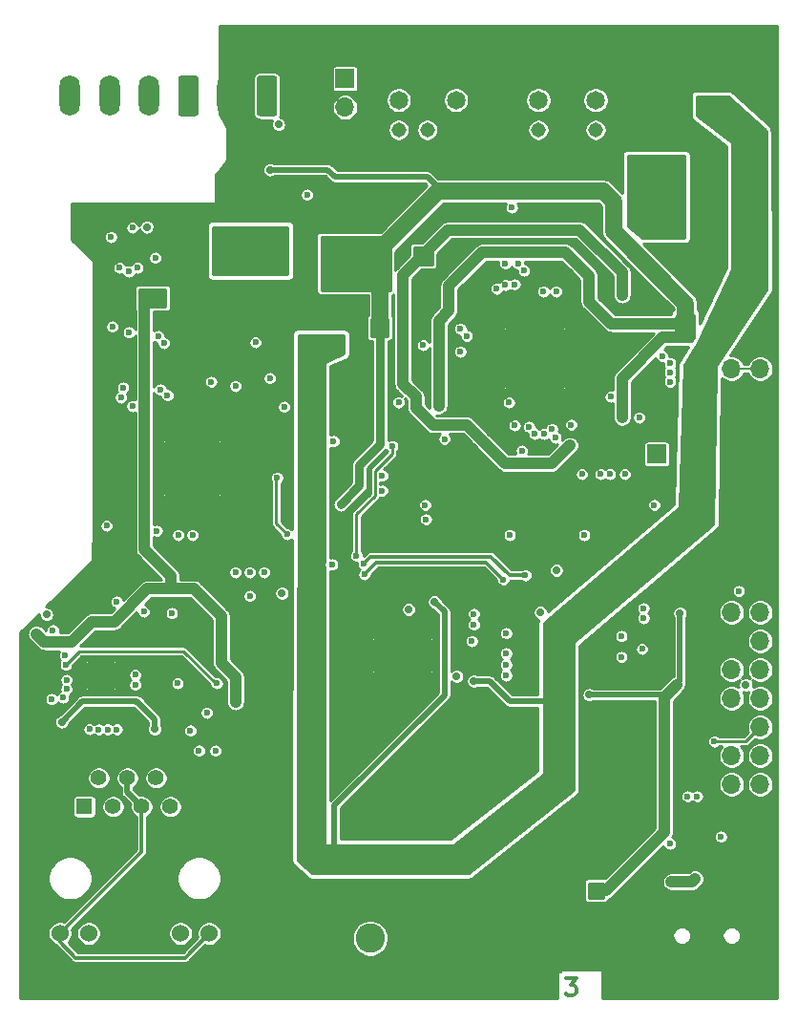
<source format=gbr>
G04 #@! TF.GenerationSoftware,KiCad,Pcbnew,(5.1.9)-1*
G04 #@! TF.CreationDate,2021-07-06T15:30:57+07:00*
G04 #@! TF.ProjectId,main2,6d61696e-322e-46b6-9963-61645f706362,rev?*
G04 #@! TF.SameCoordinates,Original*
G04 #@! TF.FileFunction,Copper,L3,Inr*
G04 #@! TF.FilePolarity,Positive*
%FSLAX46Y46*%
G04 Gerber Fmt 4.6, Leading zero omitted, Abs format (unit mm)*
G04 Created by KiCad (PCBNEW (5.1.9)-1) date 2021-07-06 15:30:57*
%MOMM*%
%LPD*%
G01*
G04 APERTURE LIST*
G04 #@! TA.AperFunction,NonConductor*
%ADD10C,0.300000*%
G04 #@! TD*
G04 #@! TA.AperFunction,ComponentPad*
%ADD11O,1.700000X1.700000*%
G04 #@! TD*
G04 #@! TA.AperFunction,ComponentPad*
%ADD12C,1.650000*%
G04 #@! TD*
G04 #@! TA.AperFunction,ComponentPad*
%ADD13C,1.308000*%
G04 #@! TD*
G04 #@! TA.AperFunction,ComponentPad*
%ADD14R,2.600000X2.600000*%
G04 #@! TD*
G04 #@! TA.AperFunction,ComponentPad*
%ADD15C,2.600000*%
G04 #@! TD*
G04 #@! TA.AperFunction,ComponentPad*
%ADD16O,1.800000X3.600000*%
G04 #@! TD*
G04 #@! TA.AperFunction,ComponentPad*
%ADD17R,1.700000X1.700000*%
G04 #@! TD*
G04 #@! TA.AperFunction,ComponentPad*
%ADD18C,2.445000*%
G04 #@! TD*
G04 #@! TA.AperFunction,ComponentPad*
%ADD19C,1.530000*%
G04 #@! TD*
G04 #@! TA.AperFunction,ComponentPad*
%ADD20C,1.398000*%
G04 #@! TD*
G04 #@! TA.AperFunction,ComponentPad*
%ADD21R,1.398000X1.398000*%
G04 #@! TD*
G04 #@! TA.AperFunction,ComponentPad*
%ADD22C,0.600000*%
G04 #@! TD*
G04 #@! TA.AperFunction,ComponentPad*
%ADD23C,4.700000*%
G04 #@! TD*
G04 #@! TA.AperFunction,ViaPad*
%ADD24C,0.600000*%
G04 #@! TD*
G04 #@! TA.AperFunction,ViaPad*
%ADD25C,0.700000*%
G04 #@! TD*
G04 #@! TA.AperFunction,Conductor*
%ADD26C,1.000000*%
G04 #@! TD*
G04 #@! TA.AperFunction,Conductor*
%ADD27C,0.800000*%
G04 #@! TD*
G04 #@! TA.AperFunction,Conductor*
%ADD28C,1.500000*%
G04 #@! TD*
G04 #@! TA.AperFunction,Conductor*
%ADD29C,0.250000*%
G04 #@! TD*
G04 #@! TA.AperFunction,Conductor*
%ADD30C,0.500000*%
G04 #@! TD*
G04 #@! TA.AperFunction,Conductor*
%ADD31C,0.300000*%
G04 #@! TD*
G04 #@! TA.AperFunction,Conductor*
%ADD32C,0.200000*%
G04 #@! TD*
G04 #@! TA.AperFunction,Conductor*
%ADD33C,0.254000*%
G04 #@! TD*
G04 #@! TA.AperFunction,Conductor*
%ADD34C,0.100000*%
G04 #@! TD*
G04 APERTURE END LIST*
D10*
X108148500Y-131195071D02*
X109077071Y-131195071D01*
X108577071Y-131766500D01*
X108791357Y-131766500D01*
X108934214Y-131837928D01*
X109005642Y-131909357D01*
X109077071Y-132052214D01*
X109077071Y-132409357D01*
X109005642Y-132552214D01*
X108934214Y-132623642D01*
X108791357Y-132695071D01*
X108362785Y-132695071D01*
X108219928Y-132623642D01*
X108148500Y-132552214D01*
D11*
X122872500Y-77152500D03*
X125412500Y-77152500D03*
X122872500Y-79692500D03*
X125412500Y-79692500D03*
X122872500Y-98742500D03*
X125412500Y-98742500D03*
X122872500Y-101282500D03*
X125412500Y-101282500D03*
X122872500Y-103822500D03*
X125412500Y-103822500D03*
X122872500Y-106362500D03*
X125412500Y-106362500D03*
X122872500Y-108902500D03*
X125412500Y-108902500D03*
X122872500Y-111442500D03*
X125412500Y-111442500D03*
X122872500Y-113982500D03*
X125412500Y-113982500D03*
X122872500Y-116522500D03*
X125412500Y-116522500D03*
D12*
X110807500Y-53340000D03*
X105727500Y-53340000D03*
D13*
X105727500Y-55970000D03*
X108267500Y-55970000D03*
X110807500Y-55970000D03*
X98425000Y-55970000D03*
X95885000Y-55970000D03*
X93345000Y-55970000D03*
D12*
X93345000Y-53340000D03*
X98425000Y-53340000D03*
D14*
X85725000Y-127635000D03*
D15*
X90805000Y-127635000D03*
G04 #@! TA.AperFunction,ComponentPad*
G36*
G01*
X82561000Y-51409000D02*
X82561000Y-54509000D01*
G75*
G02*
X82311000Y-54759000I-250000J0D01*
G01*
X81011000Y-54759000D01*
G75*
G02*
X80761000Y-54509000I0J250000D01*
G01*
X80761000Y-51409000D01*
G75*
G02*
X81011000Y-51159000I250000J0D01*
G01*
X82311000Y-51159000D01*
G75*
G02*
X82561000Y-51409000I0J-250000D01*
G01*
G37*
G04 #@! TD.AperFunction*
D16*
X78161000Y-52959000D03*
G04 #@! TA.AperFunction,ComponentPad*
G36*
G01*
X75576000Y-51409000D02*
X75576000Y-54509000D01*
G75*
G02*
X75326000Y-54759000I-250000J0D01*
G01*
X74026000Y-54759000D01*
G75*
G02*
X73776000Y-54509000I0J250000D01*
G01*
X73776000Y-51409000D01*
G75*
G02*
X74026000Y-51159000I250000J0D01*
G01*
X75326000Y-51159000D01*
G75*
G02*
X75576000Y-51409000I0J-250000D01*
G01*
G37*
G04 #@! TD.AperFunction*
X71176000Y-52959000D03*
X67676000Y-52959000D03*
X64176000Y-52959000D03*
D17*
X88582500Y-51435000D03*
D11*
X88582500Y-53975000D03*
D18*
X77658500Y-119251000D03*
X62168500Y-119251000D03*
D19*
X73998500Y-127201000D03*
X76538500Y-127201000D03*
X65828500Y-127201000D03*
X63288500Y-127201000D03*
D20*
X74353500Y-113411000D03*
X73083500Y-115951000D03*
X71813500Y-113411000D03*
X70543500Y-115951000D03*
X69273500Y-113411000D03*
X68003500Y-115951000D03*
X66733500Y-113411000D03*
D21*
X65463500Y-115951000D03*
D22*
X91661700Y-103151700D03*
X92961700Y-103151700D03*
X92961700Y-101851700D03*
X91661700Y-101851700D03*
X95561700Y-103151700D03*
X94261700Y-103151700D03*
X94261700Y-101851700D03*
X95561700Y-101851700D03*
D17*
X116205000Y-84709000D03*
D23*
X116268500Y-50419000D03*
D24*
X109601000Y-86487000D03*
X114681000Y-81470500D03*
D25*
X82994500Y-97028000D03*
D24*
X104394000Y-77216000D03*
X106426000Y-77216000D03*
X106426000Y-75184000D03*
X104394000Y-75184000D03*
X105410000Y-76200000D03*
X107442000Y-78232000D03*
X107442000Y-74168000D03*
X103378000Y-74168000D03*
X103378000Y-78232000D03*
X105410000Y-78232000D03*
X105410000Y-74168000D03*
X107442000Y-76200000D03*
X103378000Y-76200000D03*
X74041000Y-84201000D03*
X75819000Y-84201000D03*
X76708000Y-84201000D03*
X76708000Y-87757000D03*
X75819000Y-87757000D03*
X74041000Y-87757000D03*
X73152000Y-87757000D03*
X76708000Y-86868000D03*
X75819000Y-86868000D03*
X74930000Y-86868000D03*
X74041000Y-86868000D03*
X73152000Y-86868000D03*
X76708000Y-85090000D03*
X75819000Y-85090000D03*
X73152000Y-85090000D03*
X74041000Y-85090000D03*
X74930000Y-85090000D03*
X75819000Y-85979000D03*
X74041000Y-85979000D03*
X74930000Y-85979000D03*
X76708000Y-85979000D03*
X73152000Y-85979000D03*
X74930000Y-87757000D03*
X74930000Y-84201000D03*
X73152000Y-84201000D03*
X67703700Y-105092500D03*
X66929000Y-105092500D03*
X67703700Y-104330500D03*
X66929000Y-104330500D03*
X66179700Y-105092500D03*
X66179700Y-104330500D03*
X66929000Y-103581200D03*
D25*
X111696500Y-68834000D03*
X115697000Y-71628000D03*
X98615500Y-83883500D03*
X97472500Y-85026500D03*
X60261500Y-104648000D03*
X71945500Y-99250500D03*
X79438500Y-101981000D03*
X114998500Y-122809000D03*
X108331000Y-122110500D03*
X107188000Y-121729500D03*
X108331000Y-120650000D03*
X108331000Y-118110000D03*
X106172000Y-118110000D03*
X95250000Y-72517000D03*
X95631000Y-78613000D03*
X95377000Y-76073000D03*
D24*
X101790500Y-79946500D03*
X104140000Y-79946500D03*
X119380000Y-120332500D03*
X101754500Y-78450000D03*
D25*
X100266500Y-81216500D03*
X111506000Y-70358000D03*
X106172000Y-68834000D03*
X111379000Y-81216500D03*
X110109000Y-117856000D03*
X114109500Y-119380000D03*
X93916500Y-95250000D03*
D24*
X66179700Y-103581200D03*
X67691000Y-103581200D03*
D25*
X90551000Y-111252000D03*
X90551000Y-114300000D03*
X90551000Y-115316000D03*
X90551000Y-116332000D03*
X90551000Y-117348000D03*
X80010000Y-111696500D03*
X80010000Y-112712500D03*
X80010000Y-113728500D03*
X80010000Y-114744500D03*
X80010000Y-115760500D03*
X80010000Y-116776500D03*
X82042000Y-118935500D03*
X82042000Y-119951500D03*
X83820000Y-122999500D03*
X84836000Y-122999500D03*
X85852000Y-122999500D03*
X86868000Y-122999500D03*
X87884000Y-122999500D03*
X87884000Y-126238000D03*
X87884000Y-127254000D03*
X87884000Y-128270000D03*
X87884000Y-129286000D03*
X87884000Y-130302000D03*
X87884000Y-131318000D03*
X87884000Y-125222000D03*
X86741000Y-125222000D03*
X85725000Y-125222000D03*
X84709000Y-125222000D03*
X83693000Y-125222000D03*
X86741000Y-129794000D03*
X85725000Y-129794000D03*
X84709000Y-129794000D03*
X83693000Y-129794000D03*
X83439000Y-128778000D03*
X83439000Y-126238000D03*
X83439000Y-127508000D03*
X110998000Y-128333500D03*
X112014000Y-128333500D03*
X113030000Y-128333500D03*
X114046000Y-128333500D03*
X110998000Y-125285500D03*
X112014000Y-125285500D03*
X113030000Y-125285500D03*
X114046000Y-125285500D03*
X115062000Y-127317500D03*
X115062000Y-126301500D03*
X80264000Y-109474000D03*
X80264000Y-108204000D03*
X80264000Y-106934000D03*
X80264000Y-105664000D03*
X80264000Y-104394000D03*
X80264000Y-103124000D03*
X80264000Y-101854000D03*
X80264000Y-100584000D03*
X80264000Y-99314000D03*
X81534000Y-104394000D03*
X82804000Y-104394000D03*
X87884000Y-104394000D03*
X89154000Y-104394000D03*
X90424000Y-104394000D03*
X90551000Y-107950000D03*
X90551000Y-106680000D03*
X89408000Y-106680000D03*
X89408000Y-107950000D03*
X89408000Y-109220000D03*
X90551000Y-109220000D03*
X101600000Y-111760000D03*
X102870000Y-111760000D03*
X104140000Y-111760000D03*
X100330000Y-111760000D03*
X100330000Y-112776000D03*
X100330000Y-113792000D03*
X100330000Y-114808000D03*
X104140000Y-112776000D03*
D24*
X66548000Y-78232000D03*
X66548000Y-79121000D03*
X66548000Y-80010000D03*
X66548000Y-80899000D03*
X66548000Y-81788000D03*
X66548000Y-82677000D03*
X66548000Y-83566000D03*
X66548000Y-84455000D03*
X66548000Y-85344000D03*
X66548000Y-86233000D03*
X66548000Y-87122000D03*
X66548000Y-88011000D03*
X66548000Y-88900000D03*
X66548000Y-89789000D03*
X66548000Y-90678000D03*
X66548000Y-91567000D03*
X83388200Y-90665300D03*
X109728000Y-102743000D03*
X110617000Y-102743000D03*
X101981000Y-74485500D03*
X111506000Y-73914000D03*
X117665500Y-75628500D03*
X70421500Y-95440500D03*
X60896500Y-108394500D03*
X73469500Y-109093000D03*
X73914000Y-99949000D03*
X113792000Y-112712500D03*
X116459000Y-104648000D03*
X116776500Y-96329500D03*
X107886500Y-92456000D03*
X76390500Y-71247000D03*
X88011000Y-58928000D03*
X91376500Y-62484000D03*
X95313500Y-84264500D03*
X93726000Y-87693500D03*
X93027500Y-95250000D03*
X92202000Y-95250000D03*
X115824000Y-109220000D03*
X99504500Y-78232000D03*
D25*
X89344500Y-110680500D03*
X89408000Y-117729000D03*
X69532500Y-63500000D03*
X71247000Y-63500000D03*
X87566500Y-85026500D03*
D24*
X105029000Y-90043000D03*
X99504500Y-92837000D03*
X99949000Y-95504000D03*
X102743000Y-98806000D03*
X106934000Y-84074000D03*
X105029000Y-87058500D03*
X67056000Y-97663000D03*
X81661000Y-90678000D03*
X117919500Y-96012000D03*
X108331000Y-94488000D03*
X116332000Y-56896000D03*
X116332000Y-55054500D03*
X116332000Y-55943500D03*
X117030500Y-54483000D03*
X118046500Y-54483000D03*
X117030500Y-57404000D03*
X118046500Y-57404000D03*
D25*
X126682500Y-55943500D03*
X125285500Y-54229000D03*
D24*
X119443500Y-63754000D03*
X119443500Y-65151000D03*
X120713500Y-63754000D03*
X120713500Y-65151000D03*
X120078500Y-64452500D03*
X121285000Y-67183000D03*
X121285000Y-66294000D03*
X121285000Y-68008500D03*
X120904000Y-69151500D03*
D25*
X95250000Y-71691500D03*
X88265000Y-72390000D03*
X88265000Y-73406000D03*
D24*
X87820500Y-93726000D03*
X111709200Y-100050600D03*
X109791500Y-90805000D03*
X113919000Y-92011500D03*
D25*
X99568000Y-85471000D03*
D24*
X108140500Y-86487000D03*
D25*
X64452500Y-111061500D03*
D24*
X73787000Y-110045500D03*
X80518000Y-61087000D03*
X87757000Y-62738000D03*
X85344000Y-60325000D03*
X75501500Y-73469500D03*
X74612500Y-73469500D03*
X76390500Y-73469500D03*
D25*
X77470000Y-73533000D03*
X78613000Y-73533000D03*
D24*
X73469500Y-73406000D03*
D25*
X80073500Y-110553500D03*
X82042000Y-121031000D03*
X80264000Y-117729000D03*
X81216500Y-118237000D03*
X82804000Y-122872500D03*
X82232500Y-122047000D03*
X82042000Y-97790000D03*
X81153000Y-98488500D03*
X92011500Y-110045500D03*
X92011500Y-109093000D03*
X91694000Y-106680000D03*
D24*
X60561293Y-106329000D03*
X60561293Y-110329000D03*
X60561293Y-112729000D03*
X60561293Y-115129000D03*
X60561293Y-117529000D03*
X60561293Y-120729000D03*
X60561293Y-123129000D03*
X60561293Y-125529000D03*
X60561293Y-127929000D03*
X60561293Y-130329000D03*
X61361293Y-131929000D03*
X62161293Y-109529000D03*
X62161293Y-111929000D03*
X62161293Y-114329000D03*
X62161293Y-116729000D03*
X62161293Y-123929000D03*
X62161293Y-128729000D03*
X62961293Y-125529000D03*
X62961293Y-130329000D03*
X63761293Y-112729000D03*
X63761293Y-115129000D03*
X63761293Y-117529000D03*
X63761293Y-131929000D03*
X64561293Y-119129000D03*
X65361293Y-130329000D03*
X66161293Y-117529000D03*
X66161293Y-119929000D03*
X66161293Y-131929000D03*
X66961293Y-121529000D03*
X66961293Y-125529000D03*
X67761293Y-118329000D03*
X67761293Y-130329000D03*
X68561293Y-119929000D03*
X68561293Y-123929000D03*
X68561293Y-126329000D03*
X68561293Y-131929000D03*
X69361293Y-117529000D03*
X70161293Y-122329000D03*
X70161293Y-124729000D03*
X70161293Y-130329000D03*
X70961293Y-131929000D03*
X71761293Y-68729000D03*
X71761293Y-117529000D03*
X71761293Y-127929000D03*
X72561293Y-82329000D03*
X72561293Y-89529000D03*
X72561293Y-111129000D03*
X72561293Y-130329000D03*
X73361293Y-131929000D03*
X74161293Y-80729000D03*
X74161293Y-90329000D03*
X74161293Y-119929000D03*
X74161293Y-124729000D03*
X74961293Y-82329000D03*
X74961293Y-95129000D03*
X74961293Y-130329000D03*
X75761293Y-89529000D03*
X75761293Y-112729000D03*
X75761293Y-118329000D03*
X75761293Y-125529000D03*
X75761293Y-131929000D03*
X76561293Y-63129000D03*
X76561293Y-80729000D03*
X76561293Y-128729000D03*
X77361293Y-82329000D03*
X77361293Y-116729000D03*
X77361293Y-124729000D03*
X77361293Y-130329000D03*
X78161293Y-47129000D03*
X78161293Y-49529000D03*
X78161293Y-79929000D03*
X78161293Y-83929000D03*
X78161293Y-86329000D03*
X78161293Y-88729000D03*
X78161293Y-112729000D03*
X78161293Y-115129000D03*
X78161293Y-121529000D03*
X78161293Y-126329000D03*
X78161293Y-131929000D03*
X78961293Y-63129000D03*
X78961293Y-81529000D03*
X78961293Y-99929000D03*
X78961293Y-108729000D03*
X78961293Y-123129000D03*
X78961293Y-127929000D03*
X79761293Y-47929000D03*
X79761293Y-50329000D03*
X79761293Y-83129000D03*
X79761293Y-85529000D03*
X79761293Y-91129000D03*
X79761293Y-119129000D03*
X79761293Y-124729000D03*
X79761293Y-129529000D03*
X80561293Y-120729000D03*
X80561293Y-126329000D03*
X80561293Y-131129000D03*
X81361293Y-47129000D03*
X81361293Y-49529000D03*
X81361293Y-55929000D03*
X81361293Y-123929000D03*
X81361293Y-127929000D03*
X82161293Y-106329000D03*
X82161293Y-108729000D03*
X82161293Y-130329000D03*
X82961293Y-47929000D03*
X82961293Y-50329000D03*
X82961293Y-131929000D03*
X83761293Y-51929000D03*
X83761293Y-63129000D03*
X84561293Y-47129000D03*
X84561293Y-49529000D03*
X84561293Y-131129000D03*
X85361293Y-54329000D03*
X85361293Y-63929000D03*
X85361293Y-66329000D03*
X85361293Y-68729000D03*
X86161293Y-47929000D03*
X86161293Y-50329000D03*
X86161293Y-55929000D03*
X86161293Y-131929000D03*
X86961293Y-53529000D03*
X87761293Y-47129000D03*
X87761293Y-49529000D03*
X87761293Y-86329000D03*
X87761293Y-106329000D03*
X87761293Y-108729000D03*
X87761293Y-111129000D03*
X87761293Y-113529000D03*
X88561293Y-79129000D03*
X89361293Y-47929000D03*
X89361293Y-58329000D03*
X89361293Y-123129000D03*
X89361293Y-131929000D03*
X90161293Y-49529000D03*
X90161293Y-51929000D03*
X90161293Y-54329000D03*
X90161293Y-56729000D03*
X90961293Y-47129000D03*
X90961293Y-59129000D03*
X90961293Y-123929000D03*
X91761293Y-48729000D03*
X91761293Y-51129000D03*
X91761293Y-53529000D03*
X91761293Y-55929000D03*
X91761293Y-131929000D03*
X92561293Y-57529000D03*
X92561293Y-89529000D03*
X92561293Y-118329000D03*
X92561293Y-123129000D03*
X93361293Y-47129000D03*
X93361293Y-49529000D03*
X93361293Y-111929000D03*
X93361293Y-114329000D03*
X93361293Y-116729000D03*
X94161293Y-51129000D03*
X94161293Y-58329000D03*
X94161293Y-131929000D03*
X94961293Y-47929000D03*
X94961293Y-52729000D03*
X95761293Y-49529000D03*
X95761293Y-54329000D03*
X96561293Y-47129000D03*
X96561293Y-51129000D03*
X96561293Y-131929000D03*
X97361293Y-48729000D03*
X97361293Y-57529000D03*
X97361293Y-92729000D03*
X98161293Y-50329000D03*
X98161293Y-107129000D03*
X98961293Y-47129000D03*
X98961293Y-58329000D03*
X98961293Y-63129000D03*
X98961293Y-91129000D03*
X98961293Y-108729000D03*
X98961293Y-111129000D03*
X98961293Y-113529000D03*
X99761293Y-48729000D03*
X99761293Y-51129000D03*
X99761293Y-55129000D03*
X99761293Y-59929000D03*
X99761293Y-106329000D03*
X100561293Y-52729000D03*
X100561293Y-56729000D03*
X100561293Y-107929000D03*
X100561293Y-110329000D03*
X101361293Y-47129000D03*
X101361293Y-49529000D03*
X101361293Y-54329000D03*
X101361293Y-58329000D03*
X101361293Y-91129000D03*
X102161293Y-51129000D03*
X102161293Y-55929000D03*
X102161293Y-59929000D03*
X102161293Y-109529000D03*
X102961293Y-47929000D03*
X102961293Y-52729000D03*
X102961293Y-57529000D03*
X103761293Y-49529000D03*
X103761293Y-54329000D03*
X103761293Y-59129000D03*
X103761293Y-110329000D03*
X104561293Y-47129000D03*
X104561293Y-51129000D03*
X104561293Y-88729000D03*
X104561293Y-107929000D03*
X105361293Y-48729000D03*
X105361293Y-63129000D03*
X105361293Y-119929000D03*
X106161293Y-50329000D03*
X106161293Y-57529000D03*
X106961293Y-47129000D03*
X106961293Y-51929000D03*
X106961293Y-59129000D03*
X107761293Y-48729000D03*
X107761293Y-53529000D03*
X107761293Y-63129000D03*
X107761293Y-68729000D03*
X108561293Y-50329000D03*
X108561293Y-57529000D03*
X109361293Y-47129000D03*
X109361293Y-51929000D03*
X109361293Y-54329000D03*
X110161293Y-48729000D03*
X110161293Y-63129000D03*
X110161293Y-109529000D03*
X110961293Y-50329000D03*
X111761293Y-47129000D03*
X111761293Y-57529000D03*
X111761293Y-91129000D03*
X111761293Y-112729000D03*
X111761293Y-131129000D03*
X112561293Y-53529000D03*
X112561293Y-55929000D03*
X112561293Y-89529000D03*
X113361293Y-131929000D03*
X114161293Y-55129000D03*
X114161293Y-109529000D03*
X114961293Y-56729000D03*
X114961293Y-87129000D03*
X115761293Y-83129000D03*
X115761293Y-113529000D03*
X115761293Y-131929000D03*
X116561293Y-86329000D03*
X116561293Y-126329000D03*
X116561293Y-128729000D03*
X118161293Y-113529000D03*
X118161293Y-124729000D03*
X118161293Y-129529000D03*
X118161293Y-131929000D03*
X118961293Y-55929000D03*
X119761293Y-47129000D03*
X119761293Y-126329000D03*
X119761293Y-128729000D03*
X119761293Y-131129000D03*
X120561293Y-48729000D03*
X120561293Y-51929000D03*
X120561293Y-71129000D03*
X120561293Y-112729000D03*
X121361293Y-50329000D03*
X121361293Y-115129000D03*
X121361293Y-127129000D03*
X121361293Y-129529000D03*
X121361293Y-131929000D03*
X122161293Y-47129000D03*
X122161293Y-122329000D03*
X122961293Y-48729000D03*
X122961293Y-51129000D03*
X122961293Y-81529000D03*
X122961293Y-83929000D03*
X122961293Y-86329000D03*
X122961293Y-88729000D03*
X122961293Y-91129000D03*
X122961293Y-93529000D03*
X122961293Y-128729000D03*
X122961293Y-131129000D03*
X123761293Y-52729000D03*
X123761293Y-95129000D03*
X123761293Y-118329000D03*
X123761293Y-120729000D03*
X123761293Y-123129000D03*
X124561293Y-47129000D03*
X124561293Y-49529000D03*
X124561293Y-82329000D03*
X124561293Y-84729000D03*
X124561293Y-87129000D03*
X124561293Y-89529000D03*
X124561293Y-91929000D03*
X124561293Y-126329000D03*
X124561293Y-131929000D03*
X125361293Y-51129000D03*
X125361293Y-93529000D03*
X125361293Y-95929000D03*
X125361293Y-119129000D03*
X125361293Y-121529000D03*
X125361293Y-127929000D03*
X126161293Y-47929000D03*
X126161293Y-52729000D03*
X126161293Y-72729000D03*
X126161293Y-81529000D03*
X126161293Y-83929000D03*
X126161293Y-86329000D03*
X126161293Y-88729000D03*
X126161293Y-91129000D03*
X126161293Y-123129000D03*
X104584500Y-130111500D03*
X106961293Y-130111500D03*
X109410500Y-130111500D03*
X113728500Y-124079000D03*
X67754500Y-69215000D03*
X66738500Y-68199000D03*
X66357500Y-65024000D03*
D25*
X91249500Y-73914000D03*
X91249500Y-73088500D03*
X92075000Y-73088500D03*
X92075000Y-73914000D03*
X89916000Y-69850000D03*
X89916000Y-68834000D03*
X89916000Y-67818000D03*
X89916000Y-66802000D03*
X89916000Y-65786000D03*
X88900000Y-69850000D03*
X88900000Y-68834000D03*
X88900000Y-67818000D03*
X88900000Y-66802000D03*
X88900000Y-65786000D03*
X87884000Y-69850000D03*
X87884000Y-68834000D03*
X87884000Y-67818000D03*
X87884000Y-66802000D03*
X87884000Y-65786000D03*
X86868000Y-69850000D03*
X86868000Y-68834000D03*
X86868000Y-67818000D03*
X86868000Y-66802000D03*
X86868000Y-65786000D03*
X91249500Y-69850000D03*
X91249500Y-69024500D03*
X91249500Y-68199000D03*
X92075000Y-68199000D03*
X92075000Y-69024500D03*
X92075000Y-69850000D03*
X118364000Y-73533000D03*
X118364000Y-74358500D03*
X119189500Y-72707500D03*
X119189500Y-73533000D03*
X119189500Y-74358500D03*
X109156500Y-67818000D03*
X97790000Y-71120000D03*
X113157000Y-81470500D03*
X81915000Y-59499500D03*
X118364000Y-72707500D03*
X91313000Y-84201000D03*
X96888000Y-80441500D03*
X88201500Y-89154000D03*
X117792500Y-62230000D03*
X117792500Y-64643000D03*
X117792500Y-63436500D03*
X117792500Y-61087000D03*
X117792500Y-59880500D03*
X114363500Y-58991500D03*
X116586000Y-59626500D03*
X115189000Y-59626500D03*
X115887500Y-58991500D03*
X117284500Y-58991500D03*
X111760000Y-61468000D03*
X98044000Y-61468000D03*
X114363500Y-63436500D03*
X115189000Y-64706500D03*
X116586000Y-64706500D03*
X114363500Y-62230000D03*
X114363500Y-61087000D03*
X114236500Y-59944000D03*
X114236500Y-64516000D03*
D24*
X73787000Y-91884500D03*
X68580000Y-68199000D03*
X75057000Y-91884500D03*
X69405500Y-68516500D03*
D25*
X116903500Y-115760500D03*
X110236000Y-106045000D03*
X110490000Y-122999500D03*
X111252000Y-122999500D03*
X110490000Y-123761500D03*
X111252000Y-123761500D03*
X118300500Y-98806000D03*
X117983000Y-105156000D03*
X107315000Y-94996000D03*
X72390000Y-70421500D03*
X70739000Y-70421500D03*
X70739000Y-71247000D03*
X72390000Y-71247000D03*
X71564500Y-71247000D03*
X71564500Y-70421500D03*
X73152000Y-96647000D03*
X78867000Y-106680000D03*
X61214000Y-100647500D03*
X70993000Y-64579500D03*
D24*
X66103500Y-99568000D03*
D25*
X77406500Y-65087500D03*
X83058000Y-65087500D03*
X83058000Y-66103500D03*
X83058000Y-67183000D03*
X83058000Y-68262500D03*
X77406500Y-66103500D03*
X77406500Y-67183000D03*
X77406500Y-68262500D03*
X78549500Y-68262500D03*
X79692500Y-68262500D03*
X81915000Y-68262500D03*
X80835500Y-68262500D03*
D24*
X62547500Y-106426000D03*
X72834500Y-79502000D03*
D25*
X71691500Y-109093000D03*
D24*
X70167500Y-106680000D03*
D25*
X63449500Y-108445000D03*
D24*
X119634000Y-122364500D03*
D25*
X117538500Y-122618500D03*
X105918000Y-98742500D03*
D24*
X72517000Y-74866500D03*
X102870000Y-100584000D03*
X100012500Y-99822000D03*
X72009000Y-74231500D03*
X80137000Y-97282000D03*
X87439500Y-94488000D03*
X78867000Y-95186500D03*
X68326000Y-97790000D03*
X80137000Y-95186500D03*
X70739000Y-98679000D03*
X81407000Y-95186500D03*
X73215500Y-98806000D03*
D25*
X62103000Y-98933000D03*
D24*
X62674500Y-100330000D03*
X76708000Y-78295500D03*
X116713000Y-76009500D03*
D25*
X124142500Y-105156000D03*
D24*
X117411500Y-76644500D03*
X106172000Y-70294500D03*
X107315000Y-70294500D03*
X121348500Y-110172500D03*
X117411500Y-78295500D03*
X117411500Y-77470000D03*
X103949500Y-67818000D03*
X81915000Y-77978000D03*
X104457500Y-68453000D03*
X83439000Y-91821000D03*
X82550000Y-86804500D03*
X80645000Y-74803000D03*
X102806500Y-67818000D03*
X114935000Y-101981000D03*
X103632000Y-69659500D03*
X102806500Y-69723000D03*
X113093500Y-100838000D03*
X102044500Y-70040500D03*
X113093500Y-102679500D03*
X63881000Y-105537000D03*
X72199500Y-78994000D03*
X63881000Y-104711500D03*
X69723000Y-80454500D03*
X63563500Y-106299000D03*
X68707000Y-79692500D03*
X63754000Y-102552500D03*
X68897500Y-78803500D03*
X98806000Y-75628500D03*
X85217000Y-61722000D03*
D25*
X95948500Y-67564000D03*
X95948500Y-66738500D03*
X95059500Y-66738500D03*
X95059500Y-67564000D03*
X113157000Y-70612000D03*
X100488750Y-83216750D03*
X108521500Y-83947000D03*
D24*
X93332000Y-80124000D03*
X95504000Y-75057000D03*
X75628500Y-110998000D03*
X77089000Y-110998000D03*
X77216000Y-105029000D03*
X63817500Y-103378000D03*
X69977000Y-104267000D03*
X74866500Y-109220000D03*
X69977000Y-105156000D03*
X76327000Y-107632500D03*
X98806000Y-73596500D03*
X103378500Y-62865000D03*
X97409000Y-83375500D03*
X103632000Y-82169000D03*
X103124000Y-80137000D03*
X112141000Y-79629000D03*
X95758000Y-90487500D03*
X104267000Y-84391500D03*
X99377500Y-74231500D03*
X104902000Y-82296000D03*
X91884500Y-86614000D03*
X105410000Y-82931000D03*
X91884500Y-87947500D03*
X106235500Y-82931000D03*
X95694500Y-89217500D03*
D25*
X124333000Y-69215000D03*
X124333000Y-70040500D03*
X125158500Y-70040500D03*
X125158500Y-69215000D03*
X86360000Y-75311000D03*
X88011000Y-74485500D03*
X86360000Y-74485500D03*
X87185500Y-74485500D03*
X87185500Y-75311000D03*
X88011000Y-75311000D03*
X86550500Y-119634000D03*
X84899500Y-119634000D03*
X84899500Y-120459500D03*
X86550500Y-120459500D03*
X85725000Y-120459500D03*
X85725000Y-119634000D03*
X120269000Y-53403500D03*
X121094500Y-53403500D03*
X121920000Y-53403500D03*
X120269000Y-54229000D03*
X121094500Y-54229000D03*
X121920000Y-54229000D03*
X107251500Y-114427000D03*
X100010020Y-104840980D03*
X96520000Y-97790000D03*
X82677000Y-55499000D03*
X98488500Y-104394000D03*
X94234000Y-98488500D03*
D24*
X121920000Y-118618000D03*
X117411500Y-119253000D03*
X73723500Y-105029000D03*
X102870000Y-102362000D03*
X78867000Y-78676500D03*
X69405500Y-73914000D03*
X67437000Y-91059000D03*
X99822000Y-101282500D03*
X67945000Y-73406000D03*
X71882000Y-91503500D03*
X102870000Y-103378000D03*
X113411000Y-86487000D03*
X108648500Y-82105500D03*
X67818000Y-65468500D03*
X70167500Y-68199000D03*
X69723000Y-64643000D03*
X71755000Y-67310000D03*
X92773500Y-84010500D03*
X102870000Y-104330500D03*
X89598500Y-93726000D03*
X90233500Y-94424500D03*
X112077500Y-86487000D03*
X104584500Y-95440500D03*
X106934000Y-82486500D03*
X90297000Y-95377000D03*
X111252000Y-86487000D03*
X102616000Y-95821500D03*
X107251500Y-83248500D03*
X123507500Y-96837500D03*
X87566500Y-83566000D03*
X103187500Y-91884500D03*
X109791500Y-91884500D03*
X116014500Y-89217500D03*
X100012500Y-98869500D03*
X83185000Y-80518000D03*
X66725800Y-109118400D03*
X65913000Y-109093000D03*
X67525900Y-109105700D03*
X68326000Y-109105700D03*
X115062000Y-99250500D03*
X118955000Y-115049300D03*
X115062000Y-98361500D03*
X119805000Y-115049300D03*
D26*
X118364000Y-73533000D02*
X118364000Y-74358500D01*
X116776500Y-74358500D02*
X118364000Y-74358500D01*
X113157000Y-77978000D02*
X116776500Y-74358500D01*
X113157000Y-81470500D02*
X113157000Y-77978000D01*
X118364000Y-74358500D02*
X118364000Y-72707500D01*
X97790000Y-69786500D02*
X97790000Y-71120000D01*
X100774500Y-66802000D02*
X97790000Y-69786500D01*
X108140500Y-66802000D02*
X100774500Y-66802000D01*
X109156500Y-67818000D02*
X108140500Y-66802000D01*
X118364000Y-73152000D02*
X118364000Y-74358500D01*
X112204500Y-73152000D02*
X118364000Y-73152000D01*
X110236000Y-71183500D02*
X112204500Y-73152000D01*
X110236000Y-68897500D02*
X110236000Y-71183500D01*
X109156500Y-67818000D02*
X110236000Y-68897500D01*
X91694000Y-72453500D02*
X91694000Y-67500500D01*
D27*
X91694000Y-72263000D02*
X92011500Y-71945500D01*
X91313000Y-84201000D02*
X91694000Y-83820000D01*
D28*
X91694000Y-67500500D02*
X91694000Y-72644000D01*
D27*
X91694000Y-72644000D02*
X91694000Y-72263000D01*
X91694000Y-83820000D02*
X91694000Y-72644000D01*
X89852500Y-85661500D02*
X91313000Y-84201000D01*
X89852500Y-87503000D02*
X89852500Y-85661500D01*
X88201500Y-89154000D02*
X89852500Y-87503000D01*
D26*
X97790000Y-72009000D02*
X97790000Y-71120000D01*
X96901000Y-72898000D02*
X97790000Y-72009000D01*
X96901000Y-80428500D02*
X96901000Y-72898000D01*
X96888000Y-80441500D02*
X96901000Y-80428500D01*
D29*
X92075000Y-73914000D02*
X91249500Y-73914000D01*
X91249500Y-73088500D02*
X92075000Y-73088500D01*
D28*
X91694000Y-66586100D02*
X91694000Y-67500500D01*
X96875600Y-61404500D02*
X91694000Y-66586100D01*
X97790000Y-61404500D02*
X96875600Y-61404500D01*
X100203000Y-61404500D02*
X97790000Y-61404500D01*
X111506000Y-61404500D02*
X100203000Y-61404500D01*
X112395000Y-62293500D02*
X111506000Y-61404500D01*
X112395000Y-64960500D02*
X112395000Y-62293500D01*
X118808500Y-71374000D02*
X112395000Y-64960500D01*
X118808500Y-73660000D02*
X118808500Y-71374000D01*
D30*
X97142300Y-61404500D02*
X97790000Y-61404500D01*
X95872300Y-60134500D02*
X97142300Y-61404500D01*
X87693500Y-60134500D02*
X95872300Y-60134500D01*
X87058500Y-59499500D02*
X87693500Y-60134500D01*
X81915000Y-59499500D02*
X87058500Y-59499500D01*
D26*
X116903500Y-106235500D02*
X116903500Y-115760500D01*
X117983000Y-105156000D02*
X116903500Y-106235500D01*
D31*
X111252000Y-123761500D02*
X111252000Y-122999500D01*
X111252000Y-122999500D02*
X110490000Y-123761500D01*
D26*
X116903500Y-118237000D02*
X116903500Y-115760500D01*
X111760000Y-123380500D02*
X116903500Y-118237000D01*
X110871000Y-123380500D02*
X111760000Y-123380500D01*
D30*
X117094000Y-106045000D02*
X117983000Y-105156000D01*
X110236000Y-106045000D02*
X117094000Y-106045000D01*
X118300500Y-104838500D02*
X118300500Y-98806000D01*
X117983000Y-105156000D02*
X118300500Y-104838500D01*
D26*
X75184000Y-96647000D02*
X77597000Y-99060000D01*
X73152000Y-96647000D02*
X75184000Y-96647000D01*
X77597000Y-99060000D02*
X77597000Y-103187500D01*
X78867000Y-104457500D02*
X78867000Y-106680000D01*
X77597000Y-103187500D02*
X78867000Y-104457500D01*
X71056500Y-96647000D02*
X73152000Y-96647000D01*
X68135500Y-99568000D02*
X71056500Y-96647000D01*
X66103500Y-99568000D02*
X68135500Y-99568000D01*
X61912500Y-101346000D02*
X61214000Y-100647500D01*
X64325500Y-101346000D02*
X61912500Y-101346000D01*
X66103500Y-99568000D02*
X64325500Y-101346000D01*
X70739000Y-71247000D02*
X71564500Y-71247000D01*
X70802500Y-71310500D02*
X70739000Y-71247000D01*
X70802500Y-93154500D02*
X70802500Y-71310500D01*
X73152000Y-95504000D02*
X70802500Y-93154500D01*
X73152000Y-96647000D02*
X73152000Y-95504000D01*
D30*
X70104000Y-106616500D02*
X70167500Y-106680000D01*
X65278000Y-106616500D02*
X70104000Y-106616500D01*
X63449500Y-108445000D02*
X65278000Y-106616500D01*
X71691500Y-108204000D02*
X71691500Y-109093000D01*
X70167500Y-106680000D02*
X71691500Y-108204000D01*
D31*
X70543500Y-119946000D02*
X63288500Y-127201000D01*
X70543500Y-115951000D02*
X70543500Y-119946000D01*
X63288500Y-127201000D02*
X63288500Y-127931500D01*
X63288500Y-127931500D02*
X64706500Y-129349500D01*
X74390000Y-129349500D02*
X76538500Y-127201000D01*
X64706500Y-129349500D02*
X74390000Y-129349500D01*
D30*
X69273500Y-114681000D02*
X70543500Y-115951000D01*
X69273500Y-113411000D02*
X69273500Y-114681000D01*
D26*
X119380000Y-122618500D02*
X117538500Y-122618500D01*
X119634000Y-122364500D02*
X119380000Y-122618500D01*
D29*
X124142500Y-110172500D02*
X125412500Y-108902500D01*
X121348500Y-110172500D02*
X124142500Y-110172500D01*
X82486500Y-90868500D02*
X83439000Y-91821000D01*
X82486500Y-86868000D02*
X82486500Y-90868500D01*
X82550000Y-86804500D02*
X82486500Y-86868000D01*
D26*
X109410500Y-64833500D02*
X113157000Y-68580000D01*
X97726500Y-64833500D02*
X109410500Y-64833500D01*
X93726000Y-68834000D02*
X97726500Y-64833500D01*
X93726000Y-78486000D02*
X93726000Y-68834000D01*
X94869000Y-79629000D02*
X93726000Y-78486000D01*
X94869000Y-80581500D02*
X94869000Y-79629000D01*
X96393000Y-82105500D02*
X94869000Y-80581500D01*
X99377500Y-82105500D02*
X96393000Y-82105500D01*
X113157000Y-68580000D02*
X113157000Y-70612000D01*
X100488750Y-83216750D02*
X99377500Y-82105500D01*
X100488750Y-83248500D02*
X100488750Y-83216750D01*
X102774750Y-85534500D02*
X100488750Y-83248500D01*
X106934000Y-85534500D02*
X102774750Y-85534500D01*
X108521500Y-83947000D02*
X106934000Y-85534500D01*
D29*
X77089000Y-105029000D02*
X77216000Y-105029000D01*
X74231500Y-102171500D02*
X77089000Y-105029000D01*
X65024000Y-102171500D02*
X74231500Y-102171500D01*
X63817500Y-103378000D02*
X65024000Y-102171500D01*
D26*
X84899500Y-76136500D02*
X86360000Y-74676000D01*
X84899500Y-120586500D02*
X84899500Y-76136500D01*
D30*
X88392000Y-120586500D02*
X86550500Y-120586500D01*
X107632500Y-114046000D02*
X107251500Y-114427000D01*
X107632500Y-106616500D02*
X107632500Y-114046000D01*
X103187500Y-106616500D02*
X107632500Y-106616500D01*
X101411980Y-104840980D02*
X103187500Y-106616500D01*
X100010020Y-104840980D02*
X101411980Y-104840980D01*
X86614000Y-120586500D02*
X85725000Y-120586500D01*
X87630000Y-119570500D02*
X86614000Y-120586500D01*
X87630000Y-115855750D02*
X87630000Y-119570500D01*
X97409000Y-106076750D02*
X87630000Y-115855750D01*
X97409000Y-98679000D02*
X97409000Y-106076750D01*
X96520000Y-97790000D02*
X97409000Y-98679000D01*
D32*
X122872500Y-77152500D02*
X125412500Y-77152500D01*
D29*
X92773500Y-84645500D02*
X92773500Y-84010500D01*
X91249500Y-86169500D02*
X92773500Y-84645500D01*
X91249500Y-88392000D02*
X91249500Y-86169500D01*
X89598500Y-90043000D02*
X91249500Y-88392000D01*
X89598500Y-93726000D02*
X89598500Y-90043000D01*
D31*
X90868500Y-93789500D02*
X90233500Y-94424500D01*
X101536500Y-93789500D02*
X90868500Y-93789500D01*
X103187500Y-95440500D02*
X101536500Y-93789500D01*
X104584500Y-95440500D02*
X103187500Y-95440500D01*
X91376500Y-94297500D02*
X90297000Y-95377000D01*
X101092000Y-94297500D02*
X91376500Y-94297500D01*
X102616000Y-95821500D02*
X101092000Y-94297500D01*
D33*
X125905500Y-55987198D02*
X125905500Y-56020028D01*
X125921192Y-56098920D01*
X125983829Y-70129455D01*
X121496678Y-76891781D01*
X121485012Y-76913776D01*
X121477861Y-76937623D01*
X121475521Y-76959702D01*
X121222562Y-90935699D01*
X108883965Y-101376050D01*
X108866628Y-101393917D01*
X108853109Y-101414823D01*
X108843928Y-101437965D01*
X108839000Y-101473000D01*
X108839000Y-114492508D01*
X99523864Y-121856500D01*
X85646926Y-121856500D01*
X84391500Y-120720639D01*
X84391500Y-119267250D01*
X84392896Y-119253174D01*
X84454826Y-74168000D01*
X88113060Y-74168000D01*
X88188472Y-74183000D01*
X88341528Y-74183000D01*
X88416940Y-74168000D01*
X88455500Y-74168000D01*
X88455500Y-75799966D01*
X86816420Y-76528446D01*
X86794770Y-76540739D01*
X86775935Y-76557019D01*
X86760637Y-76576661D01*
X86749465Y-76598910D01*
X86742848Y-76622911D01*
X86741000Y-76644500D01*
X86741000Y-94274585D01*
X86740438Y-94275942D01*
X86712500Y-94416397D01*
X86712500Y-94559603D01*
X86740438Y-94700058D01*
X86741000Y-94701415D01*
X86741000Y-119253000D01*
X86743440Y-119277776D01*
X86750667Y-119301601D01*
X86762403Y-119323557D01*
X86778197Y-119342803D01*
X86797443Y-119358597D01*
X86819399Y-119370333D01*
X86843224Y-119377560D01*
X86868000Y-119380000D01*
X98107500Y-119380000D01*
X98132276Y-119377560D01*
X98156101Y-119370333D01*
X98185470Y-119353248D01*
X106186470Y-113130248D01*
X106204530Y-113113110D01*
X106218898Y-113092779D01*
X106229025Y-113070035D01*
X106234519Y-113045752D01*
X106235500Y-113030000D01*
X106235500Y-99690113D01*
X118255899Y-89441141D01*
X118273169Y-89423209D01*
X118286609Y-89402252D01*
X118295703Y-89379075D01*
X118300442Y-89348347D01*
X118680420Y-76809085D01*
X119869280Y-74869365D01*
X119876114Y-74856645D01*
X122924114Y-68316145D01*
X122932368Y-68292657D01*
X122936000Y-68262500D01*
X122936000Y-57213500D01*
X122933560Y-57188724D01*
X122926333Y-57164899D01*
X122914597Y-57142943D01*
X122898803Y-57123697D01*
X122886829Y-57113142D01*
X119824500Y-54738275D01*
X119824500Y-53022500D01*
X122570215Y-53022500D01*
X125905500Y-55987198D01*
G04 #@! TA.AperFunction,Conductor*
D34*
G36*
X125905500Y-55987198D02*
G01*
X125905500Y-56020028D01*
X125921192Y-56098920D01*
X125983829Y-70129455D01*
X121496678Y-76891781D01*
X121485012Y-76913776D01*
X121477861Y-76937623D01*
X121475521Y-76959702D01*
X121222562Y-90935699D01*
X108883965Y-101376050D01*
X108866628Y-101393917D01*
X108853109Y-101414823D01*
X108843928Y-101437965D01*
X108839000Y-101473000D01*
X108839000Y-114492508D01*
X99523864Y-121856500D01*
X85646926Y-121856500D01*
X84391500Y-120720639D01*
X84391500Y-119267250D01*
X84392896Y-119253174D01*
X84454826Y-74168000D01*
X88113060Y-74168000D01*
X88188472Y-74183000D01*
X88341528Y-74183000D01*
X88416940Y-74168000D01*
X88455500Y-74168000D01*
X88455500Y-75799966D01*
X86816420Y-76528446D01*
X86794770Y-76540739D01*
X86775935Y-76557019D01*
X86760637Y-76576661D01*
X86749465Y-76598910D01*
X86742848Y-76622911D01*
X86741000Y-76644500D01*
X86741000Y-94274585D01*
X86740438Y-94275942D01*
X86712500Y-94416397D01*
X86712500Y-94559603D01*
X86740438Y-94700058D01*
X86741000Y-94701415D01*
X86741000Y-119253000D01*
X86743440Y-119277776D01*
X86750667Y-119301601D01*
X86762403Y-119323557D01*
X86778197Y-119342803D01*
X86797443Y-119358597D01*
X86819399Y-119370333D01*
X86843224Y-119377560D01*
X86868000Y-119380000D01*
X98107500Y-119380000D01*
X98132276Y-119377560D01*
X98156101Y-119370333D01*
X98185470Y-119353248D01*
X106186470Y-113130248D01*
X106204530Y-113113110D01*
X106218898Y-113092779D01*
X106229025Y-113070035D01*
X106234519Y-113045752D01*
X106235500Y-113030000D01*
X106235500Y-99690113D01*
X118255899Y-89441141D01*
X118273169Y-89423209D01*
X118286609Y-89402252D01*
X118295703Y-89379075D01*
X118300442Y-89348347D01*
X118680420Y-76809085D01*
X119869280Y-74869365D01*
X119876114Y-74856645D01*
X122924114Y-68316145D01*
X122932368Y-68292657D01*
X122936000Y-68262500D01*
X122936000Y-57213500D01*
X122933560Y-57188724D01*
X122926333Y-57164899D01*
X122914597Y-57142943D01*
X122898803Y-57123697D01*
X122886829Y-57113142D01*
X119824500Y-54738275D01*
X119824500Y-53022500D01*
X122570215Y-53022500D01*
X125905500Y-55987198D01*
G37*
G04 #@! TD.AperFunction*
D33*
X119507000Y-74337161D02*
X119384236Y-74600592D01*
X119338018Y-74676000D01*
X118046500Y-74676000D01*
X118046500Y-72390000D01*
X119507000Y-72390000D01*
X119507000Y-74337161D01*
G04 #@! TA.AperFunction,Conductor*
D34*
G36*
X119507000Y-74337161D02*
G01*
X119384236Y-74600592D01*
X119338018Y-74676000D01*
X118046500Y-74676000D01*
X118046500Y-72390000D01*
X119507000Y-72390000D01*
X119507000Y-74337161D01*
G37*
G04 #@! TD.AperFunction*
D33*
X96329500Y-67881500D02*
X94742000Y-67881500D01*
X94742000Y-66421000D01*
X96329500Y-66421000D01*
X96329500Y-67881500D01*
G04 #@! TA.AperFunction,Conductor*
D34*
G36*
X96329500Y-67881500D02*
G01*
X94742000Y-67881500D01*
X94742000Y-66421000D01*
X96329500Y-66421000D01*
X96329500Y-67881500D01*
G37*
G04 #@! TD.AperFunction*
D33*
X92392500Y-74231500D02*
X90932000Y-74231500D01*
X90932000Y-72771000D01*
X92392500Y-72771000D01*
X92392500Y-74231500D01*
G04 #@! TA.AperFunction,Conductor*
D34*
G36*
X92392500Y-74231500D02*
G01*
X90932000Y-74231500D01*
X90932000Y-72771000D01*
X92392500Y-72771000D01*
X92392500Y-74231500D01*
G37*
G04 #@! TD.AperFunction*
D33*
X92570300Y-65480946D02*
X92570300Y-70180200D01*
X86487000Y-70180200D01*
X86487000Y-65468755D01*
X92570300Y-65480946D01*
G04 #@! TA.AperFunction,Conductor*
D34*
G36*
X92570300Y-65480946D02*
G01*
X92570300Y-70180200D01*
X86487000Y-70180200D01*
X86487000Y-65468755D01*
X92570300Y-65480946D01*
G37*
G04 #@! TD.AperFunction*
D33*
X68072000Y-105410000D02*
X65786000Y-105410000D01*
X65786000Y-103251000D01*
X68072000Y-103251000D01*
X68072000Y-105410000D01*
G04 #@! TA.AperFunction,Conductor*
D34*
G36*
X68072000Y-105410000D02*
G01*
X65786000Y-105410000D01*
X65786000Y-103251000D01*
X68072000Y-103251000D01*
X68072000Y-105410000D01*
G37*
G04 #@! TD.AperFunction*
D33*
X96139000Y-103886000D02*
X91186000Y-103886000D01*
X91186000Y-101219000D01*
X96139000Y-101219000D01*
X96139000Y-103886000D01*
G04 #@! TA.AperFunction,Conductor*
D34*
G36*
X96139000Y-103886000D02*
G01*
X91186000Y-103886000D01*
X91186000Y-101219000D01*
X96139000Y-101219000D01*
X96139000Y-103886000D01*
G37*
G04 #@! TD.AperFunction*
D33*
X72644000Y-71628000D02*
X70358000Y-71628000D01*
X70358000Y-70104000D01*
X72644000Y-70104000D01*
X72644000Y-71628000D01*
G04 #@! TA.AperFunction,Conductor*
D34*
G36*
X72644000Y-71628000D02*
G01*
X70358000Y-71628000D01*
X70358000Y-70104000D01*
X72644000Y-70104000D01*
X72644000Y-71628000D01*
G37*
G04 #@! TD.AperFunction*
D33*
X107950000Y-78740000D02*
X102870000Y-78740000D01*
X102870000Y-73660000D01*
X107950000Y-73660000D01*
X107950000Y-78740000D01*
G04 #@! TA.AperFunction,Conductor*
D34*
G36*
X107950000Y-78740000D02*
G01*
X102870000Y-78740000D01*
X102870000Y-73660000D01*
X107950000Y-73660000D01*
X107950000Y-78740000D01*
G37*
G04 #@! TD.AperFunction*
D33*
X77343000Y-88265000D02*
X72644000Y-88265000D01*
X72644000Y-83693000D01*
X77343000Y-83693000D01*
X77343000Y-88265000D01*
G04 #@! TA.AperFunction,Conductor*
D34*
G36*
X77343000Y-88265000D02*
G01*
X72644000Y-88265000D01*
X72644000Y-83693000D01*
X77343000Y-83693000D01*
X77343000Y-88265000D01*
G37*
G04 #@! TD.AperFunction*
D33*
X126884000Y-132934500D02*
X111366569Y-132934500D01*
X111394866Y-130557512D01*
X111392435Y-130531224D01*
X111385208Y-130507399D01*
X111373472Y-130485443D01*
X111357678Y-130466197D01*
X111338432Y-130450403D01*
X111316476Y-130438667D01*
X111292651Y-130431440D01*
X111267875Y-130429000D01*
X107838875Y-130429000D01*
X107814840Y-130431295D01*
X107790973Y-130438380D01*
X107768947Y-130449985D01*
X107749609Y-130465665D01*
X107733700Y-130484815D01*
X107721834Y-130506702D01*
X107714465Y-130530483D01*
X107714045Y-130534500D01*
X107457215Y-130534500D01*
X107457215Y-132934500D01*
X59788000Y-132934500D01*
X59788000Y-127093447D01*
X62196500Y-127093447D01*
X62196500Y-127308553D01*
X62238465Y-127519525D01*
X62320782Y-127718256D01*
X62440288Y-127897110D01*
X62592390Y-128049212D01*
X62771244Y-128168718D01*
X62914973Y-128228252D01*
X62949580Y-128270421D01*
X62967771Y-128285350D01*
X64352649Y-129670229D01*
X64367579Y-129688421D01*
X64440211Y-129748029D01*
X64523077Y-129792322D01*
X64612992Y-129819597D01*
X64683077Y-129826500D01*
X64683085Y-129826500D01*
X64706500Y-129828806D01*
X64729915Y-129826500D01*
X74366585Y-129826500D01*
X74390000Y-129828806D01*
X74413415Y-129826500D01*
X74413423Y-129826500D01*
X74483508Y-129819597D01*
X74573423Y-129792322D01*
X74656289Y-129748029D01*
X74728921Y-129688421D01*
X74743855Y-129670224D01*
X76179719Y-128234361D01*
X76219975Y-128251035D01*
X76430947Y-128293000D01*
X76646053Y-128293000D01*
X76857025Y-128251035D01*
X77055756Y-128168718D01*
X77234610Y-128049212D01*
X77386712Y-127897110D01*
X77506218Y-127718256D01*
X77588535Y-127519525D01*
X77597440Y-127474755D01*
X89178000Y-127474755D01*
X89178000Y-127795245D01*
X89240525Y-128109578D01*
X89363172Y-128405673D01*
X89541227Y-128672152D01*
X89767848Y-128898773D01*
X90034327Y-129076828D01*
X90330422Y-129199475D01*
X90644755Y-129262000D01*
X90965245Y-129262000D01*
X91279578Y-129199475D01*
X91575673Y-129076828D01*
X91842152Y-128898773D01*
X92068773Y-128672152D01*
X92246828Y-128405673D01*
X92369475Y-128109578D01*
X92432000Y-127795245D01*
X92432000Y-127474755D01*
X92397150Y-127299548D01*
X117623000Y-127299548D01*
X117623000Y-127462452D01*
X117654782Y-127622227D01*
X117717123Y-127772731D01*
X117807628Y-127908181D01*
X117922819Y-128023372D01*
X118058269Y-128113877D01*
X118208773Y-128176218D01*
X118368548Y-128208000D01*
X118531452Y-128208000D01*
X118691227Y-128176218D01*
X118841731Y-128113877D01*
X118977181Y-128023372D01*
X119092372Y-127908181D01*
X119182877Y-127772731D01*
X119245218Y-127622227D01*
X119277000Y-127462452D01*
X119277000Y-127299548D01*
X122023000Y-127299548D01*
X122023000Y-127462452D01*
X122054782Y-127622227D01*
X122117123Y-127772731D01*
X122207628Y-127908181D01*
X122322819Y-128023372D01*
X122458269Y-128113877D01*
X122608773Y-128176218D01*
X122768548Y-128208000D01*
X122931452Y-128208000D01*
X123091227Y-128176218D01*
X123241731Y-128113877D01*
X123377181Y-128023372D01*
X123492372Y-127908181D01*
X123582877Y-127772731D01*
X123645218Y-127622227D01*
X123677000Y-127462452D01*
X123677000Y-127299548D01*
X123645218Y-127139773D01*
X123582877Y-126989269D01*
X123492372Y-126853819D01*
X123377181Y-126738628D01*
X123241731Y-126648123D01*
X123091227Y-126585782D01*
X122931452Y-126554000D01*
X122768548Y-126554000D01*
X122608773Y-126585782D01*
X122458269Y-126648123D01*
X122322819Y-126738628D01*
X122207628Y-126853819D01*
X122117123Y-126989269D01*
X122054782Y-127139773D01*
X122023000Y-127299548D01*
X119277000Y-127299548D01*
X119245218Y-127139773D01*
X119182877Y-126989269D01*
X119092372Y-126853819D01*
X118977181Y-126738628D01*
X118841731Y-126648123D01*
X118691227Y-126585782D01*
X118531452Y-126554000D01*
X118368548Y-126554000D01*
X118208773Y-126585782D01*
X118058269Y-126648123D01*
X117922819Y-126738628D01*
X117807628Y-126853819D01*
X117717123Y-126989269D01*
X117654782Y-127139773D01*
X117623000Y-127299548D01*
X92397150Y-127299548D01*
X92369475Y-127160422D01*
X92246828Y-126864327D01*
X92068773Y-126597848D01*
X91842152Y-126371227D01*
X91575673Y-126193172D01*
X91279578Y-126070525D01*
X90965245Y-126008000D01*
X90644755Y-126008000D01*
X90330422Y-126070525D01*
X90034327Y-126193172D01*
X89767848Y-126371227D01*
X89541227Y-126597848D01*
X89363172Y-126864327D01*
X89240525Y-127160422D01*
X89178000Y-127474755D01*
X77597440Y-127474755D01*
X77630500Y-127308553D01*
X77630500Y-127093447D01*
X77588535Y-126882475D01*
X77506218Y-126683744D01*
X77386712Y-126504890D01*
X77234610Y-126352788D01*
X77055756Y-126233282D01*
X76857025Y-126150965D01*
X76646053Y-126109000D01*
X76430947Y-126109000D01*
X76219975Y-126150965D01*
X76021244Y-126233282D01*
X75842390Y-126352788D01*
X75690288Y-126504890D01*
X75570782Y-126683744D01*
X75488465Y-126882475D01*
X75446500Y-127093447D01*
X75446500Y-127308553D01*
X75488465Y-127519525D01*
X75505139Y-127559781D01*
X74192421Y-128872500D01*
X64904080Y-128872500D01*
X64032701Y-128001121D01*
X64136712Y-127897110D01*
X64256218Y-127718256D01*
X64338535Y-127519525D01*
X64380500Y-127308553D01*
X64380500Y-127093447D01*
X64736500Y-127093447D01*
X64736500Y-127308553D01*
X64778465Y-127519525D01*
X64860782Y-127718256D01*
X64980288Y-127897110D01*
X65132390Y-128049212D01*
X65311244Y-128168718D01*
X65509975Y-128251035D01*
X65720947Y-128293000D01*
X65936053Y-128293000D01*
X66147025Y-128251035D01*
X66345756Y-128168718D01*
X66524610Y-128049212D01*
X66676712Y-127897110D01*
X66796218Y-127718256D01*
X66878535Y-127519525D01*
X66920500Y-127308553D01*
X66920500Y-127093447D01*
X72906500Y-127093447D01*
X72906500Y-127308553D01*
X72948465Y-127519525D01*
X73030782Y-127718256D01*
X73150288Y-127897110D01*
X73302390Y-128049212D01*
X73481244Y-128168718D01*
X73679975Y-128251035D01*
X73890947Y-128293000D01*
X74106053Y-128293000D01*
X74317025Y-128251035D01*
X74515756Y-128168718D01*
X74694610Y-128049212D01*
X74846712Y-127897110D01*
X74966218Y-127718256D01*
X75048535Y-127519525D01*
X75090500Y-127308553D01*
X75090500Y-127093447D01*
X75048535Y-126882475D01*
X74966218Y-126683744D01*
X74846712Y-126504890D01*
X74694610Y-126352788D01*
X74515756Y-126233282D01*
X74317025Y-126150965D01*
X74106053Y-126109000D01*
X73890947Y-126109000D01*
X73679975Y-126150965D01*
X73481244Y-126233282D01*
X73302390Y-126352788D01*
X73150288Y-126504890D01*
X73030782Y-126683744D01*
X72948465Y-126882475D01*
X72906500Y-127093447D01*
X66920500Y-127093447D01*
X66878535Y-126882475D01*
X66796218Y-126683744D01*
X66676712Y-126504890D01*
X66524610Y-126352788D01*
X66345756Y-126233282D01*
X66147025Y-126150965D01*
X65936053Y-126109000D01*
X65720947Y-126109000D01*
X65509975Y-126150965D01*
X65311244Y-126233282D01*
X65132390Y-126352788D01*
X64980288Y-126504890D01*
X64860782Y-126683744D01*
X64778465Y-126882475D01*
X64736500Y-127093447D01*
X64380500Y-127093447D01*
X64338535Y-126882475D01*
X64321860Y-126842219D01*
X69055334Y-122108745D01*
X73676500Y-122108745D01*
X73676500Y-122493255D01*
X73751514Y-122870377D01*
X73898660Y-123225619D01*
X74112283Y-123545328D01*
X74384172Y-123817217D01*
X74703881Y-124030840D01*
X75059123Y-124177986D01*
X75436245Y-124253000D01*
X75820755Y-124253000D01*
X76197877Y-124177986D01*
X76553119Y-124030840D01*
X76872828Y-123817217D01*
X77144717Y-123545328D01*
X77358340Y-123225619D01*
X77505486Y-122870377D01*
X77580500Y-122493255D01*
X77580500Y-122108745D01*
X77505486Y-121731623D01*
X77358340Y-121376381D01*
X77144717Y-121056672D01*
X76872828Y-120784783D01*
X76553119Y-120571160D01*
X76197877Y-120424014D01*
X75820755Y-120349000D01*
X75436245Y-120349000D01*
X75059123Y-120424014D01*
X74703881Y-120571160D01*
X74384172Y-120784783D01*
X74112283Y-121056672D01*
X73898660Y-121376381D01*
X73751514Y-121731623D01*
X73676500Y-122108745D01*
X69055334Y-122108745D01*
X70864230Y-120299850D01*
X70882421Y-120284921D01*
X70942029Y-120212289D01*
X70986322Y-120129423D01*
X71013597Y-120039508D01*
X71020500Y-119969423D01*
X71020500Y-119969416D01*
X71022806Y-119946001D01*
X71020500Y-119922586D01*
X71020500Y-116863954D01*
X71029493Y-116860229D01*
X71197537Y-116747946D01*
X71340446Y-116605037D01*
X71452729Y-116436993D01*
X71530071Y-116250273D01*
X71569500Y-116052052D01*
X71569500Y-115849948D01*
X72057500Y-115849948D01*
X72057500Y-116052052D01*
X72096929Y-116250273D01*
X72174271Y-116436993D01*
X72286554Y-116605037D01*
X72429463Y-116747946D01*
X72597507Y-116860229D01*
X72784227Y-116937571D01*
X72982448Y-116977000D01*
X73184552Y-116977000D01*
X73382773Y-116937571D01*
X73569493Y-116860229D01*
X73737537Y-116747946D01*
X73880446Y-116605037D01*
X73992729Y-116436993D01*
X74070071Y-116250273D01*
X74109500Y-116052052D01*
X74109500Y-115849948D01*
X74070071Y-115651727D01*
X73992729Y-115465007D01*
X73880446Y-115296963D01*
X73737537Y-115154054D01*
X73569493Y-115041771D01*
X73382773Y-114964429D01*
X73184552Y-114925000D01*
X72982448Y-114925000D01*
X72784227Y-114964429D01*
X72597507Y-115041771D01*
X72429463Y-115154054D01*
X72286554Y-115296963D01*
X72174271Y-115465007D01*
X72096929Y-115651727D01*
X72057500Y-115849948D01*
X71569500Y-115849948D01*
X71530071Y-115651727D01*
X71452729Y-115465007D01*
X71340446Y-115296963D01*
X71197537Y-115154054D01*
X71029493Y-115041771D01*
X70842773Y-114964429D01*
X70644552Y-114925000D01*
X70442448Y-114925000D01*
X70351577Y-114943076D01*
X69850500Y-114441999D01*
X69850500Y-114259420D01*
X69927537Y-114207946D01*
X70070446Y-114065037D01*
X70182729Y-113896993D01*
X70260071Y-113710273D01*
X70299500Y-113512052D01*
X70299500Y-113309948D01*
X70787500Y-113309948D01*
X70787500Y-113512052D01*
X70826929Y-113710273D01*
X70904271Y-113896993D01*
X71016554Y-114065037D01*
X71159463Y-114207946D01*
X71327507Y-114320229D01*
X71514227Y-114397571D01*
X71712448Y-114437000D01*
X71914552Y-114437000D01*
X72112773Y-114397571D01*
X72299493Y-114320229D01*
X72467537Y-114207946D01*
X72610446Y-114065037D01*
X72722729Y-113896993D01*
X72800071Y-113710273D01*
X72839500Y-113512052D01*
X72839500Y-113309948D01*
X72800071Y-113111727D01*
X72722729Y-112925007D01*
X72610446Y-112756963D01*
X72467537Y-112614054D01*
X72299493Y-112501771D01*
X72112773Y-112424429D01*
X71914552Y-112385000D01*
X71712448Y-112385000D01*
X71514227Y-112424429D01*
X71327507Y-112501771D01*
X71159463Y-112614054D01*
X71016554Y-112756963D01*
X70904271Y-112925007D01*
X70826929Y-113111727D01*
X70787500Y-113309948D01*
X70299500Y-113309948D01*
X70260071Y-113111727D01*
X70182729Y-112925007D01*
X70070446Y-112756963D01*
X69927537Y-112614054D01*
X69759493Y-112501771D01*
X69572773Y-112424429D01*
X69374552Y-112385000D01*
X69172448Y-112385000D01*
X68974227Y-112424429D01*
X68787507Y-112501771D01*
X68619463Y-112614054D01*
X68476554Y-112756963D01*
X68364271Y-112925007D01*
X68286929Y-113111727D01*
X68247500Y-113309948D01*
X68247500Y-113512052D01*
X68286929Y-113710273D01*
X68364271Y-113896993D01*
X68476554Y-114065037D01*
X68619463Y-114207946D01*
X68696501Y-114259421D01*
X68696501Y-114652659D01*
X68693710Y-114681000D01*
X68704849Y-114794111D01*
X68733626Y-114888971D01*
X68737844Y-114902876D01*
X68791422Y-115003115D01*
X68810983Y-115026950D01*
X68845463Y-115068964D01*
X68845466Y-115068967D01*
X68863527Y-115090974D01*
X68885533Y-115109034D01*
X69535576Y-115759077D01*
X69517500Y-115849948D01*
X69517500Y-116052052D01*
X69556929Y-116250273D01*
X69634271Y-116436993D01*
X69746554Y-116605037D01*
X69889463Y-116747946D01*
X70057507Y-116860229D01*
X70066500Y-116863954D01*
X70066501Y-119748419D01*
X63647281Y-126167640D01*
X63607025Y-126150965D01*
X63396053Y-126109000D01*
X63180947Y-126109000D01*
X62969975Y-126150965D01*
X62771244Y-126233282D01*
X62592390Y-126352788D01*
X62440288Y-126504890D01*
X62320782Y-126683744D01*
X62238465Y-126882475D01*
X62196500Y-127093447D01*
X59788000Y-127093447D01*
X59788000Y-122108745D01*
X62246500Y-122108745D01*
X62246500Y-122493255D01*
X62321514Y-122870377D01*
X62468660Y-123225619D01*
X62682283Y-123545328D01*
X62954172Y-123817217D01*
X63273881Y-124030840D01*
X63629123Y-124177986D01*
X64006245Y-124253000D01*
X64390755Y-124253000D01*
X64767877Y-124177986D01*
X65123119Y-124030840D01*
X65442828Y-123817217D01*
X65714717Y-123545328D01*
X65928340Y-123225619D01*
X66075486Y-122870377D01*
X66150500Y-122493255D01*
X66150500Y-122108745D01*
X66075486Y-121731623D01*
X65928340Y-121376381D01*
X65714717Y-121056672D01*
X65442828Y-120784783D01*
X65123119Y-120571160D01*
X64767877Y-120424014D01*
X64390755Y-120349000D01*
X64006245Y-120349000D01*
X63629123Y-120424014D01*
X63273881Y-120571160D01*
X62954172Y-120784783D01*
X62682283Y-121056672D01*
X62468660Y-121376381D01*
X62321514Y-121731623D01*
X62246500Y-122108745D01*
X59788000Y-122108745D01*
X59788000Y-115252000D01*
X64435918Y-115252000D01*
X64435918Y-116650000D01*
X64442232Y-116714103D01*
X64460930Y-116775743D01*
X64491294Y-116832550D01*
X64532157Y-116882343D01*
X64581950Y-116923206D01*
X64638757Y-116953570D01*
X64700397Y-116972268D01*
X64764500Y-116978582D01*
X66162500Y-116978582D01*
X66226603Y-116972268D01*
X66288243Y-116953570D01*
X66345050Y-116923206D01*
X66394843Y-116882343D01*
X66435706Y-116832550D01*
X66466070Y-116775743D01*
X66484768Y-116714103D01*
X66491082Y-116650000D01*
X66491082Y-115849948D01*
X66977500Y-115849948D01*
X66977500Y-116052052D01*
X67016929Y-116250273D01*
X67094271Y-116436993D01*
X67206554Y-116605037D01*
X67349463Y-116747946D01*
X67517507Y-116860229D01*
X67704227Y-116937571D01*
X67902448Y-116977000D01*
X68104552Y-116977000D01*
X68302773Y-116937571D01*
X68489493Y-116860229D01*
X68657537Y-116747946D01*
X68800446Y-116605037D01*
X68912729Y-116436993D01*
X68990071Y-116250273D01*
X69029500Y-116052052D01*
X69029500Y-115849948D01*
X68990071Y-115651727D01*
X68912729Y-115465007D01*
X68800446Y-115296963D01*
X68657537Y-115154054D01*
X68489493Y-115041771D01*
X68302773Y-114964429D01*
X68104552Y-114925000D01*
X67902448Y-114925000D01*
X67704227Y-114964429D01*
X67517507Y-115041771D01*
X67349463Y-115154054D01*
X67206554Y-115296963D01*
X67094271Y-115465007D01*
X67016929Y-115651727D01*
X66977500Y-115849948D01*
X66491082Y-115849948D01*
X66491082Y-115252000D01*
X66484768Y-115187897D01*
X66466070Y-115126257D01*
X66435706Y-115069450D01*
X66394843Y-115019657D01*
X66345050Y-114978794D01*
X66288243Y-114948430D01*
X66226603Y-114929732D01*
X66162500Y-114923418D01*
X64764500Y-114923418D01*
X64700397Y-114929732D01*
X64638757Y-114948430D01*
X64581950Y-114978794D01*
X64532157Y-115019657D01*
X64491294Y-115069450D01*
X64460930Y-115126257D01*
X64442232Y-115187897D01*
X64435918Y-115252000D01*
X59788000Y-115252000D01*
X59788000Y-113309948D01*
X65707500Y-113309948D01*
X65707500Y-113512052D01*
X65746929Y-113710273D01*
X65824271Y-113896993D01*
X65936554Y-114065037D01*
X66079463Y-114207946D01*
X66247507Y-114320229D01*
X66434227Y-114397571D01*
X66632448Y-114437000D01*
X66834552Y-114437000D01*
X67032773Y-114397571D01*
X67219493Y-114320229D01*
X67387537Y-114207946D01*
X67530446Y-114065037D01*
X67642729Y-113896993D01*
X67720071Y-113710273D01*
X67759500Y-113512052D01*
X67759500Y-113309948D01*
X67720071Y-113111727D01*
X67642729Y-112925007D01*
X67530446Y-112756963D01*
X67387537Y-112614054D01*
X67219493Y-112501771D01*
X67032773Y-112424429D01*
X66834552Y-112385000D01*
X66632448Y-112385000D01*
X66434227Y-112424429D01*
X66247507Y-112501771D01*
X66079463Y-112614054D01*
X65936554Y-112756963D01*
X65824271Y-112925007D01*
X65746929Y-113111727D01*
X65707500Y-113309948D01*
X59788000Y-113309948D01*
X59788000Y-110936246D01*
X75001500Y-110936246D01*
X75001500Y-111059754D01*
X75025595Y-111180889D01*
X75072860Y-111294996D01*
X75141477Y-111397689D01*
X75228811Y-111485023D01*
X75331504Y-111553640D01*
X75445611Y-111600905D01*
X75566746Y-111625000D01*
X75690254Y-111625000D01*
X75811389Y-111600905D01*
X75925496Y-111553640D01*
X76028189Y-111485023D01*
X76115523Y-111397689D01*
X76184140Y-111294996D01*
X76231405Y-111180889D01*
X76255500Y-111059754D01*
X76255500Y-110936246D01*
X76462000Y-110936246D01*
X76462000Y-111059754D01*
X76486095Y-111180889D01*
X76533360Y-111294996D01*
X76601977Y-111397689D01*
X76689311Y-111485023D01*
X76792004Y-111553640D01*
X76906111Y-111600905D01*
X77027246Y-111625000D01*
X77150754Y-111625000D01*
X77271889Y-111600905D01*
X77385996Y-111553640D01*
X77488689Y-111485023D01*
X77576023Y-111397689D01*
X77644640Y-111294996D01*
X77691905Y-111180889D01*
X77716000Y-111059754D01*
X77716000Y-110936246D01*
X77691905Y-110815111D01*
X77644640Y-110701004D01*
X77576023Y-110598311D01*
X77488689Y-110510977D01*
X77385996Y-110442360D01*
X77271889Y-110395095D01*
X77150754Y-110371000D01*
X77027246Y-110371000D01*
X76906111Y-110395095D01*
X76792004Y-110442360D01*
X76689311Y-110510977D01*
X76601977Y-110598311D01*
X76533360Y-110701004D01*
X76486095Y-110815111D01*
X76462000Y-110936246D01*
X76255500Y-110936246D01*
X76231405Y-110815111D01*
X76184140Y-110701004D01*
X76115523Y-110598311D01*
X76028189Y-110510977D01*
X75925496Y-110442360D01*
X75811389Y-110395095D01*
X75690254Y-110371000D01*
X75566746Y-110371000D01*
X75445611Y-110395095D01*
X75331504Y-110442360D01*
X75228811Y-110510977D01*
X75141477Y-110598311D01*
X75072860Y-110701004D01*
X75025595Y-110815111D01*
X75001500Y-110936246D01*
X59788000Y-110936246D01*
X59788000Y-108378321D01*
X62772500Y-108378321D01*
X62772500Y-108511679D01*
X62798516Y-108642474D01*
X62849550Y-108765680D01*
X62923640Y-108876563D01*
X63017937Y-108970860D01*
X63128820Y-109044950D01*
X63252026Y-109095984D01*
X63382821Y-109122000D01*
X63516179Y-109122000D01*
X63646974Y-109095984D01*
X63770180Y-109044950D01*
X63790689Y-109031246D01*
X65286000Y-109031246D01*
X65286000Y-109154754D01*
X65310095Y-109275889D01*
X65357360Y-109389996D01*
X65425977Y-109492689D01*
X65513311Y-109580023D01*
X65616004Y-109648640D01*
X65730111Y-109695905D01*
X65851246Y-109720000D01*
X65974754Y-109720000D01*
X66095889Y-109695905D01*
X66209996Y-109648640D01*
X66305509Y-109584821D01*
X66326111Y-109605423D01*
X66428804Y-109674040D01*
X66542911Y-109721305D01*
X66664046Y-109745400D01*
X66787554Y-109745400D01*
X66908689Y-109721305D01*
X67022796Y-109674040D01*
X67125489Y-109605423D01*
X67133391Y-109597521D01*
X67228904Y-109661340D01*
X67343011Y-109708605D01*
X67464146Y-109732700D01*
X67587654Y-109732700D01*
X67708789Y-109708605D01*
X67822896Y-109661340D01*
X67925589Y-109592723D01*
X67925950Y-109592362D01*
X67926311Y-109592723D01*
X68029004Y-109661340D01*
X68143111Y-109708605D01*
X68264246Y-109732700D01*
X68387754Y-109732700D01*
X68508889Y-109708605D01*
X68622996Y-109661340D01*
X68725689Y-109592723D01*
X68813023Y-109505389D01*
X68881640Y-109402696D01*
X68928905Y-109288589D01*
X68953000Y-109167454D01*
X68953000Y-109043946D01*
X68928905Y-108922811D01*
X68881640Y-108808704D01*
X68813023Y-108706011D01*
X68725689Y-108618677D01*
X68622996Y-108550060D01*
X68508889Y-108502795D01*
X68387754Y-108478700D01*
X68264246Y-108478700D01*
X68143111Y-108502795D01*
X68029004Y-108550060D01*
X67926311Y-108618677D01*
X67925950Y-108619038D01*
X67925589Y-108618677D01*
X67822896Y-108550060D01*
X67708789Y-108502795D01*
X67587654Y-108478700D01*
X67464146Y-108478700D01*
X67343011Y-108502795D01*
X67228904Y-108550060D01*
X67126211Y-108618677D01*
X67118309Y-108626579D01*
X67022796Y-108562760D01*
X66908689Y-108515495D01*
X66787554Y-108491400D01*
X66664046Y-108491400D01*
X66542911Y-108515495D01*
X66428804Y-108562760D01*
X66333291Y-108626579D01*
X66312689Y-108605977D01*
X66209996Y-108537360D01*
X66095889Y-108490095D01*
X65974754Y-108466000D01*
X65851246Y-108466000D01*
X65730111Y-108490095D01*
X65616004Y-108537360D01*
X65513311Y-108605977D01*
X65425977Y-108693311D01*
X65357360Y-108796004D01*
X65310095Y-108910111D01*
X65286000Y-109031246D01*
X63790689Y-109031246D01*
X63881063Y-108970860D01*
X63975360Y-108876563D01*
X64049450Y-108765680D01*
X64100484Y-108642474D01*
X64108543Y-108601958D01*
X65517001Y-107193500D01*
X69807437Y-107193500D01*
X69870504Y-107235640D01*
X69933044Y-107261545D01*
X71114500Y-108443001D01*
X71114500Y-108737973D01*
X71091550Y-108772320D01*
X71040516Y-108895526D01*
X71014500Y-109026321D01*
X71014500Y-109159679D01*
X71040516Y-109290474D01*
X71091550Y-109413680D01*
X71165640Y-109524563D01*
X71259937Y-109618860D01*
X71370820Y-109692950D01*
X71494026Y-109743984D01*
X71624821Y-109770000D01*
X71758179Y-109770000D01*
X71888974Y-109743984D01*
X72012180Y-109692950D01*
X72123063Y-109618860D01*
X72217360Y-109524563D01*
X72291450Y-109413680D01*
X72342484Y-109290474D01*
X72368500Y-109159679D01*
X72368500Y-109158246D01*
X74239500Y-109158246D01*
X74239500Y-109281754D01*
X74263595Y-109402889D01*
X74310860Y-109516996D01*
X74379477Y-109619689D01*
X74466811Y-109707023D01*
X74569504Y-109775640D01*
X74683611Y-109822905D01*
X74804746Y-109847000D01*
X74928254Y-109847000D01*
X75049389Y-109822905D01*
X75163496Y-109775640D01*
X75266189Y-109707023D01*
X75353523Y-109619689D01*
X75422140Y-109516996D01*
X75469405Y-109402889D01*
X75493500Y-109281754D01*
X75493500Y-109158246D01*
X75469405Y-109037111D01*
X75422140Y-108923004D01*
X75353523Y-108820311D01*
X75266189Y-108732977D01*
X75163496Y-108664360D01*
X75049389Y-108617095D01*
X74928254Y-108593000D01*
X74804746Y-108593000D01*
X74683611Y-108617095D01*
X74569504Y-108664360D01*
X74466811Y-108732977D01*
X74379477Y-108820311D01*
X74310860Y-108923004D01*
X74263595Y-109037111D01*
X74239500Y-109158246D01*
X72368500Y-109158246D01*
X72368500Y-109026321D01*
X72342484Y-108895526D01*
X72291450Y-108772320D01*
X72268500Y-108737973D01*
X72268500Y-108232328D01*
X72271290Y-108203999D01*
X72268500Y-108175670D01*
X72268500Y-108175664D01*
X72260150Y-108090888D01*
X72227157Y-107982124D01*
X72173579Y-107881885D01*
X72101474Y-107794026D01*
X72079463Y-107775962D01*
X71874247Y-107570746D01*
X75700000Y-107570746D01*
X75700000Y-107694254D01*
X75724095Y-107815389D01*
X75771360Y-107929496D01*
X75839977Y-108032189D01*
X75927311Y-108119523D01*
X76030004Y-108188140D01*
X76144111Y-108235405D01*
X76265246Y-108259500D01*
X76388754Y-108259500D01*
X76509889Y-108235405D01*
X76623996Y-108188140D01*
X76726689Y-108119523D01*
X76814023Y-108032189D01*
X76882640Y-107929496D01*
X76929905Y-107815389D01*
X76954000Y-107694254D01*
X76954000Y-107570746D01*
X76929905Y-107449611D01*
X76882640Y-107335504D01*
X76814023Y-107232811D01*
X76726689Y-107145477D01*
X76623996Y-107076860D01*
X76509889Y-107029595D01*
X76388754Y-107005500D01*
X76265246Y-107005500D01*
X76144111Y-107029595D01*
X76030004Y-107076860D01*
X75927311Y-107145477D01*
X75839977Y-107232811D01*
X75771360Y-107335504D01*
X75724095Y-107449611D01*
X75700000Y-107570746D01*
X71874247Y-107570746D01*
X70749045Y-106445544D01*
X70723140Y-106383004D01*
X70654523Y-106280311D01*
X70567189Y-106192977D01*
X70464496Y-106124360D01*
X70350389Y-106077095D01*
X70243302Y-106055794D01*
X70217111Y-106047849D01*
X70162045Y-106042426D01*
X70132336Y-106039500D01*
X70132331Y-106039500D01*
X70104000Y-106036710D01*
X70075669Y-106039500D01*
X65306328Y-106039500D01*
X65277999Y-106036710D01*
X65249670Y-106039500D01*
X65249664Y-106039500D01*
X65164888Y-106047850D01*
X65056124Y-106080843D01*
X64955885Y-106134421D01*
X64868026Y-106206526D01*
X64849961Y-106228538D01*
X63292542Y-107785957D01*
X63252026Y-107794016D01*
X63128820Y-107845050D01*
X63017937Y-107919140D01*
X62923640Y-108013437D01*
X62849550Y-108124320D01*
X62798516Y-108247526D01*
X62772500Y-108378321D01*
X59788000Y-108378321D01*
X59788000Y-106364246D01*
X61920500Y-106364246D01*
X61920500Y-106487754D01*
X61944595Y-106608889D01*
X61991860Y-106722996D01*
X62060477Y-106825689D01*
X62147811Y-106913023D01*
X62250504Y-106981640D01*
X62364611Y-107028905D01*
X62485746Y-107053000D01*
X62609254Y-107053000D01*
X62730389Y-107028905D01*
X62844496Y-106981640D01*
X62947189Y-106913023D01*
X63034523Y-106825689D01*
X63102196Y-106724408D01*
X63163811Y-106786023D01*
X63266504Y-106854640D01*
X63380611Y-106901905D01*
X63501746Y-106926000D01*
X63625254Y-106926000D01*
X63746389Y-106901905D01*
X63860496Y-106854640D01*
X63963189Y-106786023D01*
X64050523Y-106698689D01*
X64119140Y-106595996D01*
X64166405Y-106481889D01*
X64190500Y-106360754D01*
X64190500Y-106237246D01*
X64166405Y-106116111D01*
X64159804Y-106100175D01*
X64177996Y-106092640D01*
X64280689Y-106024023D01*
X64368023Y-105936689D01*
X64436640Y-105833996D01*
X64483905Y-105719889D01*
X64508000Y-105598754D01*
X64508000Y-105475246D01*
X64483905Y-105354111D01*
X64436640Y-105240004D01*
X64368023Y-105137311D01*
X64354962Y-105124250D01*
X64368023Y-105111189D01*
X64436640Y-105008496D01*
X64483905Y-104894389D01*
X64508000Y-104773254D01*
X64508000Y-104649746D01*
X64483905Y-104528611D01*
X64436640Y-104414504D01*
X64368023Y-104311811D01*
X64280689Y-104224477D01*
X64177996Y-104155860D01*
X64063889Y-104108595D01*
X63942754Y-104084500D01*
X63819246Y-104084500D01*
X63698111Y-104108595D01*
X63584004Y-104155860D01*
X63481311Y-104224477D01*
X63393977Y-104311811D01*
X63325360Y-104414504D01*
X63278095Y-104528611D01*
X63254000Y-104649746D01*
X63254000Y-104773254D01*
X63278095Y-104894389D01*
X63325360Y-105008496D01*
X63393977Y-105111189D01*
X63407038Y-105124250D01*
X63393977Y-105137311D01*
X63325360Y-105240004D01*
X63278095Y-105354111D01*
X63254000Y-105475246D01*
X63254000Y-105598754D01*
X63278095Y-105719889D01*
X63284696Y-105735825D01*
X63266504Y-105743360D01*
X63163811Y-105811977D01*
X63076477Y-105899311D01*
X63008804Y-106000592D01*
X62947189Y-105938977D01*
X62844496Y-105870360D01*
X62730389Y-105823095D01*
X62609254Y-105799000D01*
X62485746Y-105799000D01*
X62364611Y-105823095D01*
X62250504Y-105870360D01*
X62147811Y-105938977D01*
X62060477Y-106026311D01*
X61991860Y-106129004D01*
X61944595Y-106243111D01*
X61920500Y-106364246D01*
X59788000Y-106364246D01*
X59788000Y-100647500D01*
X60383000Y-100647500D01*
X60398967Y-100809620D01*
X60446256Y-100965510D01*
X60523048Y-101109179D01*
X60600498Y-101203551D01*
X61298999Y-101902053D01*
X61324894Y-101933606D01*
X61356447Y-101959501D01*
X61356448Y-101959502D01*
X61450819Y-102036952D01*
X61536770Y-102082893D01*
X61594490Y-102113745D01*
X61750380Y-102161034D01*
X61871876Y-102173000D01*
X61871885Y-102173000D01*
X61912499Y-102177000D01*
X61953113Y-102173000D01*
X63253487Y-102173000D01*
X63198360Y-102255504D01*
X63151095Y-102369611D01*
X63127000Y-102490746D01*
X63127000Y-102614254D01*
X63151095Y-102735389D01*
X63198360Y-102849496D01*
X63266977Y-102952189D01*
X63315506Y-103000718D01*
X63261860Y-103081004D01*
X63214595Y-103195111D01*
X63190500Y-103316246D01*
X63190500Y-103439754D01*
X63214595Y-103560889D01*
X63261860Y-103674996D01*
X63330477Y-103777689D01*
X63417811Y-103865023D01*
X63520504Y-103933640D01*
X63634611Y-103980905D01*
X63755746Y-104005000D01*
X63879254Y-104005000D01*
X64000389Y-103980905D01*
X64114496Y-103933640D01*
X64217189Y-103865023D01*
X64304523Y-103777689D01*
X64373140Y-103674996D01*
X64420405Y-103560889D01*
X64444500Y-103439754D01*
X64444500Y-103390223D01*
X64710723Y-103124000D01*
X65532000Y-103124000D01*
X65532000Y-105537000D01*
X65534440Y-105561776D01*
X65541667Y-105585601D01*
X65553403Y-105607557D01*
X65569197Y-105626803D01*
X65588443Y-105642597D01*
X65610399Y-105654333D01*
X65634224Y-105661560D01*
X65659000Y-105664000D01*
X68199000Y-105664000D01*
X68223776Y-105661560D01*
X68247601Y-105654333D01*
X68269557Y-105642597D01*
X68288803Y-105626803D01*
X68304597Y-105607557D01*
X68316333Y-105585601D01*
X68323560Y-105561776D01*
X68326000Y-105537000D01*
X68326000Y-104205246D01*
X69350000Y-104205246D01*
X69350000Y-104328754D01*
X69374095Y-104449889D01*
X69421360Y-104563996D01*
X69489977Y-104666689D01*
X69534788Y-104711500D01*
X69489977Y-104756311D01*
X69421360Y-104859004D01*
X69374095Y-104973111D01*
X69350000Y-105094246D01*
X69350000Y-105217754D01*
X69374095Y-105338889D01*
X69421360Y-105452996D01*
X69489977Y-105555689D01*
X69577311Y-105643023D01*
X69680004Y-105711640D01*
X69794111Y-105758905D01*
X69915246Y-105783000D01*
X70038754Y-105783000D01*
X70159889Y-105758905D01*
X70273996Y-105711640D01*
X70376689Y-105643023D01*
X70464023Y-105555689D01*
X70532640Y-105452996D01*
X70579905Y-105338889D01*
X70604000Y-105217754D01*
X70604000Y-105094246D01*
X70579905Y-104973111D01*
X70577476Y-104967246D01*
X73096500Y-104967246D01*
X73096500Y-105090754D01*
X73120595Y-105211889D01*
X73167860Y-105325996D01*
X73236477Y-105428689D01*
X73323811Y-105516023D01*
X73426504Y-105584640D01*
X73540611Y-105631905D01*
X73661746Y-105656000D01*
X73785254Y-105656000D01*
X73906389Y-105631905D01*
X74020496Y-105584640D01*
X74123189Y-105516023D01*
X74210523Y-105428689D01*
X74279140Y-105325996D01*
X74326405Y-105211889D01*
X74350500Y-105090754D01*
X74350500Y-104967246D01*
X74326405Y-104846111D01*
X74279140Y-104732004D01*
X74210523Y-104629311D01*
X74123189Y-104541977D01*
X74020496Y-104473360D01*
X73906389Y-104426095D01*
X73785254Y-104402000D01*
X73661746Y-104402000D01*
X73540611Y-104426095D01*
X73426504Y-104473360D01*
X73323811Y-104541977D01*
X73236477Y-104629311D01*
X73167860Y-104732004D01*
X73120595Y-104846111D01*
X73096500Y-104967246D01*
X70577476Y-104967246D01*
X70532640Y-104859004D01*
X70464023Y-104756311D01*
X70419212Y-104711500D01*
X70464023Y-104666689D01*
X70532640Y-104563996D01*
X70579905Y-104449889D01*
X70604000Y-104328754D01*
X70604000Y-104205246D01*
X70579905Y-104084111D01*
X70532640Y-103970004D01*
X70464023Y-103867311D01*
X70376689Y-103779977D01*
X70273996Y-103711360D01*
X70159889Y-103664095D01*
X70038754Y-103640000D01*
X69915246Y-103640000D01*
X69794111Y-103664095D01*
X69680004Y-103711360D01*
X69577311Y-103779977D01*
X69489977Y-103867311D01*
X69421360Y-103970004D01*
X69374095Y-104084111D01*
X69350000Y-104205246D01*
X68326000Y-104205246D01*
X68326000Y-103124000D01*
X68323560Y-103099224D01*
X68316333Y-103075399D01*
X68304597Y-103053443D01*
X68288803Y-103034197D01*
X68269557Y-103018403D01*
X68247601Y-103006667D01*
X68223776Y-102999440D01*
X68199000Y-102997000D01*
X65659000Y-102997000D01*
X65634224Y-102999440D01*
X65610399Y-103006667D01*
X65588443Y-103018403D01*
X65569197Y-103034197D01*
X65553403Y-103053443D01*
X65541667Y-103075399D01*
X65534440Y-103099224D01*
X65532000Y-103124000D01*
X64710723Y-103124000D01*
X65211224Y-102623500D01*
X74044277Y-102623500D01*
X76608236Y-105187461D01*
X76613095Y-105211889D01*
X76660360Y-105325996D01*
X76728977Y-105428689D01*
X76816311Y-105516023D01*
X76919004Y-105584640D01*
X77033111Y-105631905D01*
X77154246Y-105656000D01*
X77277754Y-105656000D01*
X77398889Y-105631905D01*
X77512996Y-105584640D01*
X77615689Y-105516023D01*
X77703023Y-105428689D01*
X77771640Y-105325996D01*
X77818905Y-105211889D01*
X77843000Y-105090754D01*
X77843000Y-104967246D01*
X77818905Y-104846111D01*
X77771640Y-104732004D01*
X77703023Y-104629311D01*
X77615689Y-104541977D01*
X77512996Y-104473360D01*
X77398889Y-104426095D01*
X77277754Y-104402000D01*
X77154246Y-104402000D01*
X77110021Y-104410797D01*
X74566823Y-101867600D01*
X74552659Y-101850341D01*
X74483833Y-101793857D01*
X74405310Y-101751886D01*
X74320107Y-101726040D01*
X74253705Y-101719500D01*
X74231500Y-101717313D01*
X74209295Y-101719500D01*
X65121553Y-101719500D01*
X66446055Y-100395000D01*
X68094886Y-100395000D01*
X68135500Y-100399000D01*
X68176114Y-100395000D01*
X68176124Y-100395000D01*
X68297620Y-100383034D01*
X68453510Y-100335745D01*
X68597179Y-100258952D01*
X68723106Y-100155606D01*
X68749005Y-100124048D01*
X70115368Y-98757686D01*
X70136095Y-98861889D01*
X70183360Y-98975996D01*
X70251977Y-99078689D01*
X70339311Y-99166023D01*
X70442004Y-99234640D01*
X70556111Y-99281905D01*
X70677246Y-99306000D01*
X70800754Y-99306000D01*
X70921889Y-99281905D01*
X71035996Y-99234640D01*
X71138689Y-99166023D01*
X71226023Y-99078689D01*
X71294640Y-98975996D01*
X71341905Y-98861889D01*
X71365305Y-98744246D01*
X72588500Y-98744246D01*
X72588500Y-98867754D01*
X72612595Y-98988889D01*
X72659860Y-99102996D01*
X72728477Y-99205689D01*
X72815811Y-99293023D01*
X72918504Y-99361640D01*
X73032611Y-99408905D01*
X73153746Y-99433000D01*
X73277254Y-99433000D01*
X73398389Y-99408905D01*
X73512496Y-99361640D01*
X73615189Y-99293023D01*
X73702523Y-99205689D01*
X73771140Y-99102996D01*
X73818405Y-98988889D01*
X73842500Y-98867754D01*
X73842500Y-98744246D01*
X73818405Y-98623111D01*
X73771140Y-98509004D01*
X73702523Y-98406311D01*
X73615189Y-98318977D01*
X73512496Y-98250360D01*
X73398389Y-98203095D01*
X73277254Y-98179000D01*
X73153746Y-98179000D01*
X73032611Y-98203095D01*
X72918504Y-98250360D01*
X72815811Y-98318977D01*
X72728477Y-98406311D01*
X72659860Y-98509004D01*
X72612595Y-98623111D01*
X72588500Y-98744246D01*
X71365305Y-98744246D01*
X71366000Y-98740754D01*
X71366000Y-98617246D01*
X71341905Y-98496111D01*
X71294640Y-98382004D01*
X71226023Y-98279311D01*
X71138689Y-98191977D01*
X71035996Y-98123360D01*
X70921889Y-98076095D01*
X70817686Y-98055368D01*
X71399054Y-97474000D01*
X73111376Y-97474000D01*
X73152000Y-97478001D01*
X73192624Y-97474000D01*
X74841447Y-97474000D01*
X76770000Y-99402555D01*
X76770001Y-103146876D01*
X76766000Y-103187500D01*
X76781967Y-103349620D01*
X76829256Y-103505510D01*
X76906048Y-103649179D01*
X76983059Y-103743016D01*
X77009395Y-103775106D01*
X77040948Y-103801001D01*
X78040000Y-104800054D01*
X78040001Y-106720624D01*
X78051967Y-106842120D01*
X78099256Y-106998010D01*
X78176049Y-107141679D01*
X78279395Y-107267606D01*
X78405322Y-107370952D01*
X78548991Y-107447745D01*
X78704881Y-107495034D01*
X78867000Y-107511001D01*
X79029120Y-107495034D01*
X79185010Y-107447745D01*
X79328679Y-107370952D01*
X79454606Y-107267606D01*
X79557952Y-107141679D01*
X79634745Y-106998010D01*
X79682034Y-106842120D01*
X79694000Y-106720624D01*
X79694000Y-104498113D01*
X79698000Y-104457499D01*
X79694000Y-104416885D01*
X79694000Y-104416876D01*
X79682034Y-104295380D01*
X79634745Y-104139490D01*
X79599376Y-104073320D01*
X79557952Y-103995819D01*
X79480502Y-103901448D01*
X79480501Y-103901447D01*
X79454606Y-103869894D01*
X79423054Y-103844000D01*
X78424000Y-102844947D01*
X78424000Y-99100610D01*
X78428000Y-99059999D01*
X78424000Y-99019388D01*
X78424000Y-99019376D01*
X78412034Y-98897880D01*
X78364745Y-98741990D01*
X78287952Y-98598321D01*
X78287951Y-98598319D01*
X78210502Y-98503947D01*
X78210496Y-98503941D01*
X78184606Y-98472394D01*
X78153060Y-98446505D01*
X76926800Y-97220246D01*
X79510000Y-97220246D01*
X79510000Y-97343754D01*
X79534095Y-97464889D01*
X79581360Y-97578996D01*
X79649977Y-97681689D01*
X79737311Y-97769023D01*
X79840004Y-97837640D01*
X79954111Y-97884905D01*
X80075246Y-97909000D01*
X80198754Y-97909000D01*
X80319889Y-97884905D01*
X80433996Y-97837640D01*
X80536689Y-97769023D01*
X80624023Y-97681689D01*
X80692640Y-97578996D01*
X80739905Y-97464889D01*
X80764000Y-97343754D01*
X80764000Y-97220246D01*
X80739905Y-97099111D01*
X80692640Y-96985004D01*
X80676816Y-96961321D01*
X82317500Y-96961321D01*
X82317500Y-97094679D01*
X82343516Y-97225474D01*
X82394550Y-97348680D01*
X82468640Y-97459563D01*
X82562937Y-97553860D01*
X82673820Y-97627950D01*
X82797026Y-97678984D01*
X82927821Y-97705000D01*
X83061179Y-97705000D01*
X83191974Y-97678984D01*
X83315180Y-97627950D01*
X83426063Y-97553860D01*
X83520360Y-97459563D01*
X83594450Y-97348680D01*
X83645484Y-97225474D01*
X83671500Y-97094679D01*
X83671500Y-96961321D01*
X83645484Y-96830526D01*
X83594450Y-96707320D01*
X83520360Y-96596437D01*
X83426063Y-96502140D01*
X83315180Y-96428050D01*
X83191974Y-96377016D01*
X83061179Y-96351000D01*
X82927821Y-96351000D01*
X82797026Y-96377016D01*
X82673820Y-96428050D01*
X82562937Y-96502140D01*
X82468640Y-96596437D01*
X82394550Y-96707320D01*
X82343516Y-96830526D01*
X82317500Y-96961321D01*
X80676816Y-96961321D01*
X80624023Y-96882311D01*
X80536689Y-96794977D01*
X80433996Y-96726360D01*
X80319889Y-96679095D01*
X80198754Y-96655000D01*
X80075246Y-96655000D01*
X79954111Y-96679095D01*
X79840004Y-96726360D01*
X79737311Y-96794977D01*
X79649977Y-96882311D01*
X79581360Y-96985004D01*
X79534095Y-97099111D01*
X79510000Y-97220246D01*
X76926800Y-97220246D01*
X75797505Y-96090952D01*
X75771606Y-96059394D01*
X75645679Y-95956048D01*
X75502010Y-95879255D01*
X75346120Y-95831966D01*
X75224624Y-95820000D01*
X75224614Y-95820000D01*
X75184000Y-95816000D01*
X75143386Y-95820000D01*
X73979000Y-95820000D01*
X73979000Y-95544614D01*
X73983000Y-95504000D01*
X73979000Y-95463386D01*
X73979000Y-95463376D01*
X73967034Y-95341880D01*
X73919745Y-95185990D01*
X73887010Y-95124746D01*
X78240000Y-95124746D01*
X78240000Y-95248254D01*
X78264095Y-95369389D01*
X78311360Y-95483496D01*
X78379977Y-95586189D01*
X78467311Y-95673523D01*
X78570004Y-95742140D01*
X78684111Y-95789405D01*
X78805246Y-95813500D01*
X78928754Y-95813500D01*
X79049889Y-95789405D01*
X79163996Y-95742140D01*
X79266689Y-95673523D01*
X79354023Y-95586189D01*
X79422640Y-95483496D01*
X79469905Y-95369389D01*
X79494000Y-95248254D01*
X79494000Y-95124746D01*
X79510000Y-95124746D01*
X79510000Y-95248254D01*
X79534095Y-95369389D01*
X79581360Y-95483496D01*
X79649977Y-95586189D01*
X79737311Y-95673523D01*
X79840004Y-95742140D01*
X79954111Y-95789405D01*
X80075246Y-95813500D01*
X80198754Y-95813500D01*
X80319889Y-95789405D01*
X80433996Y-95742140D01*
X80536689Y-95673523D01*
X80624023Y-95586189D01*
X80692640Y-95483496D01*
X80739905Y-95369389D01*
X80764000Y-95248254D01*
X80764000Y-95124746D01*
X80780000Y-95124746D01*
X80780000Y-95248254D01*
X80804095Y-95369389D01*
X80851360Y-95483496D01*
X80919977Y-95586189D01*
X81007311Y-95673523D01*
X81110004Y-95742140D01*
X81224111Y-95789405D01*
X81345246Y-95813500D01*
X81468754Y-95813500D01*
X81589889Y-95789405D01*
X81703996Y-95742140D01*
X81806689Y-95673523D01*
X81894023Y-95586189D01*
X81962640Y-95483496D01*
X82009905Y-95369389D01*
X82034000Y-95248254D01*
X82034000Y-95124746D01*
X82009905Y-95003611D01*
X81962640Y-94889504D01*
X81894023Y-94786811D01*
X81806689Y-94699477D01*
X81703996Y-94630860D01*
X81589889Y-94583595D01*
X81468754Y-94559500D01*
X81345246Y-94559500D01*
X81224111Y-94583595D01*
X81110004Y-94630860D01*
X81007311Y-94699477D01*
X80919977Y-94786811D01*
X80851360Y-94889504D01*
X80804095Y-95003611D01*
X80780000Y-95124746D01*
X80764000Y-95124746D01*
X80739905Y-95003611D01*
X80692640Y-94889504D01*
X80624023Y-94786811D01*
X80536689Y-94699477D01*
X80433996Y-94630860D01*
X80319889Y-94583595D01*
X80198754Y-94559500D01*
X80075246Y-94559500D01*
X79954111Y-94583595D01*
X79840004Y-94630860D01*
X79737311Y-94699477D01*
X79649977Y-94786811D01*
X79581360Y-94889504D01*
X79534095Y-95003611D01*
X79510000Y-95124746D01*
X79494000Y-95124746D01*
X79469905Y-95003611D01*
X79422640Y-94889504D01*
X79354023Y-94786811D01*
X79266689Y-94699477D01*
X79163996Y-94630860D01*
X79049889Y-94583595D01*
X78928754Y-94559500D01*
X78805246Y-94559500D01*
X78684111Y-94583595D01*
X78570004Y-94630860D01*
X78467311Y-94699477D01*
X78379977Y-94786811D01*
X78311360Y-94889504D01*
X78264095Y-95003611D01*
X78240000Y-95124746D01*
X73887010Y-95124746D01*
X73850410Y-95056273D01*
X73842952Y-95042320D01*
X73765502Y-94947948D01*
X73765501Y-94947947D01*
X73739606Y-94916394D01*
X73708053Y-94890499D01*
X71629500Y-92811947D01*
X71629500Y-92077571D01*
X71699111Y-92106405D01*
X71820246Y-92130500D01*
X71943754Y-92130500D01*
X72064889Y-92106405D01*
X72178996Y-92059140D01*
X72281689Y-91990523D01*
X72369023Y-91903189D01*
X72422773Y-91822746D01*
X73160000Y-91822746D01*
X73160000Y-91946254D01*
X73184095Y-92067389D01*
X73231360Y-92181496D01*
X73299977Y-92284189D01*
X73387311Y-92371523D01*
X73490004Y-92440140D01*
X73604111Y-92487405D01*
X73725246Y-92511500D01*
X73848754Y-92511500D01*
X73969889Y-92487405D01*
X74083996Y-92440140D01*
X74186689Y-92371523D01*
X74274023Y-92284189D01*
X74342640Y-92181496D01*
X74389905Y-92067389D01*
X74414000Y-91946254D01*
X74414000Y-91822746D01*
X74430000Y-91822746D01*
X74430000Y-91946254D01*
X74454095Y-92067389D01*
X74501360Y-92181496D01*
X74569977Y-92284189D01*
X74657311Y-92371523D01*
X74760004Y-92440140D01*
X74874111Y-92487405D01*
X74995246Y-92511500D01*
X75118754Y-92511500D01*
X75239889Y-92487405D01*
X75353996Y-92440140D01*
X75456689Y-92371523D01*
X75544023Y-92284189D01*
X75612640Y-92181496D01*
X75659905Y-92067389D01*
X75684000Y-91946254D01*
X75684000Y-91822746D01*
X75659905Y-91701611D01*
X75612640Y-91587504D01*
X75544023Y-91484811D01*
X75456689Y-91397477D01*
X75353996Y-91328860D01*
X75239889Y-91281595D01*
X75118754Y-91257500D01*
X74995246Y-91257500D01*
X74874111Y-91281595D01*
X74760004Y-91328860D01*
X74657311Y-91397477D01*
X74569977Y-91484811D01*
X74501360Y-91587504D01*
X74454095Y-91701611D01*
X74430000Y-91822746D01*
X74414000Y-91822746D01*
X74389905Y-91701611D01*
X74342640Y-91587504D01*
X74274023Y-91484811D01*
X74186689Y-91397477D01*
X74083996Y-91328860D01*
X73969889Y-91281595D01*
X73848754Y-91257500D01*
X73725246Y-91257500D01*
X73604111Y-91281595D01*
X73490004Y-91328860D01*
X73387311Y-91397477D01*
X73299977Y-91484811D01*
X73231360Y-91587504D01*
X73184095Y-91701611D01*
X73160000Y-91822746D01*
X72422773Y-91822746D01*
X72437640Y-91800496D01*
X72484905Y-91686389D01*
X72509000Y-91565254D01*
X72509000Y-91441746D01*
X72484905Y-91320611D01*
X72437640Y-91206504D01*
X72369023Y-91103811D01*
X72281689Y-91016477D01*
X72178996Y-90947860D01*
X72064889Y-90900595D01*
X71943754Y-90876500D01*
X71820246Y-90876500D01*
X71699111Y-90900595D01*
X71629500Y-90929429D01*
X71629500Y-83566000D01*
X72390000Y-83566000D01*
X72390000Y-88392000D01*
X72392440Y-88416776D01*
X72399667Y-88440601D01*
X72411403Y-88462557D01*
X72427197Y-88481803D01*
X72446443Y-88497597D01*
X72468399Y-88509333D01*
X72492224Y-88516560D01*
X72517000Y-88519000D01*
X77470000Y-88519000D01*
X77494776Y-88516560D01*
X77518601Y-88509333D01*
X77540557Y-88497597D01*
X77559803Y-88481803D01*
X77575597Y-88462557D01*
X77587333Y-88440601D01*
X77594560Y-88416776D01*
X77597000Y-88392000D01*
X77597000Y-83566000D01*
X77594560Y-83541224D01*
X77587333Y-83517399D01*
X77575597Y-83495443D01*
X77559803Y-83476197D01*
X77540557Y-83460403D01*
X77518601Y-83448667D01*
X77494776Y-83441440D01*
X77470000Y-83439000D01*
X72517000Y-83439000D01*
X72492224Y-83441440D01*
X72468399Y-83448667D01*
X72446443Y-83460403D01*
X72427197Y-83476197D01*
X72411403Y-83495443D01*
X72399667Y-83517399D01*
X72392440Y-83541224D01*
X72390000Y-83566000D01*
X71629500Y-83566000D01*
X71629500Y-80456246D01*
X82558000Y-80456246D01*
X82558000Y-80579754D01*
X82582095Y-80700889D01*
X82629360Y-80814996D01*
X82697977Y-80917689D01*
X82785311Y-81005023D01*
X82888004Y-81073640D01*
X83002111Y-81120905D01*
X83123246Y-81145000D01*
X83246754Y-81145000D01*
X83367889Y-81120905D01*
X83481996Y-81073640D01*
X83584689Y-81005023D01*
X83672023Y-80917689D01*
X83740640Y-80814996D01*
X83787905Y-80700889D01*
X83812000Y-80579754D01*
X83812000Y-80456246D01*
X83787905Y-80335111D01*
X83740640Y-80221004D01*
X83672023Y-80118311D01*
X83584689Y-80030977D01*
X83481996Y-79962360D01*
X83367889Y-79915095D01*
X83246754Y-79891000D01*
X83123246Y-79891000D01*
X83002111Y-79915095D01*
X82888004Y-79962360D01*
X82785311Y-80030977D01*
X82697977Y-80118311D01*
X82629360Y-80221004D01*
X82582095Y-80335111D01*
X82558000Y-80456246D01*
X71629500Y-80456246D01*
X71629500Y-79256328D01*
X71643860Y-79290996D01*
X71712477Y-79393689D01*
X71799811Y-79481023D01*
X71902504Y-79549640D01*
X72016611Y-79596905D01*
X72137746Y-79621000D01*
X72218887Y-79621000D01*
X72231595Y-79684889D01*
X72278860Y-79798996D01*
X72347477Y-79901689D01*
X72434811Y-79989023D01*
X72537504Y-80057640D01*
X72651611Y-80104905D01*
X72772746Y-80129000D01*
X72896254Y-80129000D01*
X73017389Y-80104905D01*
X73131496Y-80057640D01*
X73234189Y-79989023D01*
X73321523Y-79901689D01*
X73390140Y-79798996D01*
X73437405Y-79684889D01*
X73461500Y-79563754D01*
X73461500Y-79440246D01*
X73437405Y-79319111D01*
X73390140Y-79205004D01*
X73321523Y-79102311D01*
X73234189Y-79014977D01*
X73131496Y-78946360D01*
X73017389Y-78899095D01*
X72896254Y-78875000D01*
X72815113Y-78875000D01*
X72802405Y-78811111D01*
X72755140Y-78697004D01*
X72686523Y-78594311D01*
X72599189Y-78506977D01*
X72496496Y-78438360D01*
X72382389Y-78391095D01*
X72261254Y-78367000D01*
X72137746Y-78367000D01*
X72016611Y-78391095D01*
X71902504Y-78438360D01*
X71799811Y-78506977D01*
X71712477Y-78594311D01*
X71643860Y-78697004D01*
X71629500Y-78731672D01*
X71629500Y-78233746D01*
X76081000Y-78233746D01*
X76081000Y-78357254D01*
X76105095Y-78478389D01*
X76152360Y-78592496D01*
X76220977Y-78695189D01*
X76308311Y-78782523D01*
X76411004Y-78851140D01*
X76525111Y-78898405D01*
X76646246Y-78922500D01*
X76769754Y-78922500D01*
X76890889Y-78898405D01*
X77004996Y-78851140D01*
X77107689Y-78782523D01*
X77195023Y-78695189D01*
X77248773Y-78614746D01*
X78240000Y-78614746D01*
X78240000Y-78738254D01*
X78264095Y-78859389D01*
X78311360Y-78973496D01*
X78379977Y-79076189D01*
X78467311Y-79163523D01*
X78570004Y-79232140D01*
X78684111Y-79279405D01*
X78805246Y-79303500D01*
X78928754Y-79303500D01*
X79049889Y-79279405D01*
X79163996Y-79232140D01*
X79266689Y-79163523D01*
X79354023Y-79076189D01*
X79422640Y-78973496D01*
X79469905Y-78859389D01*
X79494000Y-78738254D01*
X79494000Y-78614746D01*
X79469905Y-78493611D01*
X79422640Y-78379504D01*
X79354023Y-78276811D01*
X79266689Y-78189477D01*
X79163996Y-78120860D01*
X79049889Y-78073595D01*
X78928754Y-78049500D01*
X78805246Y-78049500D01*
X78684111Y-78073595D01*
X78570004Y-78120860D01*
X78467311Y-78189477D01*
X78379977Y-78276811D01*
X78311360Y-78379504D01*
X78264095Y-78493611D01*
X78240000Y-78614746D01*
X77248773Y-78614746D01*
X77263640Y-78592496D01*
X77310905Y-78478389D01*
X77335000Y-78357254D01*
X77335000Y-78233746D01*
X77310905Y-78112611D01*
X77263640Y-77998504D01*
X77208678Y-77916246D01*
X81288000Y-77916246D01*
X81288000Y-78039754D01*
X81312095Y-78160889D01*
X81359360Y-78274996D01*
X81427977Y-78377689D01*
X81515311Y-78465023D01*
X81618004Y-78533640D01*
X81732111Y-78580905D01*
X81853246Y-78605000D01*
X81976754Y-78605000D01*
X82097889Y-78580905D01*
X82211996Y-78533640D01*
X82314689Y-78465023D01*
X82402023Y-78377689D01*
X82470640Y-78274996D01*
X82517905Y-78160889D01*
X82542000Y-78039754D01*
X82542000Y-77916246D01*
X82517905Y-77795111D01*
X82470640Y-77681004D01*
X82402023Y-77578311D01*
X82314689Y-77490977D01*
X82211996Y-77422360D01*
X82097889Y-77375095D01*
X81976754Y-77351000D01*
X81853246Y-77351000D01*
X81732111Y-77375095D01*
X81618004Y-77422360D01*
X81515311Y-77490977D01*
X81427977Y-77578311D01*
X81359360Y-77681004D01*
X81312095Y-77795111D01*
X81288000Y-77916246D01*
X77208678Y-77916246D01*
X77195023Y-77895811D01*
X77107689Y-77808477D01*
X77004996Y-77739860D01*
X76890889Y-77692595D01*
X76769754Y-77668500D01*
X76646246Y-77668500D01*
X76525111Y-77692595D01*
X76411004Y-77739860D01*
X76308311Y-77808477D01*
X76220977Y-77895811D01*
X76152360Y-77998504D01*
X76105095Y-78112611D01*
X76081000Y-78233746D01*
X71629500Y-78233746D01*
X71629500Y-74732013D01*
X71712004Y-74787140D01*
X71826111Y-74834405D01*
X71890000Y-74847113D01*
X71890000Y-74928254D01*
X71914095Y-75049389D01*
X71961360Y-75163496D01*
X72029977Y-75266189D01*
X72117311Y-75353523D01*
X72220004Y-75422140D01*
X72334111Y-75469405D01*
X72455246Y-75493500D01*
X72578754Y-75493500D01*
X72699889Y-75469405D01*
X72813996Y-75422140D01*
X72916689Y-75353523D01*
X73004023Y-75266189D01*
X73072640Y-75163496D01*
X73119905Y-75049389D01*
X73144000Y-74928254D01*
X73144000Y-74804746D01*
X73131370Y-74741246D01*
X80018000Y-74741246D01*
X80018000Y-74864754D01*
X80042095Y-74985889D01*
X80089360Y-75099996D01*
X80157977Y-75202689D01*
X80245311Y-75290023D01*
X80348004Y-75358640D01*
X80462111Y-75405905D01*
X80583246Y-75430000D01*
X80706754Y-75430000D01*
X80827889Y-75405905D01*
X80941996Y-75358640D01*
X81044689Y-75290023D01*
X81132023Y-75202689D01*
X81200640Y-75099996D01*
X81247905Y-74985889D01*
X81272000Y-74864754D01*
X81272000Y-74741246D01*
X81247905Y-74620111D01*
X81200640Y-74506004D01*
X81132023Y-74403311D01*
X81044689Y-74315977D01*
X80941996Y-74247360D01*
X80827889Y-74200095D01*
X80706754Y-74176000D01*
X80583246Y-74176000D01*
X80462111Y-74200095D01*
X80348004Y-74247360D01*
X80245311Y-74315977D01*
X80157977Y-74403311D01*
X80089360Y-74506004D01*
X80042095Y-74620111D01*
X80018000Y-74741246D01*
X73131370Y-74741246D01*
X73119905Y-74683611D01*
X73072640Y-74569504D01*
X73004023Y-74466811D01*
X72916689Y-74379477D01*
X72813996Y-74310860D01*
X72699889Y-74263595D01*
X72636000Y-74250887D01*
X72636000Y-74169746D01*
X72611905Y-74048611D01*
X72564640Y-73934504D01*
X72496023Y-73831811D01*
X72408689Y-73744477D01*
X72305996Y-73675860D01*
X72191889Y-73628595D01*
X72070754Y-73604500D01*
X71947246Y-73604500D01*
X71826111Y-73628595D01*
X71712004Y-73675860D01*
X71629500Y-73730987D01*
X71629500Y-72082000D01*
X72771000Y-72082000D01*
X72834795Y-72075717D01*
X72896137Y-72057109D01*
X72952671Y-72026891D01*
X73002224Y-71986224D01*
X73042891Y-71936671D01*
X73073109Y-71880137D01*
X73091717Y-71818795D01*
X73098000Y-71755000D01*
X73098000Y-69977000D01*
X73091717Y-69913205D01*
X73073109Y-69851863D01*
X73042891Y-69795329D01*
X73002224Y-69745776D01*
X72952671Y-69705109D01*
X72896137Y-69674891D01*
X72834795Y-69656283D01*
X72771000Y-69650000D01*
X70231000Y-69650000D01*
X70167205Y-69656283D01*
X70105863Y-69674891D01*
X70049329Y-69705109D01*
X69999776Y-69745776D01*
X69959109Y-69795329D01*
X69928891Y-69851863D01*
X69910283Y-69913205D01*
X69904000Y-69977000D01*
X69904000Y-71755000D01*
X69910283Y-71818795D01*
X69928891Y-71880137D01*
X69959109Y-71936671D01*
X69975501Y-71956645D01*
X69975501Y-73651674D01*
X69961140Y-73617004D01*
X69892523Y-73514311D01*
X69805189Y-73426977D01*
X69702496Y-73358360D01*
X69588389Y-73311095D01*
X69467254Y-73287000D01*
X69343746Y-73287000D01*
X69222611Y-73311095D01*
X69108504Y-73358360D01*
X69005811Y-73426977D01*
X68918477Y-73514311D01*
X68849860Y-73617004D01*
X68802595Y-73731111D01*
X68778500Y-73852246D01*
X68778500Y-73975754D01*
X68802595Y-74096889D01*
X68849860Y-74210996D01*
X68918477Y-74313689D01*
X69005811Y-74401023D01*
X69108504Y-74469640D01*
X69222611Y-74516905D01*
X69343746Y-74541000D01*
X69467254Y-74541000D01*
X69588389Y-74516905D01*
X69702496Y-74469640D01*
X69805189Y-74401023D01*
X69892523Y-74313689D01*
X69961140Y-74210996D01*
X69975501Y-74176326D01*
X69975501Y-79880429D01*
X69905889Y-79851595D01*
X69784754Y-79827500D01*
X69661246Y-79827500D01*
X69540111Y-79851595D01*
X69426004Y-79898860D01*
X69323311Y-79967477D01*
X69235977Y-80054811D01*
X69167360Y-80157504D01*
X69120095Y-80271611D01*
X69096000Y-80392746D01*
X69096000Y-80516254D01*
X69120095Y-80637389D01*
X69167360Y-80751496D01*
X69235977Y-80854189D01*
X69323311Y-80941523D01*
X69426004Y-81010140D01*
X69540111Y-81057405D01*
X69661246Y-81081500D01*
X69784754Y-81081500D01*
X69905889Y-81057405D01*
X69975501Y-81028571D01*
X69975500Y-93113886D01*
X69971500Y-93154500D01*
X69975500Y-93195114D01*
X69975500Y-93195123D01*
X69987466Y-93316619D01*
X70034755Y-93472509D01*
X70070502Y-93539386D01*
X70111548Y-93616179D01*
X70150996Y-93664246D01*
X70214894Y-93742106D01*
X70246452Y-93768005D01*
X72298446Y-95820000D01*
X71097114Y-95820000D01*
X71056500Y-95816000D01*
X71015886Y-95820000D01*
X71015876Y-95820000D01*
X70894380Y-95831966D01*
X70738490Y-95879255D01*
X70671613Y-95915002D01*
X70594820Y-95956048D01*
X70535268Y-96004922D01*
X70468894Y-96059394D01*
X70442999Y-96090947D01*
X68928299Y-97605648D01*
X68881640Y-97493004D01*
X68813023Y-97390311D01*
X68725689Y-97302977D01*
X68622996Y-97234360D01*
X68508889Y-97187095D01*
X68387754Y-97163000D01*
X68264246Y-97163000D01*
X68143111Y-97187095D01*
X68029004Y-97234360D01*
X67926311Y-97302977D01*
X67838977Y-97390311D01*
X67770360Y-97493004D01*
X67723095Y-97607111D01*
X67699000Y-97728246D01*
X67699000Y-97851754D01*
X67723095Y-97972889D01*
X67770360Y-98086996D01*
X67838977Y-98189689D01*
X67926311Y-98277023D01*
X68029004Y-98345640D01*
X68141648Y-98392299D01*
X67792947Y-98741000D01*
X66144114Y-98741000D01*
X66103500Y-98737000D01*
X66062886Y-98741000D01*
X66062876Y-98741000D01*
X65941380Y-98752966D01*
X65785490Y-98800255D01*
X65768793Y-98809180D01*
X65641820Y-98877048D01*
X65547448Y-98954497D01*
X65547441Y-98954504D01*
X65515894Y-98980394D01*
X65490003Y-99011942D01*
X63982947Y-100519000D01*
X63274874Y-100519000D01*
X63277405Y-100512889D01*
X63301500Y-100391754D01*
X63301500Y-100268246D01*
X63277405Y-100147111D01*
X63230140Y-100033004D01*
X63161523Y-99930311D01*
X63074189Y-99842977D01*
X62971496Y-99774360D01*
X62857389Y-99727095D01*
X62736254Y-99703000D01*
X62612746Y-99703000D01*
X62491611Y-99727095D01*
X62377504Y-99774360D01*
X62274811Y-99842977D01*
X62187477Y-99930311D01*
X62118860Y-100033004D01*
X62071595Y-100147111D01*
X62047500Y-100268246D01*
X62047500Y-100311447D01*
X61770051Y-100033998D01*
X61675679Y-99956548D01*
X61532010Y-99879756D01*
X61376120Y-99832467D01*
X61214000Y-99816500D01*
X61051880Y-99832467D01*
X60895990Y-99879756D01*
X60752321Y-99956548D01*
X60626394Y-100059894D01*
X60523048Y-100185821D01*
X60446256Y-100329490D01*
X60398967Y-100485380D01*
X60383000Y-100647500D01*
X59788000Y-100647500D01*
X59788000Y-100538606D01*
X61426000Y-98900606D01*
X61426000Y-98999679D01*
X61452016Y-99130474D01*
X61503050Y-99253680D01*
X61577140Y-99364563D01*
X61671437Y-99458860D01*
X61782320Y-99532950D01*
X61905526Y-99583984D01*
X62036321Y-99610000D01*
X62169679Y-99610000D01*
X62300474Y-99583984D01*
X62423680Y-99532950D01*
X62534563Y-99458860D01*
X62628860Y-99364563D01*
X62702950Y-99253680D01*
X62753984Y-99130474D01*
X62780000Y-98999679D01*
X62780000Y-98866321D01*
X62753984Y-98735526D01*
X62702950Y-98612320D01*
X62628860Y-98501437D01*
X62534563Y-98407140D01*
X62423680Y-98333050D01*
X62300474Y-98282016D01*
X62169679Y-98256000D01*
X62070606Y-98256000D01*
X66193303Y-94133303D01*
X66208906Y-94114342D01*
X66220701Y-94092417D01*
X66227992Y-94068612D01*
X66230500Y-94043842D01*
X66238711Y-90997246D01*
X66810000Y-90997246D01*
X66810000Y-91120754D01*
X66834095Y-91241889D01*
X66881360Y-91355996D01*
X66949977Y-91458689D01*
X67037311Y-91546023D01*
X67140004Y-91614640D01*
X67254111Y-91661905D01*
X67375246Y-91686000D01*
X67498754Y-91686000D01*
X67619889Y-91661905D01*
X67733996Y-91614640D01*
X67836689Y-91546023D01*
X67924023Y-91458689D01*
X67992640Y-91355996D01*
X68039905Y-91241889D01*
X68064000Y-91120754D01*
X68064000Y-90997246D01*
X68039905Y-90876111D01*
X67992640Y-90762004D01*
X67924023Y-90659311D01*
X67836689Y-90571977D01*
X67733996Y-90503360D01*
X67619889Y-90456095D01*
X67498754Y-90432000D01*
X67375246Y-90432000D01*
X67254111Y-90456095D01*
X67140004Y-90503360D01*
X67037311Y-90571977D01*
X66949977Y-90659311D01*
X66881360Y-90762004D01*
X66834095Y-90876111D01*
X66810000Y-90997246D01*
X66238711Y-90997246D01*
X66269348Y-79630746D01*
X68080000Y-79630746D01*
X68080000Y-79754254D01*
X68104095Y-79875389D01*
X68151360Y-79989496D01*
X68219977Y-80092189D01*
X68307311Y-80179523D01*
X68410004Y-80248140D01*
X68524111Y-80295405D01*
X68645246Y-80319500D01*
X68768754Y-80319500D01*
X68889889Y-80295405D01*
X69003996Y-80248140D01*
X69106689Y-80179523D01*
X69194023Y-80092189D01*
X69262640Y-79989496D01*
X69309905Y-79875389D01*
X69334000Y-79754254D01*
X69334000Y-79630746D01*
X69309905Y-79509611D01*
X69262640Y-79395504D01*
X69224809Y-79338886D01*
X69297189Y-79290523D01*
X69384523Y-79203189D01*
X69453140Y-79100496D01*
X69500405Y-78986389D01*
X69524500Y-78865254D01*
X69524500Y-78741746D01*
X69500405Y-78620611D01*
X69453140Y-78506504D01*
X69384523Y-78403811D01*
X69297189Y-78316477D01*
X69194496Y-78247860D01*
X69080389Y-78200595D01*
X68959254Y-78176500D01*
X68835746Y-78176500D01*
X68714611Y-78200595D01*
X68600504Y-78247860D01*
X68497811Y-78316477D01*
X68410477Y-78403811D01*
X68341860Y-78506504D01*
X68294595Y-78620611D01*
X68270500Y-78741746D01*
X68270500Y-78865254D01*
X68294595Y-78986389D01*
X68341860Y-79100496D01*
X68379691Y-79157114D01*
X68307311Y-79205477D01*
X68219977Y-79292811D01*
X68151360Y-79395504D01*
X68104095Y-79509611D01*
X68080000Y-79630746D01*
X66269348Y-79630746D01*
X66286293Y-73344246D01*
X67318000Y-73344246D01*
X67318000Y-73467754D01*
X67342095Y-73588889D01*
X67389360Y-73702996D01*
X67457977Y-73805689D01*
X67545311Y-73893023D01*
X67648004Y-73961640D01*
X67762111Y-74008905D01*
X67883246Y-74033000D01*
X68006754Y-74033000D01*
X68127889Y-74008905D01*
X68241996Y-73961640D01*
X68344689Y-73893023D01*
X68432023Y-73805689D01*
X68500640Y-73702996D01*
X68547905Y-73588889D01*
X68572000Y-73467754D01*
X68572000Y-73344246D01*
X68547905Y-73223111D01*
X68500640Y-73109004D01*
X68432023Y-73006311D01*
X68344689Y-72918977D01*
X68241996Y-72850360D01*
X68127889Y-72803095D01*
X68006754Y-72779000D01*
X67883246Y-72779000D01*
X67762111Y-72803095D01*
X67648004Y-72850360D01*
X67545311Y-72918977D01*
X67457977Y-73006311D01*
X67389360Y-73109004D01*
X67342095Y-73223111D01*
X67318000Y-73344246D01*
X66286293Y-73344246D01*
X66294000Y-70485342D01*
X66294000Y-68137246D01*
X67953000Y-68137246D01*
X67953000Y-68260754D01*
X67977095Y-68381889D01*
X68024360Y-68495996D01*
X68092977Y-68598689D01*
X68180311Y-68686023D01*
X68283004Y-68754640D01*
X68397111Y-68801905D01*
X68518246Y-68826000D01*
X68641754Y-68826000D01*
X68762889Y-68801905D01*
X68833025Y-68772853D01*
X68849860Y-68813496D01*
X68918477Y-68916189D01*
X69005811Y-69003523D01*
X69108504Y-69072140D01*
X69222611Y-69119405D01*
X69343746Y-69143500D01*
X69467254Y-69143500D01*
X69588389Y-69119405D01*
X69702496Y-69072140D01*
X69805189Y-69003523D01*
X69892523Y-68916189D01*
X69961140Y-68813496D01*
X69968675Y-68795304D01*
X69984611Y-68801905D01*
X70105746Y-68826000D01*
X70229254Y-68826000D01*
X70350389Y-68801905D01*
X70464496Y-68754640D01*
X70567189Y-68686023D01*
X70654523Y-68598689D01*
X70723140Y-68495996D01*
X70770405Y-68381889D01*
X70794500Y-68260754D01*
X70794500Y-68137246D01*
X70770405Y-68016111D01*
X70723140Y-67902004D01*
X70654523Y-67799311D01*
X70567189Y-67711977D01*
X70464496Y-67643360D01*
X70350389Y-67596095D01*
X70229254Y-67572000D01*
X70105746Y-67572000D01*
X69984611Y-67596095D01*
X69870504Y-67643360D01*
X69767811Y-67711977D01*
X69680477Y-67799311D01*
X69611860Y-67902004D01*
X69604325Y-67920196D01*
X69588389Y-67913595D01*
X69467254Y-67889500D01*
X69343746Y-67889500D01*
X69222611Y-67913595D01*
X69152475Y-67942647D01*
X69135640Y-67902004D01*
X69067023Y-67799311D01*
X68979689Y-67711977D01*
X68876996Y-67643360D01*
X68762889Y-67596095D01*
X68641754Y-67572000D01*
X68518246Y-67572000D01*
X68397111Y-67596095D01*
X68283004Y-67643360D01*
X68180311Y-67711977D01*
X68092977Y-67799311D01*
X68024360Y-67902004D01*
X67977095Y-68016111D01*
X67953000Y-68137246D01*
X66294000Y-68137246D01*
X66294000Y-67691000D01*
X66291560Y-67666224D01*
X66284333Y-67642399D01*
X66272597Y-67620443D01*
X66256803Y-67601197D01*
X65903852Y-67248246D01*
X71128000Y-67248246D01*
X71128000Y-67371754D01*
X71152095Y-67492889D01*
X71199360Y-67606996D01*
X71267977Y-67709689D01*
X71355311Y-67797023D01*
X71458004Y-67865640D01*
X71572111Y-67912905D01*
X71693246Y-67937000D01*
X71816754Y-67937000D01*
X71937889Y-67912905D01*
X72051996Y-67865640D01*
X72154689Y-67797023D01*
X72242023Y-67709689D01*
X72310640Y-67606996D01*
X72357905Y-67492889D01*
X72382000Y-67371754D01*
X72382000Y-67248246D01*
X72357905Y-67127111D01*
X72310640Y-67013004D01*
X72242023Y-66910311D01*
X72154689Y-66822977D01*
X72051996Y-66754360D01*
X71937889Y-66707095D01*
X71816754Y-66683000D01*
X71693246Y-66683000D01*
X71572111Y-66707095D01*
X71458004Y-66754360D01*
X71355311Y-66822977D01*
X71267977Y-66910311D01*
X71199360Y-67013004D01*
X71152095Y-67127111D01*
X71128000Y-67248246D01*
X65903852Y-67248246D01*
X64325500Y-65669894D01*
X64325500Y-65406746D01*
X67191000Y-65406746D01*
X67191000Y-65530254D01*
X67215095Y-65651389D01*
X67262360Y-65765496D01*
X67330977Y-65868189D01*
X67418311Y-65955523D01*
X67521004Y-66024140D01*
X67635111Y-66071405D01*
X67756246Y-66095500D01*
X67879754Y-66095500D01*
X68000889Y-66071405D01*
X68114996Y-66024140D01*
X68217689Y-65955523D01*
X68305023Y-65868189D01*
X68373640Y-65765496D01*
X68420905Y-65651389D01*
X68445000Y-65530254D01*
X68445000Y-65406746D01*
X68420905Y-65285611D01*
X68373640Y-65171504D01*
X68305023Y-65068811D01*
X68217689Y-64981477D01*
X68114996Y-64912860D01*
X68000889Y-64865595D01*
X67879754Y-64841500D01*
X67756246Y-64841500D01*
X67635111Y-64865595D01*
X67521004Y-64912860D01*
X67418311Y-64981477D01*
X67330977Y-65068811D01*
X67262360Y-65171504D01*
X67215095Y-65285611D01*
X67191000Y-65406746D01*
X64325500Y-65406746D01*
X64325500Y-64581246D01*
X69096000Y-64581246D01*
X69096000Y-64704754D01*
X69120095Y-64825889D01*
X69167360Y-64939996D01*
X69235977Y-65042689D01*
X69323311Y-65130023D01*
X69426004Y-65198640D01*
X69540111Y-65245905D01*
X69661246Y-65270000D01*
X69784754Y-65270000D01*
X69905889Y-65245905D01*
X70019996Y-65198640D01*
X70122689Y-65130023D01*
X70210023Y-65042689D01*
X70278640Y-64939996D01*
X70325905Y-64825889D01*
X70338825Y-64760933D01*
X70342016Y-64776974D01*
X70393050Y-64900180D01*
X70467140Y-65011063D01*
X70561437Y-65105360D01*
X70672320Y-65179450D01*
X70795526Y-65230484D01*
X70926321Y-65256500D01*
X71059679Y-65256500D01*
X71190474Y-65230484D01*
X71313680Y-65179450D01*
X71424563Y-65105360D01*
X71518860Y-65011063D01*
X71592950Y-64900180D01*
X71643984Y-64776974D01*
X71670000Y-64646179D01*
X71670000Y-64512821D01*
X71658002Y-64452500D01*
X76344500Y-64452500D01*
X76344500Y-68897500D01*
X76352705Y-68980804D01*
X76377003Y-69060906D01*
X76416462Y-69134728D01*
X76469565Y-69199435D01*
X76534272Y-69252538D01*
X76608094Y-69291997D01*
X76688196Y-69316295D01*
X76771500Y-69324500D01*
X83629500Y-69324500D01*
X83712804Y-69316295D01*
X83792906Y-69291997D01*
X83866728Y-69252538D01*
X83931435Y-69199435D01*
X83984538Y-69134728D01*
X84023997Y-69060906D01*
X84048295Y-68980804D01*
X84056500Y-68897500D01*
X84056500Y-64452500D01*
X84048295Y-64369196D01*
X84023997Y-64289094D01*
X83984538Y-64215272D01*
X83931435Y-64150565D01*
X83866728Y-64097462D01*
X83792906Y-64058003D01*
X83712804Y-64033705D01*
X83629500Y-64025500D01*
X76771500Y-64025500D01*
X76688196Y-64033705D01*
X76608094Y-64058003D01*
X76534272Y-64097462D01*
X76469565Y-64150565D01*
X76416462Y-64215272D01*
X76377003Y-64289094D01*
X76352705Y-64369196D01*
X76344500Y-64452500D01*
X71658002Y-64452500D01*
X71643984Y-64382026D01*
X71592950Y-64258820D01*
X71518860Y-64147937D01*
X71424563Y-64053640D01*
X71313680Y-63979550D01*
X71190474Y-63928516D01*
X71059679Y-63902500D01*
X70926321Y-63902500D01*
X70795526Y-63928516D01*
X70672320Y-63979550D01*
X70561437Y-64053640D01*
X70467140Y-64147937D01*
X70393050Y-64258820D01*
X70342016Y-64382026D01*
X70326195Y-64461567D01*
X70325905Y-64460111D01*
X70278640Y-64346004D01*
X70210023Y-64243311D01*
X70122689Y-64155977D01*
X70019996Y-64087360D01*
X69905889Y-64040095D01*
X69784754Y-64016000D01*
X69661246Y-64016000D01*
X69540111Y-64040095D01*
X69426004Y-64087360D01*
X69323311Y-64155977D01*
X69235977Y-64243311D01*
X69167360Y-64346004D01*
X69120095Y-64460111D01*
X69096000Y-64581246D01*
X64325500Y-64581246D01*
X64325500Y-62484000D01*
X77025500Y-62484000D01*
X77050276Y-62481560D01*
X77074101Y-62474333D01*
X77096057Y-62462597D01*
X77115303Y-62446803D01*
X77131097Y-62427557D01*
X77142833Y-62405601D01*
X77150060Y-62381776D01*
X77152500Y-62357000D01*
X77152500Y-61660246D01*
X84590000Y-61660246D01*
X84590000Y-61783754D01*
X84614095Y-61904889D01*
X84661360Y-62018996D01*
X84729977Y-62121689D01*
X84817311Y-62209023D01*
X84920004Y-62277640D01*
X85034111Y-62324905D01*
X85155246Y-62349000D01*
X85278754Y-62349000D01*
X85399889Y-62324905D01*
X85513996Y-62277640D01*
X85616689Y-62209023D01*
X85704023Y-62121689D01*
X85772640Y-62018996D01*
X85819905Y-61904889D01*
X85844000Y-61783754D01*
X85844000Y-61660246D01*
X85819905Y-61539111D01*
X85772640Y-61425004D01*
X85704023Y-61322311D01*
X85616689Y-61234977D01*
X85513996Y-61166360D01*
X85399889Y-61119095D01*
X85278754Y-61095000D01*
X85155246Y-61095000D01*
X85034111Y-61119095D01*
X84920004Y-61166360D01*
X84817311Y-61234977D01*
X84729977Y-61322311D01*
X84661360Y-61425004D01*
X84614095Y-61539111D01*
X84590000Y-61660246D01*
X77152500Y-61660246D01*
X77152500Y-59924590D01*
X77540738Y-59432821D01*
X81238000Y-59432821D01*
X81238000Y-59566179D01*
X81264016Y-59696974D01*
X81315050Y-59820180D01*
X81389140Y-59931063D01*
X81483437Y-60025360D01*
X81594320Y-60099450D01*
X81717526Y-60150484D01*
X81848321Y-60176500D01*
X81981679Y-60176500D01*
X82112474Y-60150484D01*
X82235680Y-60099450D01*
X82270027Y-60076500D01*
X86819499Y-60076500D01*
X87265461Y-60522462D01*
X87283526Y-60544474D01*
X87371385Y-60616579D01*
X87471624Y-60670157D01*
X87516282Y-60683704D01*
X87580388Y-60703151D01*
X87693500Y-60714291D01*
X87721839Y-60711500D01*
X95633299Y-60711500D01*
X95839395Y-60917597D01*
X91731728Y-65025265D01*
X86360655Y-65014501D01*
X86296205Y-65020783D01*
X86234863Y-65039391D01*
X86178329Y-65069609D01*
X86128776Y-65110276D01*
X86088109Y-65159829D01*
X86057891Y-65216363D01*
X86039283Y-65277705D01*
X86033000Y-65341500D01*
X86033000Y-70307200D01*
X86039283Y-70370995D01*
X86057891Y-70432337D01*
X86088109Y-70488871D01*
X86128776Y-70538424D01*
X86178329Y-70579091D01*
X86234863Y-70609309D01*
X86296205Y-70627917D01*
X86360000Y-70634200D01*
X90617001Y-70634200D01*
X90617001Y-72377302D01*
X90573776Y-72412776D01*
X90533109Y-72462329D01*
X90502891Y-72518863D01*
X90484283Y-72580205D01*
X90478000Y-72644000D01*
X90478000Y-74358500D01*
X90484283Y-74422295D01*
X90502891Y-74483637D01*
X90533109Y-74540171D01*
X90573776Y-74589724D01*
X90623329Y-74630391D01*
X90679863Y-74660609D01*
X90741205Y-74679217D01*
X90805000Y-74685500D01*
X90967001Y-74685500D01*
X90967000Y-83518868D01*
X90824193Y-83661675D01*
X90824182Y-83661684D01*
X89363689Y-85122179D01*
X89335947Y-85144946D01*
X89277234Y-85216489D01*
X89245098Y-85255647D01*
X89177590Y-85381944D01*
X89136020Y-85518983D01*
X89121983Y-85661500D01*
X89125501Y-85697218D01*
X89125500Y-87201867D01*
X87662185Y-88665183D01*
X87594098Y-88748147D01*
X87526590Y-88874444D01*
X87485020Y-89011483D01*
X87470983Y-89154000D01*
X87485020Y-89296517D01*
X87526590Y-89433556D01*
X87594098Y-89559853D01*
X87684947Y-89670553D01*
X87795647Y-89761402D01*
X87921944Y-89828910D01*
X88058983Y-89870480D01*
X88201500Y-89884517D01*
X88344017Y-89870480D01*
X88481056Y-89828910D01*
X88607353Y-89761402D01*
X88690317Y-89693315D01*
X90341316Y-88042317D01*
X90369053Y-88019554D01*
X90459903Y-87908853D01*
X90527410Y-87782557D01*
X90532854Y-87764611D01*
X90568980Y-87645518D01*
X90583017Y-87503000D01*
X90579500Y-87467292D01*
X90579500Y-85962632D01*
X91852316Y-84689818D01*
X91852325Y-84689807D01*
X92182811Y-84359321D01*
X92210553Y-84336554D01*
X92225283Y-84318605D01*
X92286477Y-84410189D01*
X92321500Y-84445212D01*
X92321500Y-84458275D01*
X90945596Y-85834181D01*
X90928342Y-85848341D01*
X90896138Y-85887582D01*
X90871858Y-85917167D01*
X90829886Y-85995691D01*
X90804040Y-86080893D01*
X90795313Y-86169500D01*
X90797501Y-86191715D01*
X90797500Y-88204776D01*
X89294596Y-89707681D01*
X89277342Y-89721841D01*
X89235242Y-89773140D01*
X89220858Y-89790667D01*
X89178886Y-89869191D01*
X89153040Y-89954393D01*
X89144313Y-90043000D01*
X89146501Y-90065215D01*
X89146500Y-93291288D01*
X89111477Y-93326311D01*
X89042860Y-93429004D01*
X88995595Y-93543111D01*
X88971500Y-93664246D01*
X88971500Y-93787754D01*
X88995595Y-93908889D01*
X89042860Y-94022996D01*
X89111477Y-94125689D01*
X89198811Y-94213023D01*
X89301504Y-94281640D01*
X89415611Y-94328905D01*
X89536746Y-94353000D01*
X89608439Y-94353000D01*
X89606500Y-94362746D01*
X89606500Y-94486254D01*
X89630595Y-94607389D01*
X89677860Y-94721496D01*
X89746477Y-94824189D01*
X89833811Y-94911523D01*
X89858961Y-94928327D01*
X89809977Y-94977311D01*
X89741360Y-95080004D01*
X89694095Y-95194111D01*
X89670000Y-95315246D01*
X89670000Y-95438754D01*
X89694095Y-95559889D01*
X89741360Y-95673996D01*
X89809977Y-95776689D01*
X89897311Y-95864023D01*
X90000004Y-95932640D01*
X90114111Y-95979905D01*
X90235246Y-96004000D01*
X90358754Y-96004000D01*
X90479889Y-95979905D01*
X90593996Y-95932640D01*
X90696689Y-95864023D01*
X90784023Y-95776689D01*
X90852640Y-95673996D01*
X90899905Y-95559889D01*
X90924000Y-95438754D01*
X90924000Y-95424579D01*
X91574080Y-94774500D01*
X100894421Y-94774500D01*
X101989000Y-95869080D01*
X101989000Y-95883254D01*
X102013095Y-96004389D01*
X102060360Y-96118496D01*
X102128977Y-96221189D01*
X102216311Y-96308523D01*
X102319004Y-96377140D01*
X102433111Y-96424405D01*
X102554246Y-96448500D01*
X102677754Y-96448500D01*
X102798889Y-96424405D01*
X102912996Y-96377140D01*
X103015689Y-96308523D01*
X103103023Y-96221189D01*
X103171640Y-96118496D01*
X103218905Y-96004389D01*
X103236188Y-95917500D01*
X104174788Y-95917500D01*
X104184811Y-95927523D01*
X104287504Y-95996140D01*
X104401611Y-96043405D01*
X104522746Y-96067500D01*
X104646254Y-96067500D01*
X104767389Y-96043405D01*
X104881496Y-95996140D01*
X104984189Y-95927523D01*
X105071523Y-95840189D01*
X105140140Y-95737496D01*
X105187405Y-95623389D01*
X105211500Y-95502254D01*
X105211500Y-95378746D01*
X105187405Y-95257611D01*
X105140140Y-95143504D01*
X105071523Y-95040811D01*
X104984189Y-94953477D01*
X104948037Y-94929321D01*
X106638000Y-94929321D01*
X106638000Y-95062679D01*
X106664016Y-95193474D01*
X106715050Y-95316680D01*
X106789140Y-95427563D01*
X106883437Y-95521860D01*
X106994320Y-95595950D01*
X107117526Y-95646984D01*
X107248321Y-95673000D01*
X107381679Y-95673000D01*
X107512474Y-95646984D01*
X107635680Y-95595950D01*
X107746563Y-95521860D01*
X107840860Y-95427563D01*
X107914950Y-95316680D01*
X107965984Y-95193474D01*
X107992000Y-95062679D01*
X107992000Y-94929321D01*
X107965984Y-94798526D01*
X107914950Y-94675320D01*
X107840860Y-94564437D01*
X107746563Y-94470140D01*
X107635680Y-94396050D01*
X107512474Y-94345016D01*
X107381679Y-94319000D01*
X107248321Y-94319000D01*
X107117526Y-94345016D01*
X106994320Y-94396050D01*
X106883437Y-94470140D01*
X106789140Y-94564437D01*
X106715050Y-94675320D01*
X106664016Y-94798526D01*
X106638000Y-94929321D01*
X104948037Y-94929321D01*
X104881496Y-94884860D01*
X104767389Y-94837595D01*
X104646254Y-94813500D01*
X104522746Y-94813500D01*
X104401611Y-94837595D01*
X104287504Y-94884860D01*
X104184811Y-94953477D01*
X104174788Y-94963500D01*
X103385080Y-94963500D01*
X101890355Y-93468776D01*
X101875421Y-93450579D01*
X101802789Y-93390971D01*
X101719923Y-93346678D01*
X101630008Y-93319403D01*
X101559923Y-93312500D01*
X101559915Y-93312500D01*
X101536500Y-93310194D01*
X101513085Y-93312500D01*
X90891915Y-93312500D01*
X90868500Y-93310194D01*
X90845085Y-93312500D01*
X90845077Y-93312500D01*
X90774992Y-93319403D01*
X90685077Y-93346678D01*
X90602211Y-93390971D01*
X90529579Y-93450579D01*
X90514649Y-93468771D01*
X90225500Y-93757920D01*
X90225500Y-93664246D01*
X90201405Y-93543111D01*
X90154140Y-93429004D01*
X90085523Y-93326311D01*
X90050500Y-93291288D01*
X90050500Y-91822746D01*
X102560500Y-91822746D01*
X102560500Y-91946254D01*
X102584595Y-92067389D01*
X102631860Y-92181496D01*
X102700477Y-92284189D01*
X102787811Y-92371523D01*
X102890504Y-92440140D01*
X103004611Y-92487405D01*
X103125746Y-92511500D01*
X103249254Y-92511500D01*
X103370389Y-92487405D01*
X103484496Y-92440140D01*
X103587189Y-92371523D01*
X103674523Y-92284189D01*
X103743140Y-92181496D01*
X103790405Y-92067389D01*
X103814500Y-91946254D01*
X103814500Y-91822746D01*
X109164500Y-91822746D01*
X109164500Y-91946254D01*
X109188595Y-92067389D01*
X109235860Y-92181496D01*
X109304477Y-92284189D01*
X109391811Y-92371523D01*
X109494504Y-92440140D01*
X109608611Y-92487405D01*
X109729746Y-92511500D01*
X109853254Y-92511500D01*
X109974389Y-92487405D01*
X110088496Y-92440140D01*
X110191189Y-92371523D01*
X110278523Y-92284189D01*
X110347140Y-92181496D01*
X110394405Y-92067389D01*
X110418500Y-91946254D01*
X110418500Y-91822746D01*
X110394405Y-91701611D01*
X110347140Y-91587504D01*
X110278523Y-91484811D01*
X110191189Y-91397477D01*
X110088496Y-91328860D01*
X109974389Y-91281595D01*
X109853254Y-91257500D01*
X109729746Y-91257500D01*
X109608611Y-91281595D01*
X109494504Y-91328860D01*
X109391811Y-91397477D01*
X109304477Y-91484811D01*
X109235860Y-91587504D01*
X109188595Y-91701611D01*
X109164500Y-91822746D01*
X103814500Y-91822746D01*
X103790405Y-91701611D01*
X103743140Y-91587504D01*
X103674523Y-91484811D01*
X103587189Y-91397477D01*
X103484496Y-91328860D01*
X103370389Y-91281595D01*
X103249254Y-91257500D01*
X103125746Y-91257500D01*
X103004611Y-91281595D01*
X102890504Y-91328860D01*
X102787811Y-91397477D01*
X102700477Y-91484811D01*
X102631860Y-91587504D01*
X102584595Y-91701611D01*
X102560500Y-91822746D01*
X90050500Y-91822746D01*
X90050500Y-90425746D01*
X95131000Y-90425746D01*
X95131000Y-90549254D01*
X95155095Y-90670389D01*
X95202360Y-90784496D01*
X95270977Y-90887189D01*
X95358311Y-90974523D01*
X95461004Y-91043140D01*
X95575111Y-91090405D01*
X95696246Y-91114500D01*
X95819754Y-91114500D01*
X95940889Y-91090405D01*
X96054996Y-91043140D01*
X96157689Y-90974523D01*
X96245023Y-90887189D01*
X96313640Y-90784496D01*
X96360905Y-90670389D01*
X96385000Y-90549254D01*
X96385000Y-90425746D01*
X96360905Y-90304611D01*
X96313640Y-90190504D01*
X96245023Y-90087811D01*
X96157689Y-90000477D01*
X96054996Y-89931860D01*
X95940889Y-89884595D01*
X95819754Y-89860500D01*
X95696246Y-89860500D01*
X95575111Y-89884595D01*
X95461004Y-89931860D01*
X95358311Y-90000477D01*
X95270977Y-90087811D01*
X95202360Y-90190504D01*
X95155095Y-90304611D01*
X95131000Y-90425746D01*
X90050500Y-90425746D01*
X90050500Y-90230223D01*
X91124977Y-89155746D01*
X95067500Y-89155746D01*
X95067500Y-89279254D01*
X95091595Y-89400389D01*
X95138860Y-89514496D01*
X95207477Y-89617189D01*
X95294811Y-89704523D01*
X95397504Y-89773140D01*
X95511611Y-89820405D01*
X95632746Y-89844500D01*
X95756254Y-89844500D01*
X95877389Y-89820405D01*
X95991496Y-89773140D01*
X96094189Y-89704523D01*
X96181523Y-89617189D01*
X96250140Y-89514496D01*
X96297405Y-89400389D01*
X96321500Y-89279254D01*
X96321500Y-89155746D01*
X115387500Y-89155746D01*
X115387500Y-89279254D01*
X115411595Y-89400389D01*
X115458860Y-89514496D01*
X115527477Y-89617189D01*
X115614811Y-89704523D01*
X115717504Y-89773140D01*
X115831611Y-89820405D01*
X115952746Y-89844500D01*
X116076254Y-89844500D01*
X116197389Y-89820405D01*
X116311496Y-89773140D01*
X116414189Y-89704523D01*
X116501523Y-89617189D01*
X116570140Y-89514496D01*
X116617405Y-89400389D01*
X116641500Y-89279254D01*
X116641500Y-89155746D01*
X116617405Y-89034611D01*
X116570140Y-88920504D01*
X116501523Y-88817811D01*
X116414189Y-88730477D01*
X116311496Y-88661860D01*
X116197389Y-88614595D01*
X116076254Y-88590500D01*
X115952746Y-88590500D01*
X115831611Y-88614595D01*
X115717504Y-88661860D01*
X115614811Y-88730477D01*
X115527477Y-88817811D01*
X115458860Y-88920504D01*
X115411595Y-89034611D01*
X115387500Y-89155746D01*
X96321500Y-89155746D01*
X96297405Y-89034611D01*
X96250140Y-88920504D01*
X96181523Y-88817811D01*
X96094189Y-88730477D01*
X95991496Y-88661860D01*
X95877389Y-88614595D01*
X95756254Y-88590500D01*
X95632746Y-88590500D01*
X95511611Y-88614595D01*
X95397504Y-88661860D01*
X95294811Y-88730477D01*
X95207477Y-88817811D01*
X95138860Y-88920504D01*
X95091595Y-89034611D01*
X95067500Y-89155746D01*
X91124977Y-89155746D01*
X91553406Y-88727318D01*
X91570659Y-88713159D01*
X91627143Y-88644333D01*
X91669114Y-88565810D01*
X91676893Y-88540166D01*
X91701611Y-88550405D01*
X91822746Y-88574500D01*
X91946254Y-88574500D01*
X92067389Y-88550405D01*
X92181496Y-88503140D01*
X92284189Y-88434523D01*
X92371523Y-88347189D01*
X92440140Y-88244496D01*
X92487405Y-88130389D01*
X92511500Y-88009254D01*
X92511500Y-87885746D01*
X92487405Y-87764611D01*
X92440140Y-87650504D01*
X92371523Y-87547811D01*
X92284189Y-87460477D01*
X92181496Y-87391860D01*
X92067389Y-87344595D01*
X91946254Y-87320500D01*
X91822746Y-87320500D01*
X91701611Y-87344595D01*
X91701500Y-87344641D01*
X91701500Y-87216859D01*
X91701611Y-87216905D01*
X91822746Y-87241000D01*
X91946254Y-87241000D01*
X92067389Y-87216905D01*
X92181496Y-87169640D01*
X92284189Y-87101023D01*
X92371523Y-87013689D01*
X92440140Y-86910996D01*
X92487405Y-86796889D01*
X92511500Y-86675754D01*
X92511500Y-86552246D01*
X92487405Y-86431111D01*
X92484976Y-86425246D01*
X108974000Y-86425246D01*
X108974000Y-86548754D01*
X108998095Y-86669889D01*
X109045360Y-86783996D01*
X109113977Y-86886689D01*
X109201311Y-86974023D01*
X109304004Y-87042640D01*
X109418111Y-87089905D01*
X109539246Y-87114000D01*
X109662754Y-87114000D01*
X109783889Y-87089905D01*
X109897996Y-87042640D01*
X110000689Y-86974023D01*
X110088023Y-86886689D01*
X110156640Y-86783996D01*
X110203905Y-86669889D01*
X110228000Y-86548754D01*
X110228000Y-86425246D01*
X110625000Y-86425246D01*
X110625000Y-86548754D01*
X110649095Y-86669889D01*
X110696360Y-86783996D01*
X110764977Y-86886689D01*
X110852311Y-86974023D01*
X110955004Y-87042640D01*
X111069111Y-87089905D01*
X111190246Y-87114000D01*
X111313754Y-87114000D01*
X111434889Y-87089905D01*
X111548996Y-87042640D01*
X111651689Y-86974023D01*
X111664750Y-86960962D01*
X111677811Y-86974023D01*
X111780504Y-87042640D01*
X111894611Y-87089905D01*
X112015746Y-87114000D01*
X112139254Y-87114000D01*
X112260389Y-87089905D01*
X112374496Y-87042640D01*
X112477189Y-86974023D01*
X112564523Y-86886689D01*
X112633140Y-86783996D01*
X112680405Y-86669889D01*
X112704500Y-86548754D01*
X112704500Y-86425246D01*
X112784000Y-86425246D01*
X112784000Y-86548754D01*
X112808095Y-86669889D01*
X112855360Y-86783996D01*
X112923977Y-86886689D01*
X113011311Y-86974023D01*
X113114004Y-87042640D01*
X113228111Y-87089905D01*
X113349246Y-87114000D01*
X113472754Y-87114000D01*
X113593889Y-87089905D01*
X113707996Y-87042640D01*
X113810689Y-86974023D01*
X113898023Y-86886689D01*
X113966640Y-86783996D01*
X114013905Y-86669889D01*
X114038000Y-86548754D01*
X114038000Y-86425246D01*
X114013905Y-86304111D01*
X113966640Y-86190004D01*
X113898023Y-86087311D01*
X113810689Y-85999977D01*
X113707996Y-85931360D01*
X113593889Y-85884095D01*
X113472754Y-85860000D01*
X113349246Y-85860000D01*
X113228111Y-85884095D01*
X113114004Y-85931360D01*
X113011311Y-85999977D01*
X112923977Y-86087311D01*
X112855360Y-86190004D01*
X112808095Y-86304111D01*
X112784000Y-86425246D01*
X112704500Y-86425246D01*
X112680405Y-86304111D01*
X112633140Y-86190004D01*
X112564523Y-86087311D01*
X112477189Y-85999977D01*
X112374496Y-85931360D01*
X112260389Y-85884095D01*
X112139254Y-85860000D01*
X112015746Y-85860000D01*
X111894611Y-85884095D01*
X111780504Y-85931360D01*
X111677811Y-85999977D01*
X111664750Y-86013038D01*
X111651689Y-85999977D01*
X111548996Y-85931360D01*
X111434889Y-85884095D01*
X111313754Y-85860000D01*
X111190246Y-85860000D01*
X111069111Y-85884095D01*
X110955004Y-85931360D01*
X110852311Y-85999977D01*
X110764977Y-86087311D01*
X110696360Y-86190004D01*
X110649095Y-86304111D01*
X110625000Y-86425246D01*
X110228000Y-86425246D01*
X110203905Y-86304111D01*
X110156640Y-86190004D01*
X110088023Y-86087311D01*
X110000689Y-85999977D01*
X109897996Y-85931360D01*
X109783889Y-85884095D01*
X109662754Y-85860000D01*
X109539246Y-85860000D01*
X109418111Y-85884095D01*
X109304004Y-85931360D01*
X109201311Y-85999977D01*
X109113977Y-86087311D01*
X109045360Y-86190004D01*
X108998095Y-86304111D01*
X108974000Y-86425246D01*
X92484976Y-86425246D01*
X92440140Y-86317004D01*
X92371523Y-86214311D01*
X92284189Y-86126977D01*
X92181496Y-86058360D01*
X92067389Y-86011095D01*
X92050490Y-86007734D01*
X93077412Y-84980813D01*
X93094659Y-84966659D01*
X93151143Y-84897833D01*
X93193114Y-84819310D01*
X93218960Y-84734107D01*
X93225500Y-84667705D01*
X93225500Y-84667704D01*
X93227687Y-84645501D01*
X93225500Y-84623298D01*
X93225500Y-84445212D01*
X93260523Y-84410189D01*
X93329140Y-84307496D01*
X93376405Y-84193389D01*
X93400500Y-84072254D01*
X93400500Y-83948746D01*
X93376405Y-83827611D01*
X93329140Y-83713504D01*
X93260523Y-83610811D01*
X93173189Y-83523477D01*
X93070496Y-83454860D01*
X92956389Y-83407595D01*
X92835254Y-83383500D01*
X92711746Y-83383500D01*
X92590611Y-83407595D01*
X92476504Y-83454860D01*
X92421000Y-83491946D01*
X92421000Y-74685500D01*
X92519500Y-74685500D01*
X92583295Y-74679217D01*
X92644637Y-74660609D01*
X92701171Y-74630391D01*
X92750724Y-74589724D01*
X92791391Y-74540171D01*
X92821609Y-74483637D01*
X92840217Y-74422295D01*
X92846500Y-74358500D01*
X92846500Y-72644000D01*
X92840217Y-72580205D01*
X92821609Y-72518863D01*
X92791391Y-72462329D01*
X92771000Y-72437482D01*
X92771000Y-70624912D01*
X92822437Y-70609309D01*
X92878971Y-70579091D01*
X92899001Y-70562653D01*
X92899000Y-78445386D01*
X92895000Y-78486000D01*
X92899000Y-78526614D01*
X92899000Y-78526623D01*
X92910966Y-78648119D01*
X92958255Y-78804009D01*
X92983447Y-78851140D01*
X93035048Y-78947679D01*
X93055498Y-78972597D01*
X93138394Y-79073606D01*
X93169952Y-79099505D01*
X93658562Y-79588115D01*
X93628996Y-79568360D01*
X93514889Y-79521095D01*
X93393754Y-79497000D01*
X93270246Y-79497000D01*
X93149111Y-79521095D01*
X93035004Y-79568360D01*
X92932311Y-79636977D01*
X92844977Y-79724311D01*
X92776360Y-79827004D01*
X92729095Y-79941111D01*
X92705000Y-80062246D01*
X92705000Y-80185754D01*
X92729095Y-80306889D01*
X92776360Y-80420996D01*
X92844977Y-80523689D01*
X92932311Y-80611023D01*
X93035004Y-80679640D01*
X93149111Y-80726905D01*
X93270246Y-80751000D01*
X93393754Y-80751000D01*
X93514889Y-80726905D01*
X93628996Y-80679640D01*
X93731689Y-80611023D01*
X93819023Y-80523689D01*
X93887640Y-80420996D01*
X93934905Y-80306889D01*
X93959000Y-80185754D01*
X93959000Y-80062246D01*
X93934905Y-79941111D01*
X93887640Y-79827004D01*
X93867885Y-79797439D01*
X94042001Y-79971554D01*
X94042000Y-80540885D01*
X94038000Y-80581500D01*
X94042000Y-80622114D01*
X94042000Y-80622123D01*
X94053966Y-80743619D01*
X94101255Y-80899509D01*
X94123712Y-80941523D01*
X94178048Y-81043179D01*
X94203047Y-81073640D01*
X94281394Y-81169106D01*
X94312952Y-81195005D01*
X95779503Y-82661558D01*
X95805394Y-82693106D01*
X95836941Y-82718996D01*
X95836947Y-82719002D01*
X95931319Y-82796451D01*
X95931321Y-82796452D01*
X96074990Y-82873245D01*
X96230880Y-82920534D01*
X96352376Y-82932500D01*
X96352388Y-82932500D01*
X96392999Y-82936500D01*
X96433610Y-82932500D01*
X96965288Y-82932500D01*
X96921977Y-82975811D01*
X96853360Y-83078504D01*
X96806095Y-83192611D01*
X96782000Y-83313746D01*
X96782000Y-83437254D01*
X96806095Y-83558389D01*
X96853360Y-83672496D01*
X96921977Y-83775189D01*
X97009311Y-83862523D01*
X97112004Y-83931140D01*
X97226111Y-83978405D01*
X97347246Y-84002500D01*
X97470754Y-84002500D01*
X97591889Y-83978405D01*
X97705996Y-83931140D01*
X97808689Y-83862523D01*
X97896023Y-83775189D01*
X97964640Y-83672496D01*
X98011905Y-83558389D01*
X98036000Y-83437254D01*
X98036000Y-83313746D01*
X98011905Y-83192611D01*
X97964640Y-83078504D01*
X97896023Y-82975811D01*
X97852712Y-82932500D01*
X99034947Y-82932500D01*
X99780773Y-83678327D01*
X99797798Y-83710179D01*
X99816738Y-83733257D01*
X99901144Y-83836106D01*
X99932702Y-83862005D01*
X102161249Y-86090553D01*
X102187144Y-86122106D01*
X102218697Y-86148001D01*
X102218698Y-86148002D01*
X102313069Y-86225452D01*
X102394360Y-86268902D01*
X102456740Y-86302245D01*
X102612630Y-86349534D01*
X102734126Y-86361500D01*
X102734135Y-86361500D01*
X102774749Y-86365500D01*
X102815363Y-86361500D01*
X106893386Y-86361500D01*
X106934000Y-86365500D01*
X106974614Y-86361500D01*
X106974624Y-86361500D01*
X107096120Y-86349534D01*
X107252010Y-86302245D01*
X107395679Y-86225452D01*
X107521606Y-86122106D01*
X107547505Y-86090548D01*
X109135002Y-84503052D01*
X109212452Y-84408680D01*
X109289244Y-84265011D01*
X109336533Y-84109121D01*
X109352500Y-83947001D01*
X109343833Y-83859000D01*
X115026418Y-83859000D01*
X115026418Y-85559000D01*
X115032732Y-85623103D01*
X115051430Y-85684743D01*
X115081794Y-85741550D01*
X115122657Y-85791343D01*
X115172450Y-85832206D01*
X115229257Y-85862570D01*
X115290897Y-85881268D01*
X115355000Y-85887582D01*
X117055000Y-85887582D01*
X117119103Y-85881268D01*
X117180743Y-85862570D01*
X117237550Y-85832206D01*
X117287343Y-85791343D01*
X117328206Y-85741550D01*
X117358570Y-85684743D01*
X117377268Y-85623103D01*
X117383582Y-85559000D01*
X117383582Y-83859000D01*
X117377268Y-83794897D01*
X117358570Y-83733257D01*
X117328206Y-83676450D01*
X117287343Y-83626657D01*
X117237550Y-83585794D01*
X117180743Y-83555430D01*
X117119103Y-83536732D01*
X117055000Y-83530418D01*
X115355000Y-83530418D01*
X115290897Y-83536732D01*
X115229257Y-83555430D01*
X115172450Y-83585794D01*
X115122657Y-83626657D01*
X115081794Y-83676450D01*
X115051430Y-83733257D01*
X115032732Y-83794897D01*
X115026418Y-83859000D01*
X109343833Y-83859000D01*
X109336533Y-83784880D01*
X109289244Y-83628990D01*
X109212452Y-83485321D01*
X109109106Y-83359394D01*
X108983179Y-83256048D01*
X108839510Y-83179256D01*
X108683620Y-83131967D01*
X108521499Y-83116000D01*
X108359379Y-83131967D01*
X108203489Y-83179256D01*
X108059820Y-83256048D01*
X107965448Y-83333498D01*
X107845105Y-83453841D01*
X107854405Y-83431389D01*
X107878500Y-83310254D01*
X107878500Y-83186746D01*
X107854405Y-83065611D01*
X107807140Y-82951504D01*
X107738523Y-82848811D01*
X107651189Y-82761477D01*
X107548496Y-82692860D01*
X107530304Y-82685325D01*
X107536905Y-82669389D01*
X107561000Y-82548254D01*
X107561000Y-82424746D01*
X107536905Y-82303611D01*
X107489640Y-82189504D01*
X107421023Y-82086811D01*
X107377958Y-82043746D01*
X108021500Y-82043746D01*
X108021500Y-82167254D01*
X108045595Y-82288389D01*
X108092860Y-82402496D01*
X108161477Y-82505189D01*
X108248811Y-82592523D01*
X108351504Y-82661140D01*
X108465611Y-82708405D01*
X108586746Y-82732500D01*
X108710254Y-82732500D01*
X108831389Y-82708405D01*
X108945496Y-82661140D01*
X109048189Y-82592523D01*
X109135523Y-82505189D01*
X109204140Y-82402496D01*
X109251405Y-82288389D01*
X109275500Y-82167254D01*
X109275500Y-82043746D01*
X109251405Y-81922611D01*
X109204140Y-81808504D01*
X109135523Y-81705811D01*
X109048189Y-81618477D01*
X108945496Y-81549860D01*
X108831389Y-81502595D01*
X108710254Y-81478500D01*
X108586746Y-81478500D01*
X108465611Y-81502595D01*
X108351504Y-81549860D01*
X108248811Y-81618477D01*
X108161477Y-81705811D01*
X108092860Y-81808504D01*
X108045595Y-81922611D01*
X108021500Y-82043746D01*
X107377958Y-82043746D01*
X107333689Y-81999477D01*
X107230996Y-81930860D01*
X107116889Y-81883595D01*
X106995754Y-81859500D01*
X106872246Y-81859500D01*
X106751111Y-81883595D01*
X106637004Y-81930860D01*
X106534311Y-81999477D01*
X106446977Y-82086811D01*
X106378360Y-82189504D01*
X106331095Y-82303611D01*
X106329733Y-82310460D01*
X106297254Y-82304000D01*
X106173746Y-82304000D01*
X106052611Y-82328095D01*
X105938504Y-82375360D01*
X105835811Y-82443977D01*
X105822750Y-82457038D01*
X105809689Y-82443977D01*
X105706996Y-82375360D01*
X105592889Y-82328095D01*
X105529000Y-82315387D01*
X105529000Y-82234246D01*
X105504905Y-82113111D01*
X105457640Y-81999004D01*
X105389023Y-81896311D01*
X105301689Y-81808977D01*
X105198996Y-81740360D01*
X105084889Y-81693095D01*
X104963754Y-81669000D01*
X104840246Y-81669000D01*
X104719111Y-81693095D01*
X104605004Y-81740360D01*
X104502311Y-81808977D01*
X104414977Y-81896311D01*
X104346360Y-81999004D01*
X104299095Y-82113111D01*
X104275000Y-82234246D01*
X104275000Y-82357754D01*
X104299095Y-82478889D01*
X104346360Y-82592996D01*
X104414977Y-82695689D01*
X104502311Y-82783023D01*
X104605004Y-82851640D01*
X104719111Y-82898905D01*
X104783000Y-82911613D01*
X104783000Y-82992754D01*
X104807095Y-83113889D01*
X104854360Y-83227996D01*
X104922977Y-83330689D01*
X105010311Y-83418023D01*
X105113004Y-83486640D01*
X105227111Y-83533905D01*
X105348246Y-83558000D01*
X105471754Y-83558000D01*
X105592889Y-83533905D01*
X105706996Y-83486640D01*
X105809689Y-83418023D01*
X105822750Y-83404962D01*
X105835811Y-83418023D01*
X105938504Y-83486640D01*
X106052611Y-83533905D01*
X106173746Y-83558000D01*
X106297254Y-83558000D01*
X106418389Y-83533905D01*
X106532496Y-83486640D01*
X106635189Y-83418023D01*
X106644153Y-83409059D01*
X106648595Y-83431389D01*
X106695860Y-83545496D01*
X106764477Y-83648189D01*
X106851811Y-83735523D01*
X106954504Y-83804140D01*
X107068611Y-83851405D01*
X107189746Y-83875500D01*
X107313254Y-83875500D01*
X107434389Y-83851405D01*
X107456842Y-83842105D01*
X106591447Y-84707500D01*
X104809942Y-84707500D01*
X104822640Y-84688496D01*
X104869905Y-84574389D01*
X104894000Y-84453254D01*
X104894000Y-84329746D01*
X104869905Y-84208611D01*
X104822640Y-84094504D01*
X104754023Y-83991811D01*
X104666689Y-83904477D01*
X104563996Y-83835860D01*
X104449889Y-83788595D01*
X104328754Y-83764500D01*
X104205246Y-83764500D01*
X104084111Y-83788595D01*
X103970004Y-83835860D01*
X103867311Y-83904477D01*
X103779977Y-83991811D01*
X103711360Y-84094504D01*
X103664095Y-84208611D01*
X103640000Y-84329746D01*
X103640000Y-84453254D01*
X103664095Y-84574389D01*
X103711360Y-84688496D01*
X103724058Y-84707500D01*
X103117304Y-84707500D01*
X101196729Y-82786926D01*
X101179702Y-82755070D01*
X101102252Y-82660698D01*
X101102250Y-82660696D01*
X101076356Y-82629144D01*
X101044803Y-82603249D01*
X100548800Y-82107246D01*
X103005000Y-82107246D01*
X103005000Y-82230754D01*
X103029095Y-82351889D01*
X103076360Y-82465996D01*
X103144977Y-82568689D01*
X103232311Y-82656023D01*
X103335004Y-82724640D01*
X103449111Y-82771905D01*
X103570246Y-82796000D01*
X103693754Y-82796000D01*
X103814889Y-82771905D01*
X103928996Y-82724640D01*
X104031689Y-82656023D01*
X104119023Y-82568689D01*
X104187640Y-82465996D01*
X104234905Y-82351889D01*
X104259000Y-82230754D01*
X104259000Y-82107246D01*
X104234905Y-81986111D01*
X104187640Y-81872004D01*
X104119023Y-81769311D01*
X104031689Y-81681977D01*
X103928996Y-81613360D01*
X103814889Y-81566095D01*
X103693754Y-81542000D01*
X103570246Y-81542000D01*
X103449111Y-81566095D01*
X103335004Y-81613360D01*
X103232311Y-81681977D01*
X103144977Y-81769311D01*
X103076360Y-81872004D01*
X103029095Y-81986111D01*
X103005000Y-82107246D01*
X100548800Y-82107246D01*
X99991005Y-81549452D01*
X99965106Y-81517894D01*
X99839179Y-81414548D01*
X99695510Y-81337755D01*
X99539620Y-81290466D01*
X99418124Y-81278500D01*
X99418114Y-81278500D01*
X99377500Y-81274500D01*
X99336886Y-81278500D01*
X96735555Y-81278500D01*
X96708235Y-81251180D01*
X96725880Y-81256533D01*
X96888000Y-81272500D01*
X97050120Y-81256533D01*
X97206010Y-81209244D01*
X97349679Y-81132452D01*
X97444051Y-81055002D01*
X97457049Y-81042004D01*
X97488606Y-81016106D01*
X97591952Y-80890179D01*
X97668745Y-80746510D01*
X97716034Y-80590620D01*
X97728000Y-80469124D01*
X97728000Y-80469114D01*
X97732000Y-80428500D01*
X97728000Y-80387886D01*
X97728000Y-80075246D01*
X102497000Y-80075246D01*
X102497000Y-80198754D01*
X102521095Y-80319889D01*
X102568360Y-80433996D01*
X102636977Y-80536689D01*
X102724311Y-80624023D01*
X102827004Y-80692640D01*
X102941111Y-80739905D01*
X103062246Y-80764000D01*
X103185754Y-80764000D01*
X103306889Y-80739905D01*
X103420996Y-80692640D01*
X103523689Y-80624023D01*
X103611023Y-80536689D01*
X103679640Y-80433996D01*
X103726905Y-80319889D01*
X103751000Y-80198754D01*
X103751000Y-80075246D01*
X103726905Y-79954111D01*
X103679640Y-79840004D01*
X103611023Y-79737311D01*
X103523689Y-79649977D01*
X103420996Y-79581360D01*
X103306889Y-79534095D01*
X103185754Y-79510000D01*
X103062246Y-79510000D01*
X102941111Y-79534095D01*
X102827004Y-79581360D01*
X102724311Y-79649977D01*
X102636977Y-79737311D01*
X102568360Y-79840004D01*
X102521095Y-79954111D01*
X102497000Y-80075246D01*
X97728000Y-80075246D01*
X97728000Y-75566746D01*
X98179000Y-75566746D01*
X98179000Y-75690254D01*
X98203095Y-75811389D01*
X98250360Y-75925496D01*
X98318977Y-76028189D01*
X98406311Y-76115523D01*
X98509004Y-76184140D01*
X98623111Y-76231405D01*
X98744246Y-76255500D01*
X98867754Y-76255500D01*
X98988889Y-76231405D01*
X99102996Y-76184140D01*
X99205689Y-76115523D01*
X99293023Y-76028189D01*
X99361640Y-75925496D01*
X99408905Y-75811389D01*
X99433000Y-75690254D01*
X99433000Y-75566746D01*
X99408905Y-75445611D01*
X99361640Y-75331504D01*
X99293023Y-75228811D01*
X99205689Y-75141477D01*
X99102996Y-75072860D01*
X98988889Y-75025595D01*
X98867754Y-75001500D01*
X98744246Y-75001500D01*
X98623111Y-75025595D01*
X98509004Y-75072860D01*
X98406311Y-75141477D01*
X98318977Y-75228811D01*
X98250360Y-75331504D01*
X98203095Y-75445611D01*
X98179000Y-75566746D01*
X97728000Y-75566746D01*
X97728000Y-73534746D01*
X98179000Y-73534746D01*
X98179000Y-73658254D01*
X98203095Y-73779389D01*
X98250360Y-73893496D01*
X98318977Y-73996189D01*
X98406311Y-74083523D01*
X98509004Y-74152140D01*
X98623111Y-74199405D01*
X98744246Y-74223500D01*
X98750500Y-74223500D01*
X98750500Y-74293254D01*
X98774595Y-74414389D01*
X98821860Y-74528496D01*
X98890477Y-74631189D01*
X98977811Y-74718523D01*
X99080504Y-74787140D01*
X99194611Y-74834405D01*
X99315746Y-74858500D01*
X99439254Y-74858500D01*
X99560389Y-74834405D01*
X99674496Y-74787140D01*
X99777189Y-74718523D01*
X99864523Y-74631189D01*
X99933140Y-74528496D01*
X99980405Y-74414389D01*
X100004500Y-74293254D01*
X100004500Y-74169746D01*
X99980405Y-74048611D01*
X99933140Y-73934504D01*
X99864523Y-73831811D01*
X99777189Y-73744477D01*
X99674496Y-73675860D01*
X99560389Y-73628595D01*
X99439254Y-73604500D01*
X99433000Y-73604500D01*
X99433000Y-73534746D01*
X99432653Y-73533000D01*
X102616000Y-73533000D01*
X102616000Y-78867000D01*
X102618440Y-78891776D01*
X102625667Y-78915601D01*
X102637403Y-78937557D01*
X102653197Y-78956803D01*
X102672443Y-78972597D01*
X102694399Y-78984333D01*
X102718224Y-78991560D01*
X102743000Y-78994000D01*
X108077000Y-78994000D01*
X108101776Y-78991560D01*
X108125601Y-78984333D01*
X108147557Y-78972597D01*
X108166803Y-78956803D01*
X108182597Y-78937557D01*
X108194333Y-78915601D01*
X108201560Y-78891776D01*
X108204000Y-78867000D01*
X108204000Y-73533000D01*
X108201560Y-73508224D01*
X108194333Y-73484399D01*
X108182597Y-73462443D01*
X108166803Y-73443197D01*
X108147557Y-73427403D01*
X108125601Y-73415667D01*
X108101776Y-73408440D01*
X108077000Y-73406000D01*
X102743000Y-73406000D01*
X102718224Y-73408440D01*
X102694399Y-73415667D01*
X102672443Y-73427403D01*
X102653197Y-73443197D01*
X102637403Y-73462443D01*
X102625667Y-73484399D01*
X102618440Y-73508224D01*
X102616000Y-73533000D01*
X99432653Y-73533000D01*
X99408905Y-73413611D01*
X99361640Y-73299504D01*
X99293023Y-73196811D01*
X99205689Y-73109477D01*
X99102996Y-73040860D01*
X98988889Y-72993595D01*
X98867754Y-72969500D01*
X98744246Y-72969500D01*
X98623111Y-72993595D01*
X98509004Y-73040860D01*
X98406311Y-73109477D01*
X98318977Y-73196811D01*
X98250360Y-73299504D01*
X98203095Y-73413611D01*
X98179000Y-73534746D01*
X97728000Y-73534746D01*
X97728000Y-73240553D01*
X98346054Y-72622500D01*
X98377606Y-72596606D01*
X98404042Y-72564394D01*
X98480952Y-72470680D01*
X98533639Y-72372109D01*
X98557745Y-72327010D01*
X98605034Y-72171120D01*
X98617000Y-72049624D01*
X98617000Y-72049614D01*
X98621000Y-72009000D01*
X98617000Y-71968386D01*
X98617000Y-70129053D01*
X98767307Y-69978746D01*
X101417500Y-69978746D01*
X101417500Y-70102254D01*
X101441595Y-70223389D01*
X101488860Y-70337496D01*
X101557477Y-70440189D01*
X101644811Y-70527523D01*
X101747504Y-70596140D01*
X101861611Y-70643405D01*
X101982746Y-70667500D01*
X102106254Y-70667500D01*
X102227389Y-70643405D01*
X102341496Y-70596140D01*
X102444189Y-70527523D01*
X102531523Y-70440189D01*
X102600140Y-70337496D01*
X102607675Y-70319304D01*
X102623611Y-70325905D01*
X102744746Y-70350000D01*
X102868254Y-70350000D01*
X102989389Y-70325905D01*
X103103496Y-70278640D01*
X103206189Y-70210023D01*
X103254718Y-70161494D01*
X103335004Y-70215140D01*
X103449111Y-70262405D01*
X103570246Y-70286500D01*
X103693754Y-70286500D01*
X103814889Y-70262405D01*
X103886491Y-70232746D01*
X105545000Y-70232746D01*
X105545000Y-70356254D01*
X105569095Y-70477389D01*
X105616360Y-70591496D01*
X105684977Y-70694189D01*
X105772311Y-70781523D01*
X105875004Y-70850140D01*
X105989111Y-70897405D01*
X106110246Y-70921500D01*
X106233754Y-70921500D01*
X106354889Y-70897405D01*
X106468996Y-70850140D01*
X106571689Y-70781523D01*
X106659023Y-70694189D01*
X106727640Y-70591496D01*
X106743500Y-70553207D01*
X106759360Y-70591496D01*
X106827977Y-70694189D01*
X106915311Y-70781523D01*
X107018004Y-70850140D01*
X107132111Y-70897405D01*
X107253246Y-70921500D01*
X107376754Y-70921500D01*
X107497889Y-70897405D01*
X107611996Y-70850140D01*
X107714689Y-70781523D01*
X107802023Y-70694189D01*
X107870640Y-70591496D01*
X107917905Y-70477389D01*
X107942000Y-70356254D01*
X107942000Y-70232746D01*
X107917905Y-70111611D01*
X107870640Y-69997504D01*
X107802023Y-69894811D01*
X107714689Y-69807477D01*
X107611996Y-69738860D01*
X107497889Y-69691595D01*
X107376754Y-69667500D01*
X107253246Y-69667500D01*
X107132111Y-69691595D01*
X107018004Y-69738860D01*
X106915311Y-69807477D01*
X106827977Y-69894811D01*
X106759360Y-69997504D01*
X106743500Y-70035793D01*
X106727640Y-69997504D01*
X106659023Y-69894811D01*
X106571689Y-69807477D01*
X106468996Y-69738860D01*
X106354889Y-69691595D01*
X106233754Y-69667500D01*
X106110246Y-69667500D01*
X105989111Y-69691595D01*
X105875004Y-69738860D01*
X105772311Y-69807477D01*
X105684977Y-69894811D01*
X105616360Y-69997504D01*
X105569095Y-70111611D01*
X105545000Y-70232746D01*
X103886491Y-70232746D01*
X103928996Y-70215140D01*
X104031689Y-70146523D01*
X104119023Y-70059189D01*
X104187640Y-69956496D01*
X104234905Y-69842389D01*
X104259000Y-69721254D01*
X104259000Y-69597746D01*
X104234905Y-69476611D01*
X104187640Y-69362504D01*
X104119023Y-69259811D01*
X104031689Y-69172477D01*
X103928996Y-69103860D01*
X103814889Y-69056595D01*
X103693754Y-69032500D01*
X103570246Y-69032500D01*
X103449111Y-69056595D01*
X103335004Y-69103860D01*
X103232311Y-69172477D01*
X103183782Y-69221006D01*
X103103496Y-69167360D01*
X102989389Y-69120095D01*
X102868254Y-69096000D01*
X102744746Y-69096000D01*
X102623611Y-69120095D01*
X102509504Y-69167360D01*
X102406811Y-69235977D01*
X102319477Y-69323311D01*
X102250860Y-69426004D01*
X102243325Y-69444196D01*
X102227389Y-69437595D01*
X102106254Y-69413500D01*
X101982746Y-69413500D01*
X101861611Y-69437595D01*
X101747504Y-69484860D01*
X101644811Y-69553477D01*
X101557477Y-69640811D01*
X101488860Y-69743504D01*
X101441595Y-69857611D01*
X101417500Y-69978746D01*
X98767307Y-69978746D01*
X101117055Y-67629000D01*
X102206126Y-67629000D01*
X102203595Y-67635111D01*
X102179500Y-67756246D01*
X102179500Y-67879754D01*
X102203595Y-68000889D01*
X102250860Y-68114996D01*
X102319477Y-68217689D01*
X102406811Y-68305023D01*
X102509504Y-68373640D01*
X102623611Y-68420905D01*
X102744746Y-68445000D01*
X102868254Y-68445000D01*
X102989389Y-68420905D01*
X103103496Y-68373640D01*
X103206189Y-68305023D01*
X103293523Y-68217689D01*
X103362140Y-68114996D01*
X103378000Y-68076707D01*
X103393860Y-68114996D01*
X103462477Y-68217689D01*
X103549811Y-68305023D01*
X103652504Y-68373640D01*
X103766611Y-68420905D01*
X103830500Y-68433613D01*
X103830500Y-68514754D01*
X103854595Y-68635889D01*
X103901860Y-68749996D01*
X103970477Y-68852689D01*
X104057811Y-68940023D01*
X104160504Y-69008640D01*
X104274611Y-69055905D01*
X104395746Y-69080000D01*
X104519254Y-69080000D01*
X104640389Y-69055905D01*
X104754496Y-69008640D01*
X104857189Y-68940023D01*
X104944523Y-68852689D01*
X105013140Y-68749996D01*
X105060405Y-68635889D01*
X105084500Y-68514754D01*
X105084500Y-68391246D01*
X105060405Y-68270111D01*
X105013140Y-68156004D01*
X104944523Y-68053311D01*
X104857189Y-67965977D01*
X104754496Y-67897360D01*
X104640389Y-67850095D01*
X104576500Y-67837387D01*
X104576500Y-67756246D01*
X104552405Y-67635111D01*
X104549874Y-67629000D01*
X107797947Y-67629000D01*
X108600448Y-68431502D01*
X108600453Y-68431506D01*
X109409000Y-69240055D01*
X109409001Y-71142876D01*
X109405000Y-71183500D01*
X109420967Y-71345620D01*
X109468256Y-71501510D01*
X109545048Y-71645179D01*
X109597162Y-71708679D01*
X109648395Y-71771106D01*
X109679947Y-71797000D01*
X111591003Y-73708058D01*
X111616894Y-73739606D01*
X111648441Y-73765496D01*
X111648447Y-73765502D01*
X111742819Y-73842951D01*
X111750995Y-73847321D01*
X111886490Y-73919745D01*
X112042380Y-73967034D01*
X112163876Y-73979000D01*
X112163888Y-73979000D01*
X112204499Y-73983000D01*
X112245110Y-73979000D01*
X115986446Y-73979000D01*
X112600948Y-77364499D01*
X112569395Y-77390394D01*
X112543500Y-77421947D01*
X112543498Y-77421949D01*
X112466048Y-77516321D01*
X112389256Y-77659990D01*
X112341967Y-77815880D01*
X112326000Y-77978000D01*
X112330001Y-78018624D01*
X112330001Y-79028627D01*
X112323889Y-79026095D01*
X112202754Y-79002000D01*
X112079246Y-79002000D01*
X111958111Y-79026095D01*
X111844004Y-79073360D01*
X111741311Y-79141977D01*
X111653977Y-79229311D01*
X111585360Y-79332004D01*
X111538095Y-79446111D01*
X111514000Y-79567246D01*
X111514000Y-79690754D01*
X111538095Y-79811889D01*
X111585360Y-79925996D01*
X111653977Y-80028689D01*
X111741311Y-80116023D01*
X111844004Y-80184640D01*
X111958111Y-80231905D01*
X112079246Y-80256000D01*
X112202754Y-80256000D01*
X112323889Y-80231905D01*
X112330000Y-80229374D01*
X112330000Y-81511123D01*
X112341966Y-81632619D01*
X112389255Y-81788509D01*
X112466048Y-81932178D01*
X112569394Y-82058106D01*
X112695321Y-82161452D01*
X112838990Y-82238245D01*
X112994880Y-82285534D01*
X113157000Y-82301501D01*
X113319119Y-82285534D01*
X113475009Y-82238245D01*
X113618678Y-82161452D01*
X113744606Y-82058106D01*
X113847952Y-81932179D01*
X113924745Y-81788510D01*
X113972034Y-81632620D01*
X113984000Y-81511124D01*
X113984000Y-81408746D01*
X114054000Y-81408746D01*
X114054000Y-81532254D01*
X114078095Y-81653389D01*
X114125360Y-81767496D01*
X114193977Y-81870189D01*
X114281311Y-81957523D01*
X114384004Y-82026140D01*
X114498111Y-82073405D01*
X114619246Y-82097500D01*
X114742754Y-82097500D01*
X114863889Y-82073405D01*
X114977996Y-82026140D01*
X115080689Y-81957523D01*
X115168023Y-81870189D01*
X115236640Y-81767496D01*
X115283905Y-81653389D01*
X115308000Y-81532254D01*
X115308000Y-81408746D01*
X115283905Y-81287611D01*
X115236640Y-81173504D01*
X115168023Y-81070811D01*
X115080689Y-80983477D01*
X114977996Y-80914860D01*
X114863889Y-80867595D01*
X114742754Y-80843500D01*
X114619246Y-80843500D01*
X114498111Y-80867595D01*
X114384004Y-80914860D01*
X114281311Y-80983477D01*
X114193977Y-81070811D01*
X114125360Y-81173504D01*
X114078095Y-81287611D01*
X114054000Y-81408746D01*
X113984000Y-81408746D01*
X113984000Y-78320553D01*
X116110701Y-76193852D01*
X116157360Y-76306496D01*
X116225977Y-76409189D01*
X116313311Y-76496523D01*
X116416004Y-76565140D01*
X116530111Y-76612405D01*
X116651246Y-76636500D01*
X116774754Y-76636500D01*
X116784500Y-76634561D01*
X116784500Y-76706254D01*
X116808595Y-76827389D01*
X116855860Y-76941496D01*
X116924477Y-77044189D01*
X116937538Y-77057250D01*
X116924477Y-77070311D01*
X116855860Y-77173004D01*
X116808595Y-77287111D01*
X116784500Y-77408246D01*
X116784500Y-77531754D01*
X116808595Y-77652889D01*
X116855860Y-77766996D01*
X116924477Y-77869689D01*
X116937538Y-77882750D01*
X116924477Y-77895811D01*
X116855860Y-77998504D01*
X116808595Y-78112611D01*
X116784500Y-78233746D01*
X116784500Y-78357254D01*
X116808595Y-78478389D01*
X116855860Y-78592496D01*
X116924477Y-78695189D01*
X117011811Y-78782523D01*
X117114504Y-78851140D01*
X117228611Y-78898405D01*
X117349746Y-78922500D01*
X117473254Y-78922500D01*
X117594389Y-78898405D01*
X117708496Y-78851140D01*
X117811189Y-78782523D01*
X117898523Y-78695189D01*
X117967140Y-78592496D01*
X118014405Y-78478389D01*
X118038500Y-78357254D01*
X118038500Y-78233746D01*
X118014405Y-78112611D01*
X117967140Y-77998504D01*
X117898523Y-77895811D01*
X117885462Y-77882750D01*
X117898523Y-77869689D01*
X117967140Y-77766996D01*
X118014405Y-77652889D01*
X118038500Y-77531754D01*
X118038500Y-77408246D01*
X118014405Y-77287111D01*
X117967140Y-77173004D01*
X117898523Y-77070311D01*
X117885462Y-77057250D01*
X117898523Y-77044189D01*
X117967140Y-76941496D01*
X118014405Y-76827389D01*
X118038500Y-76706254D01*
X118038500Y-76582746D01*
X118014405Y-76461611D01*
X117967140Y-76347504D01*
X117898523Y-76244811D01*
X117811189Y-76157477D01*
X117708496Y-76088860D01*
X117594389Y-76041595D01*
X117473254Y-76017500D01*
X117349746Y-76017500D01*
X117340000Y-76019439D01*
X117340000Y-75947746D01*
X117315905Y-75826611D01*
X117268640Y-75712504D01*
X117200023Y-75609811D01*
X117112689Y-75522477D01*
X117009996Y-75453860D01*
X116897353Y-75407201D01*
X117119054Y-75185500D01*
X117733649Y-75185500D01*
X117756094Y-75197497D01*
X117836196Y-75221795D01*
X117919500Y-75230000D01*
X118998470Y-75230000D01*
X118190439Y-76548366D01*
X118165134Y-76596220D01*
X118138420Y-76675550D01*
X118127696Y-76758567D01*
X117752429Y-89142378D01*
X106591553Y-98658493D01*
X106568984Y-98545026D01*
X106517950Y-98421820D01*
X106443860Y-98310937D01*
X106349563Y-98216640D01*
X106238680Y-98142550D01*
X106115474Y-98091516D01*
X105984679Y-98065500D01*
X105851321Y-98065500D01*
X105720526Y-98091516D01*
X105597320Y-98142550D01*
X105486437Y-98216640D01*
X105392140Y-98310937D01*
X105318050Y-98421820D01*
X105267016Y-98545026D01*
X105241000Y-98675821D01*
X105241000Y-98809179D01*
X105267016Y-98939974D01*
X105318050Y-99063180D01*
X105392140Y-99174063D01*
X105486437Y-99268360D01*
X105597320Y-99342450D01*
X105720526Y-99393484D01*
X105750678Y-99399481D01*
X105714003Y-99468094D01*
X105689705Y-99548196D01*
X105681500Y-99631500D01*
X105681500Y-106039500D01*
X103426501Y-106039500D01*
X101840019Y-104453018D01*
X101821954Y-104431006D01*
X101734095Y-104358901D01*
X101633856Y-104305323D01*
X101569750Y-104285877D01*
X101525091Y-104272329D01*
X101470025Y-104266906D01*
X101440316Y-104263980D01*
X101440311Y-104263980D01*
X101411980Y-104261190D01*
X101383649Y-104263980D01*
X100365047Y-104263980D01*
X100330700Y-104241030D01*
X100207494Y-104189996D01*
X100076699Y-104163980D01*
X99943341Y-104163980D01*
X99812546Y-104189996D01*
X99689340Y-104241030D01*
X99578457Y-104315120D01*
X99484160Y-104409417D01*
X99410070Y-104520300D01*
X99359036Y-104643506D01*
X99333020Y-104774301D01*
X99333020Y-104907659D01*
X99359036Y-105038454D01*
X99410070Y-105161660D01*
X99484160Y-105272543D01*
X99578457Y-105366840D01*
X99689340Y-105440930D01*
X99812546Y-105491964D01*
X99943341Y-105517980D01*
X100076699Y-105517980D01*
X100207494Y-105491964D01*
X100330700Y-105440930D01*
X100365047Y-105417980D01*
X101172979Y-105417980D01*
X102759461Y-107004462D01*
X102777526Y-107026474D01*
X102865385Y-107098579D01*
X102965624Y-107152157D01*
X103074388Y-107185150D01*
X103159164Y-107193500D01*
X103159170Y-107193500D01*
X103187499Y-107196290D01*
X103215828Y-107193500D01*
X105681500Y-107193500D01*
X105681500Y-112821161D01*
X97960993Y-118826000D01*
X88207000Y-118826000D01*
X88207000Y-116094751D01*
X97796962Y-106504789D01*
X97818974Y-106486724D01*
X97891079Y-106398865D01*
X97944657Y-106298626D01*
X97977650Y-106189862D01*
X97986000Y-106105086D01*
X97986000Y-106105080D01*
X97988790Y-106076751D01*
X97986000Y-106048422D01*
X97986000Y-104848923D01*
X98056937Y-104919860D01*
X98167820Y-104993950D01*
X98291026Y-105044984D01*
X98421821Y-105071000D01*
X98555179Y-105071000D01*
X98685974Y-105044984D01*
X98809180Y-104993950D01*
X98920063Y-104919860D01*
X99014360Y-104825563D01*
X99088450Y-104714680D01*
X99139484Y-104591474D01*
X99165500Y-104460679D01*
X99165500Y-104327321D01*
X99139484Y-104196526D01*
X99088450Y-104073320D01*
X99014360Y-103962437D01*
X98920063Y-103868140D01*
X98809180Y-103794050D01*
X98685974Y-103743016D01*
X98555179Y-103717000D01*
X98421821Y-103717000D01*
X98291026Y-103743016D01*
X98167820Y-103794050D01*
X98056937Y-103868140D01*
X97986000Y-103939077D01*
X97986000Y-102300246D01*
X102243000Y-102300246D01*
X102243000Y-102423754D01*
X102267095Y-102544889D01*
X102314360Y-102658996D01*
X102382977Y-102761689D01*
X102470311Y-102849023D01*
X102501705Y-102870000D01*
X102470311Y-102890977D01*
X102382977Y-102978311D01*
X102314360Y-103081004D01*
X102267095Y-103195111D01*
X102243000Y-103316246D01*
X102243000Y-103439754D01*
X102267095Y-103560889D01*
X102314360Y-103674996D01*
X102382977Y-103777689D01*
X102459538Y-103854250D01*
X102382977Y-103930811D01*
X102314360Y-104033504D01*
X102267095Y-104147611D01*
X102243000Y-104268746D01*
X102243000Y-104392254D01*
X102267095Y-104513389D01*
X102314360Y-104627496D01*
X102382977Y-104730189D01*
X102470311Y-104817523D01*
X102573004Y-104886140D01*
X102687111Y-104933405D01*
X102808246Y-104957500D01*
X102931754Y-104957500D01*
X103052889Y-104933405D01*
X103166996Y-104886140D01*
X103269689Y-104817523D01*
X103357023Y-104730189D01*
X103425640Y-104627496D01*
X103472905Y-104513389D01*
X103497000Y-104392254D01*
X103497000Y-104268746D01*
X103472905Y-104147611D01*
X103425640Y-104033504D01*
X103357023Y-103930811D01*
X103280462Y-103854250D01*
X103357023Y-103777689D01*
X103425640Y-103674996D01*
X103472905Y-103560889D01*
X103497000Y-103439754D01*
X103497000Y-103316246D01*
X103472905Y-103195111D01*
X103425640Y-103081004D01*
X103357023Y-102978311D01*
X103269689Y-102890977D01*
X103238295Y-102870000D01*
X103269689Y-102849023D01*
X103357023Y-102761689D01*
X103425640Y-102658996D01*
X103472905Y-102544889D01*
X103497000Y-102423754D01*
X103497000Y-102300246D01*
X103472905Y-102179111D01*
X103425640Y-102065004D01*
X103357023Y-101962311D01*
X103269689Y-101874977D01*
X103166996Y-101806360D01*
X103052889Y-101759095D01*
X102931754Y-101735000D01*
X102808246Y-101735000D01*
X102687111Y-101759095D01*
X102573004Y-101806360D01*
X102470311Y-101874977D01*
X102382977Y-101962311D01*
X102314360Y-102065004D01*
X102267095Y-102179111D01*
X102243000Y-102300246D01*
X97986000Y-102300246D01*
X97986000Y-101220746D01*
X99195000Y-101220746D01*
X99195000Y-101344254D01*
X99219095Y-101465389D01*
X99266360Y-101579496D01*
X99334977Y-101682189D01*
X99422311Y-101769523D01*
X99525004Y-101838140D01*
X99639111Y-101885405D01*
X99760246Y-101909500D01*
X99883754Y-101909500D01*
X100004889Y-101885405D01*
X100118996Y-101838140D01*
X100221689Y-101769523D01*
X100309023Y-101682189D01*
X100377640Y-101579496D01*
X100424905Y-101465389D01*
X100449000Y-101344254D01*
X100449000Y-101220746D01*
X100424905Y-101099611D01*
X100377640Y-100985504D01*
X100309023Y-100882811D01*
X100221689Y-100795477D01*
X100118996Y-100726860D01*
X100004889Y-100679595D01*
X99883754Y-100655500D01*
X99760246Y-100655500D01*
X99639111Y-100679595D01*
X99525004Y-100726860D01*
X99422311Y-100795477D01*
X99334977Y-100882811D01*
X99266360Y-100985504D01*
X99219095Y-101099611D01*
X99195000Y-101220746D01*
X97986000Y-101220746D01*
X97986000Y-100522246D01*
X102243000Y-100522246D01*
X102243000Y-100645754D01*
X102267095Y-100766889D01*
X102314360Y-100880996D01*
X102382977Y-100983689D01*
X102470311Y-101071023D01*
X102573004Y-101139640D01*
X102687111Y-101186905D01*
X102808246Y-101211000D01*
X102931754Y-101211000D01*
X103052889Y-101186905D01*
X103166996Y-101139640D01*
X103269689Y-101071023D01*
X103357023Y-100983689D01*
X103425640Y-100880996D01*
X103472905Y-100766889D01*
X103497000Y-100645754D01*
X103497000Y-100522246D01*
X103472905Y-100401111D01*
X103425640Y-100287004D01*
X103357023Y-100184311D01*
X103269689Y-100096977D01*
X103166996Y-100028360D01*
X103052889Y-99981095D01*
X102931754Y-99957000D01*
X102808246Y-99957000D01*
X102687111Y-99981095D01*
X102573004Y-100028360D01*
X102470311Y-100096977D01*
X102382977Y-100184311D01*
X102314360Y-100287004D01*
X102267095Y-100401111D01*
X102243000Y-100522246D01*
X97986000Y-100522246D01*
X97986000Y-98807746D01*
X99385500Y-98807746D01*
X99385500Y-98931254D01*
X99409595Y-99052389D01*
X99456860Y-99166496D01*
X99525477Y-99269189D01*
X99602038Y-99345750D01*
X99525477Y-99422311D01*
X99456860Y-99525004D01*
X99409595Y-99639111D01*
X99385500Y-99760246D01*
X99385500Y-99883754D01*
X99409595Y-100004889D01*
X99456860Y-100118996D01*
X99525477Y-100221689D01*
X99612811Y-100309023D01*
X99715504Y-100377640D01*
X99829611Y-100424905D01*
X99950746Y-100449000D01*
X100074254Y-100449000D01*
X100195389Y-100424905D01*
X100309496Y-100377640D01*
X100412189Y-100309023D01*
X100499523Y-100221689D01*
X100568140Y-100118996D01*
X100615405Y-100004889D01*
X100639500Y-99883754D01*
X100639500Y-99760246D01*
X100615405Y-99639111D01*
X100568140Y-99525004D01*
X100499523Y-99422311D01*
X100422962Y-99345750D01*
X100499523Y-99269189D01*
X100568140Y-99166496D01*
X100615405Y-99052389D01*
X100639500Y-98931254D01*
X100639500Y-98807746D01*
X100615405Y-98686611D01*
X100568140Y-98572504D01*
X100499523Y-98469811D01*
X100412189Y-98382477D01*
X100309496Y-98313860D01*
X100195389Y-98266595D01*
X100074254Y-98242500D01*
X99950746Y-98242500D01*
X99829611Y-98266595D01*
X99715504Y-98313860D01*
X99612811Y-98382477D01*
X99525477Y-98469811D01*
X99456860Y-98572504D01*
X99409595Y-98686611D01*
X99385500Y-98807746D01*
X97986000Y-98807746D01*
X97986000Y-98707331D01*
X97988790Y-98679000D01*
X97985698Y-98647595D01*
X97983286Y-98623111D01*
X97977651Y-98565888D01*
X97958099Y-98501437D01*
X97944657Y-98457124D01*
X97891079Y-98356885D01*
X97818974Y-98269026D01*
X97796963Y-98250962D01*
X97179043Y-97633042D01*
X97170984Y-97592526D01*
X97119950Y-97469320D01*
X97045860Y-97358437D01*
X96951563Y-97264140D01*
X96840680Y-97190050D01*
X96717474Y-97139016D01*
X96586679Y-97113000D01*
X96453321Y-97113000D01*
X96322526Y-97139016D01*
X96199320Y-97190050D01*
X96088437Y-97264140D01*
X95994140Y-97358437D01*
X95920050Y-97469320D01*
X95869016Y-97592526D01*
X95843000Y-97723321D01*
X95843000Y-97856679D01*
X95869016Y-97987474D01*
X95920050Y-98110680D01*
X95994140Y-98221563D01*
X96088437Y-98315860D01*
X96199320Y-98389950D01*
X96322526Y-98440984D01*
X96363042Y-98449043D01*
X96832000Y-98918001D01*
X96832001Y-105837748D01*
X87295000Y-115374749D01*
X87295000Y-101092000D01*
X90932000Y-101092000D01*
X90932000Y-104013000D01*
X90934440Y-104037776D01*
X90941667Y-104061601D01*
X90953403Y-104083557D01*
X90969197Y-104102803D01*
X90988443Y-104118597D01*
X91010399Y-104130333D01*
X91034224Y-104137560D01*
X91059000Y-104140000D01*
X96266000Y-104140000D01*
X96290776Y-104137560D01*
X96314601Y-104130333D01*
X96336557Y-104118597D01*
X96355803Y-104102803D01*
X96371597Y-104083557D01*
X96383333Y-104061601D01*
X96390560Y-104037776D01*
X96393000Y-104013000D01*
X96393000Y-101092000D01*
X96390560Y-101067224D01*
X96383333Y-101043399D01*
X96371597Y-101021443D01*
X96355803Y-101002197D01*
X96336557Y-100986403D01*
X96314601Y-100974667D01*
X96290776Y-100967440D01*
X96266000Y-100965000D01*
X91059000Y-100965000D01*
X91034224Y-100967440D01*
X91010399Y-100974667D01*
X90988443Y-100986403D01*
X90969197Y-101002197D01*
X90953403Y-101021443D01*
X90941667Y-101043399D01*
X90934440Y-101067224D01*
X90932000Y-101092000D01*
X87295000Y-101092000D01*
X87295000Y-98421821D01*
X93557000Y-98421821D01*
X93557000Y-98555179D01*
X93583016Y-98685974D01*
X93634050Y-98809180D01*
X93708140Y-98920063D01*
X93802437Y-99014360D01*
X93913320Y-99088450D01*
X94036526Y-99139484D01*
X94167321Y-99165500D01*
X94300679Y-99165500D01*
X94431474Y-99139484D01*
X94554680Y-99088450D01*
X94665563Y-99014360D01*
X94759860Y-98920063D01*
X94833950Y-98809180D01*
X94884984Y-98685974D01*
X94911000Y-98555179D01*
X94911000Y-98421821D01*
X94884984Y-98291026D01*
X94833950Y-98167820D01*
X94759860Y-98056937D01*
X94665563Y-97962640D01*
X94554680Y-97888550D01*
X94431474Y-97837516D01*
X94300679Y-97811500D01*
X94167321Y-97811500D01*
X94036526Y-97837516D01*
X93913320Y-97888550D01*
X93802437Y-97962640D01*
X93708140Y-98056937D01*
X93634050Y-98167820D01*
X93583016Y-98291026D01*
X93557000Y-98421821D01*
X87295000Y-98421821D01*
X87295000Y-95098541D01*
X87377746Y-95115000D01*
X87501254Y-95115000D01*
X87622389Y-95090905D01*
X87736496Y-95043640D01*
X87839189Y-94975023D01*
X87926523Y-94887689D01*
X87995140Y-94784996D01*
X88042405Y-94670889D01*
X88066500Y-94549754D01*
X88066500Y-94426246D01*
X88042405Y-94305111D01*
X87995140Y-94191004D01*
X87926523Y-94088311D01*
X87839189Y-94000977D01*
X87736496Y-93932360D01*
X87622389Y-93885095D01*
X87501254Y-93861000D01*
X87377746Y-93861000D01*
X87295000Y-93877459D01*
X87295000Y-84132201D01*
X87383611Y-84168905D01*
X87504746Y-84193000D01*
X87628254Y-84193000D01*
X87749389Y-84168905D01*
X87863496Y-84121640D01*
X87966189Y-84053023D01*
X88053523Y-83965689D01*
X88122140Y-83862996D01*
X88169405Y-83748889D01*
X88193500Y-83627754D01*
X88193500Y-83504246D01*
X88169405Y-83383111D01*
X88122140Y-83269004D01*
X88053523Y-83166311D01*
X87966189Y-83078977D01*
X87863496Y-83010360D01*
X87749389Y-82963095D01*
X87628254Y-82939000D01*
X87504746Y-82939000D01*
X87383611Y-82963095D01*
X87295000Y-82999799D01*
X87295000Y-76921996D01*
X88755921Y-76272698D01*
X88819728Y-76237538D01*
X88884435Y-76184435D01*
X88937538Y-76119728D01*
X88976997Y-76045906D01*
X89001295Y-75965804D01*
X89009500Y-75882500D01*
X89009500Y-74041000D01*
X89001295Y-73957696D01*
X88976997Y-73877594D01*
X88937538Y-73803772D01*
X88884435Y-73739065D01*
X88819728Y-73685962D01*
X88745906Y-73646503D01*
X88665804Y-73622205D01*
X88582500Y-73614000D01*
X84328000Y-73614000D01*
X84245272Y-73622091D01*
X84165136Y-73646279D01*
X84091259Y-73685637D01*
X84026480Y-73738651D01*
X83973289Y-73803284D01*
X83933728Y-73877052D01*
X83909320Y-73957121D01*
X83901000Y-74040413D01*
X83877192Y-91372480D01*
X83838689Y-91333977D01*
X83735996Y-91265360D01*
X83621889Y-91218095D01*
X83500754Y-91194000D01*
X83451224Y-91194000D01*
X82938500Y-90681277D01*
X82938500Y-87298999D01*
X82949689Y-87291523D01*
X83037023Y-87204189D01*
X83105640Y-87101496D01*
X83152905Y-86987389D01*
X83177000Y-86866254D01*
X83177000Y-86742746D01*
X83152905Y-86621611D01*
X83105640Y-86507504D01*
X83037023Y-86404811D01*
X82949689Y-86317477D01*
X82846996Y-86248860D01*
X82732889Y-86201595D01*
X82611754Y-86177500D01*
X82488246Y-86177500D01*
X82367111Y-86201595D01*
X82253004Y-86248860D01*
X82150311Y-86317477D01*
X82062977Y-86404811D01*
X81994360Y-86507504D01*
X81947095Y-86621611D01*
X81923000Y-86742746D01*
X81923000Y-86866254D01*
X81947095Y-86987389D01*
X81994360Y-87101496D01*
X82034500Y-87161570D01*
X82034501Y-90846285D01*
X82032313Y-90868500D01*
X82041040Y-90957107D01*
X82066886Y-91042309D01*
X82090437Y-91086369D01*
X82108858Y-91120833D01*
X82165342Y-91189659D01*
X82182596Y-91203819D01*
X82812000Y-91833224D01*
X82812000Y-91882754D01*
X82836095Y-92003889D01*
X82883360Y-92117996D01*
X82951977Y-92220689D01*
X83039311Y-92308023D01*
X83142004Y-92376640D01*
X83256111Y-92423905D01*
X83377246Y-92448000D01*
X83500754Y-92448000D01*
X83621889Y-92423905D01*
X83735996Y-92376640D01*
X83838689Y-92308023D01*
X83875959Y-92270753D01*
X83838915Y-119238634D01*
X83837500Y-119253000D01*
X83837500Y-120777000D01*
X83850387Y-120881113D01*
X83878656Y-120959902D01*
X83921752Y-121031662D01*
X83978020Y-121093636D01*
X85311520Y-122300136D01*
X85360772Y-122338538D01*
X85434594Y-122377997D01*
X85514696Y-122402295D01*
X85598000Y-122410500D01*
X99568000Y-122410500D01*
X99684463Y-122394311D01*
X99762370Y-122363696D01*
X99832808Y-122318471D01*
X109230808Y-114888971D01*
X109267935Y-114855935D01*
X109321038Y-114791228D01*
X109360497Y-114717406D01*
X109384795Y-114637304D01*
X109393000Y-114554000D01*
X109393000Y-105978321D01*
X109559000Y-105978321D01*
X109559000Y-106111679D01*
X109585016Y-106242474D01*
X109636050Y-106365680D01*
X109710140Y-106476563D01*
X109804437Y-106570860D01*
X109915320Y-106644950D01*
X110038526Y-106695984D01*
X110169321Y-106722000D01*
X110302679Y-106722000D01*
X110433474Y-106695984D01*
X110556680Y-106644950D01*
X110591027Y-106622000D01*
X116076500Y-106622000D01*
X116076501Y-115719876D01*
X116076500Y-117894445D01*
X111675283Y-122295664D01*
X111633000Y-122291500D01*
X110109000Y-122291500D01*
X110045205Y-122297783D01*
X109983863Y-122316391D01*
X109927329Y-122346609D01*
X109877776Y-122387276D01*
X109837109Y-122436829D01*
X109806891Y-122493363D01*
X109788283Y-122554705D01*
X109782000Y-122618500D01*
X109782000Y-124142500D01*
X109788283Y-124206295D01*
X109806891Y-124267637D01*
X109837109Y-124324171D01*
X109877776Y-124373724D01*
X109927329Y-124414391D01*
X109983863Y-124444609D01*
X110045205Y-124463217D01*
X110109000Y-124469500D01*
X111633000Y-124469500D01*
X111696795Y-124463217D01*
X111758137Y-124444609D01*
X111814671Y-124414391D01*
X111864224Y-124373724D01*
X111904891Y-124324171D01*
X111935109Y-124267637D01*
X111953717Y-124206295D01*
X111955783Y-124185323D01*
X112078010Y-124148245D01*
X112221679Y-124071452D01*
X112347606Y-123968106D01*
X112373505Y-123936548D01*
X113691553Y-122618500D01*
X116707499Y-122618500D01*
X116723466Y-122780620D01*
X116770755Y-122936510D01*
X116847548Y-123080179D01*
X116950894Y-123206106D01*
X117076821Y-123309452D01*
X117220490Y-123386245D01*
X117376380Y-123433534D01*
X117497876Y-123445500D01*
X119339386Y-123445500D01*
X119380000Y-123449500D01*
X119420614Y-123445500D01*
X119420624Y-123445500D01*
X119542120Y-123433534D01*
X119698010Y-123386245D01*
X119841679Y-123309452D01*
X119967606Y-123206106D01*
X119993505Y-123174548D01*
X120247502Y-122920551D01*
X120324952Y-122826180D01*
X120401744Y-122682510D01*
X120449033Y-122526621D01*
X120465000Y-122364501D01*
X120449033Y-122202380D01*
X120401744Y-122046490D01*
X120324952Y-121902821D01*
X120221606Y-121776894D01*
X120095679Y-121673548D01*
X119952010Y-121596756D01*
X119796120Y-121549467D01*
X119633999Y-121533500D01*
X119471879Y-121549467D01*
X119315990Y-121596756D01*
X119172320Y-121673548D01*
X119077949Y-121750998D01*
X119037447Y-121791500D01*
X117497876Y-121791500D01*
X117376380Y-121803466D01*
X117220490Y-121850755D01*
X117076821Y-121927548D01*
X116950894Y-122030894D01*
X116847548Y-122156821D01*
X116770755Y-122300490D01*
X116723466Y-122456380D01*
X116707499Y-122618500D01*
X113691553Y-122618500D01*
X116827800Y-119482254D01*
X116855860Y-119549996D01*
X116924477Y-119652689D01*
X117011811Y-119740023D01*
X117114504Y-119808640D01*
X117228611Y-119855905D01*
X117349746Y-119880000D01*
X117473254Y-119880000D01*
X117594389Y-119855905D01*
X117708496Y-119808640D01*
X117811189Y-119740023D01*
X117898523Y-119652689D01*
X117967140Y-119549996D01*
X118014405Y-119435889D01*
X118038500Y-119314754D01*
X118038500Y-119191246D01*
X118014405Y-119070111D01*
X117967140Y-118956004D01*
X117898523Y-118853311D01*
X117811189Y-118765977D01*
X117708496Y-118697360D01*
X117615702Y-118658923D01*
X117670583Y-118556246D01*
X121293000Y-118556246D01*
X121293000Y-118679754D01*
X121317095Y-118800889D01*
X121364360Y-118914996D01*
X121432977Y-119017689D01*
X121520311Y-119105023D01*
X121623004Y-119173640D01*
X121737111Y-119220905D01*
X121858246Y-119245000D01*
X121981754Y-119245000D01*
X122102889Y-119220905D01*
X122216996Y-119173640D01*
X122319689Y-119105023D01*
X122407023Y-119017689D01*
X122475640Y-118914996D01*
X122522905Y-118800889D01*
X122547000Y-118679754D01*
X122547000Y-118556246D01*
X122522905Y-118435111D01*
X122475640Y-118321004D01*
X122407023Y-118218311D01*
X122319689Y-118130977D01*
X122216996Y-118062360D01*
X122102889Y-118015095D01*
X121981754Y-117991000D01*
X121858246Y-117991000D01*
X121737111Y-118015095D01*
X121623004Y-118062360D01*
X121520311Y-118130977D01*
X121432977Y-118218311D01*
X121364360Y-118321004D01*
X121317095Y-118435111D01*
X121293000Y-118556246D01*
X117670583Y-118556246D01*
X117671244Y-118555011D01*
X117671245Y-118555010D01*
X117718534Y-118399120D01*
X117730500Y-118277624D01*
X117730500Y-118277612D01*
X117734500Y-118237001D01*
X117730500Y-118196390D01*
X117730500Y-114987546D01*
X118328000Y-114987546D01*
X118328000Y-115111054D01*
X118352095Y-115232189D01*
X118399360Y-115346296D01*
X118467977Y-115448989D01*
X118555311Y-115536323D01*
X118658004Y-115604940D01*
X118772111Y-115652205D01*
X118893246Y-115676300D01*
X119016754Y-115676300D01*
X119137889Y-115652205D01*
X119251996Y-115604940D01*
X119354689Y-115536323D01*
X119380000Y-115511012D01*
X119405311Y-115536323D01*
X119508004Y-115604940D01*
X119622111Y-115652205D01*
X119743246Y-115676300D01*
X119866754Y-115676300D01*
X119987889Y-115652205D01*
X120101996Y-115604940D01*
X120204689Y-115536323D01*
X120292023Y-115448989D01*
X120360640Y-115346296D01*
X120407905Y-115232189D01*
X120432000Y-115111054D01*
X120432000Y-114987546D01*
X120407905Y-114866411D01*
X120360640Y-114752304D01*
X120292023Y-114649611D01*
X120204689Y-114562277D01*
X120101996Y-114493660D01*
X119987889Y-114446395D01*
X119866754Y-114422300D01*
X119743246Y-114422300D01*
X119622111Y-114446395D01*
X119508004Y-114493660D01*
X119405311Y-114562277D01*
X119380000Y-114587588D01*
X119354689Y-114562277D01*
X119251996Y-114493660D01*
X119137889Y-114446395D01*
X119016754Y-114422300D01*
X118893246Y-114422300D01*
X118772111Y-114446395D01*
X118658004Y-114493660D01*
X118555311Y-114562277D01*
X118467977Y-114649611D01*
X118399360Y-114752304D01*
X118352095Y-114866411D01*
X118328000Y-114987546D01*
X117730500Y-114987546D01*
X117730500Y-113866576D01*
X121695500Y-113866576D01*
X121695500Y-114098424D01*
X121740731Y-114325818D01*
X121829456Y-114540019D01*
X121958264Y-114732794D01*
X122122206Y-114896736D01*
X122314981Y-115025544D01*
X122529182Y-115114269D01*
X122756576Y-115159500D01*
X122988424Y-115159500D01*
X123215818Y-115114269D01*
X123430019Y-115025544D01*
X123622794Y-114896736D01*
X123786736Y-114732794D01*
X123915544Y-114540019D01*
X124004269Y-114325818D01*
X124049500Y-114098424D01*
X124049500Y-113866576D01*
X124235500Y-113866576D01*
X124235500Y-114098424D01*
X124280731Y-114325818D01*
X124369456Y-114540019D01*
X124498264Y-114732794D01*
X124662206Y-114896736D01*
X124854981Y-115025544D01*
X125069182Y-115114269D01*
X125296576Y-115159500D01*
X125528424Y-115159500D01*
X125755818Y-115114269D01*
X125970019Y-115025544D01*
X126162794Y-114896736D01*
X126326736Y-114732794D01*
X126455544Y-114540019D01*
X126544269Y-114325818D01*
X126589500Y-114098424D01*
X126589500Y-113866576D01*
X126544269Y-113639182D01*
X126455544Y-113424981D01*
X126326736Y-113232206D01*
X126162794Y-113068264D01*
X125970019Y-112939456D01*
X125755818Y-112850731D01*
X125528424Y-112805500D01*
X125296576Y-112805500D01*
X125069182Y-112850731D01*
X124854981Y-112939456D01*
X124662206Y-113068264D01*
X124498264Y-113232206D01*
X124369456Y-113424981D01*
X124280731Y-113639182D01*
X124235500Y-113866576D01*
X124049500Y-113866576D01*
X124004269Y-113639182D01*
X123915544Y-113424981D01*
X123786736Y-113232206D01*
X123622794Y-113068264D01*
X123430019Y-112939456D01*
X123215818Y-112850731D01*
X122988424Y-112805500D01*
X122756576Y-112805500D01*
X122529182Y-112850731D01*
X122314981Y-112939456D01*
X122122206Y-113068264D01*
X121958264Y-113232206D01*
X121829456Y-113424981D01*
X121740731Y-113639182D01*
X121695500Y-113866576D01*
X117730500Y-113866576D01*
X117730500Y-110110746D01*
X120721500Y-110110746D01*
X120721500Y-110234254D01*
X120745595Y-110355389D01*
X120792860Y-110469496D01*
X120861477Y-110572189D01*
X120948811Y-110659523D01*
X121051504Y-110728140D01*
X121165611Y-110775405D01*
X121286746Y-110799500D01*
X121410254Y-110799500D01*
X121531389Y-110775405D01*
X121645496Y-110728140D01*
X121748189Y-110659523D01*
X121783212Y-110624500D01*
X122025970Y-110624500D01*
X121958264Y-110692206D01*
X121829456Y-110884981D01*
X121740731Y-111099182D01*
X121695500Y-111326576D01*
X121695500Y-111558424D01*
X121740731Y-111785818D01*
X121829456Y-112000019D01*
X121958264Y-112192794D01*
X122122206Y-112356736D01*
X122314981Y-112485544D01*
X122529182Y-112574269D01*
X122756576Y-112619500D01*
X122988424Y-112619500D01*
X123215818Y-112574269D01*
X123430019Y-112485544D01*
X123622794Y-112356736D01*
X123786736Y-112192794D01*
X123915544Y-112000019D01*
X124004269Y-111785818D01*
X124049500Y-111558424D01*
X124049500Y-111326576D01*
X124235500Y-111326576D01*
X124235500Y-111558424D01*
X124280731Y-111785818D01*
X124369456Y-112000019D01*
X124498264Y-112192794D01*
X124662206Y-112356736D01*
X124854981Y-112485544D01*
X125069182Y-112574269D01*
X125296576Y-112619500D01*
X125528424Y-112619500D01*
X125755818Y-112574269D01*
X125970019Y-112485544D01*
X126162794Y-112356736D01*
X126326736Y-112192794D01*
X126455544Y-112000019D01*
X126544269Y-111785818D01*
X126589500Y-111558424D01*
X126589500Y-111326576D01*
X126544269Y-111099182D01*
X126455544Y-110884981D01*
X126326736Y-110692206D01*
X126162794Y-110528264D01*
X125970019Y-110399456D01*
X125755818Y-110310731D01*
X125528424Y-110265500D01*
X125296576Y-110265500D01*
X125069182Y-110310731D01*
X124854981Y-110399456D01*
X124662206Y-110528264D01*
X124498264Y-110692206D01*
X124369456Y-110884981D01*
X124280731Y-111099182D01*
X124235500Y-111326576D01*
X124049500Y-111326576D01*
X124004269Y-111099182D01*
X123915544Y-110884981D01*
X123786736Y-110692206D01*
X123719030Y-110624500D01*
X124120295Y-110624500D01*
X124142500Y-110626687D01*
X124164705Y-110624500D01*
X124231107Y-110617960D01*
X124316310Y-110592114D01*
X124394833Y-110550143D01*
X124463659Y-110493659D01*
X124477823Y-110476400D01*
X124963662Y-109990561D01*
X125069182Y-110034269D01*
X125296576Y-110079500D01*
X125528424Y-110079500D01*
X125755818Y-110034269D01*
X125970019Y-109945544D01*
X126162794Y-109816736D01*
X126326736Y-109652794D01*
X126455544Y-109460019D01*
X126544269Y-109245818D01*
X126589500Y-109018424D01*
X126589500Y-108786576D01*
X126544269Y-108559182D01*
X126455544Y-108344981D01*
X126326736Y-108152206D01*
X126162794Y-107988264D01*
X125970019Y-107859456D01*
X125755818Y-107770731D01*
X125528424Y-107725500D01*
X125296576Y-107725500D01*
X125069182Y-107770731D01*
X124854981Y-107859456D01*
X124662206Y-107988264D01*
X124498264Y-108152206D01*
X124369456Y-108344981D01*
X124280731Y-108559182D01*
X124235500Y-108786576D01*
X124235500Y-109018424D01*
X124280731Y-109245818D01*
X124324439Y-109351338D01*
X123955277Y-109720500D01*
X121783212Y-109720500D01*
X121748189Y-109685477D01*
X121645496Y-109616860D01*
X121531389Y-109569595D01*
X121410254Y-109545500D01*
X121286746Y-109545500D01*
X121165611Y-109569595D01*
X121051504Y-109616860D01*
X120948811Y-109685477D01*
X120861477Y-109772811D01*
X120792860Y-109875504D01*
X120745595Y-109989611D01*
X120721500Y-110110746D01*
X117730500Y-110110746D01*
X117730500Y-106578053D01*
X118596503Y-105712052D01*
X118673952Y-105617680D01*
X118750745Y-105474011D01*
X118798033Y-105318121D01*
X118814000Y-105156000D01*
X118809495Y-105110258D01*
X118836157Y-105060376D01*
X118851895Y-105008496D01*
X118869151Y-104951612D01*
X118875599Y-104886140D01*
X118877500Y-104866836D01*
X118877500Y-104866831D01*
X118880290Y-104838500D01*
X118877500Y-104810169D01*
X118877500Y-103706576D01*
X121695500Y-103706576D01*
X121695500Y-103938424D01*
X121740731Y-104165818D01*
X121829456Y-104380019D01*
X121958264Y-104572794D01*
X122122206Y-104736736D01*
X122314981Y-104865544D01*
X122529182Y-104954269D01*
X122756576Y-104999500D01*
X122988424Y-104999500D01*
X123215818Y-104954269D01*
X123430019Y-104865544D01*
X123596830Y-104754085D01*
X123542550Y-104835320D01*
X123491516Y-104958526D01*
X123465500Y-105089321D01*
X123465500Y-105222679D01*
X123491516Y-105353474D01*
X123495567Y-105363254D01*
X123430019Y-105319456D01*
X123215818Y-105230731D01*
X122988424Y-105185500D01*
X122756576Y-105185500D01*
X122529182Y-105230731D01*
X122314981Y-105319456D01*
X122122206Y-105448264D01*
X121958264Y-105612206D01*
X121829456Y-105804981D01*
X121740731Y-106019182D01*
X121695500Y-106246576D01*
X121695500Y-106478424D01*
X121740731Y-106705818D01*
X121829456Y-106920019D01*
X121958264Y-107112794D01*
X122122206Y-107276736D01*
X122314981Y-107405544D01*
X122529182Y-107494269D01*
X122756576Y-107539500D01*
X122988424Y-107539500D01*
X123215818Y-107494269D01*
X123430019Y-107405544D01*
X123622794Y-107276736D01*
X123786736Y-107112794D01*
X123915544Y-106920019D01*
X124004269Y-106705818D01*
X124049500Y-106478424D01*
X124049500Y-106246576D01*
X124004269Y-106019182D01*
X123915544Y-105804981D01*
X123906112Y-105790865D01*
X123945026Y-105806984D01*
X124075821Y-105833000D01*
X124209179Y-105833000D01*
X124339974Y-105806984D01*
X124378888Y-105790865D01*
X124369456Y-105804981D01*
X124280731Y-106019182D01*
X124235500Y-106246576D01*
X124235500Y-106478424D01*
X124280731Y-106705818D01*
X124369456Y-106920019D01*
X124498264Y-107112794D01*
X124662206Y-107276736D01*
X124854981Y-107405544D01*
X125069182Y-107494269D01*
X125296576Y-107539500D01*
X125528424Y-107539500D01*
X125755818Y-107494269D01*
X125970019Y-107405544D01*
X126162794Y-107276736D01*
X126326736Y-107112794D01*
X126455544Y-106920019D01*
X126544269Y-106705818D01*
X126589500Y-106478424D01*
X126589500Y-106246576D01*
X126544269Y-106019182D01*
X126455544Y-105804981D01*
X126326736Y-105612206D01*
X126162794Y-105448264D01*
X125970019Y-105319456D01*
X125755818Y-105230731D01*
X125528424Y-105185500D01*
X125296576Y-105185500D01*
X125069182Y-105230731D01*
X124854981Y-105319456D01*
X124789433Y-105363254D01*
X124793484Y-105353474D01*
X124819500Y-105222679D01*
X124819500Y-105089321D01*
X124793484Y-104958526D01*
X124742450Y-104835320D01*
X124688170Y-104754085D01*
X124854981Y-104865544D01*
X125069182Y-104954269D01*
X125296576Y-104999500D01*
X125528424Y-104999500D01*
X125755818Y-104954269D01*
X125970019Y-104865544D01*
X126162794Y-104736736D01*
X126326736Y-104572794D01*
X126455544Y-104380019D01*
X126544269Y-104165818D01*
X126589500Y-103938424D01*
X126589500Y-103706576D01*
X126544269Y-103479182D01*
X126455544Y-103264981D01*
X126326736Y-103072206D01*
X126162794Y-102908264D01*
X125970019Y-102779456D01*
X125755818Y-102690731D01*
X125528424Y-102645500D01*
X125296576Y-102645500D01*
X125069182Y-102690731D01*
X124854981Y-102779456D01*
X124662206Y-102908264D01*
X124498264Y-103072206D01*
X124369456Y-103264981D01*
X124280731Y-103479182D01*
X124235500Y-103706576D01*
X124235500Y-103938424D01*
X124280731Y-104165818D01*
X124369456Y-104380019D01*
X124498264Y-104572794D01*
X124518451Y-104592981D01*
X124463180Y-104556050D01*
X124339974Y-104505016D01*
X124209179Y-104479000D01*
X124075821Y-104479000D01*
X123945026Y-104505016D01*
X123821820Y-104556050D01*
X123766549Y-104592981D01*
X123786736Y-104572794D01*
X123915544Y-104380019D01*
X124004269Y-104165818D01*
X124049500Y-103938424D01*
X124049500Y-103706576D01*
X124004269Y-103479182D01*
X123915544Y-103264981D01*
X123786736Y-103072206D01*
X123622794Y-102908264D01*
X123430019Y-102779456D01*
X123215818Y-102690731D01*
X122988424Y-102645500D01*
X122756576Y-102645500D01*
X122529182Y-102690731D01*
X122314981Y-102779456D01*
X122122206Y-102908264D01*
X121958264Y-103072206D01*
X121829456Y-103264981D01*
X121740731Y-103479182D01*
X121695500Y-103706576D01*
X118877500Y-103706576D01*
X118877500Y-101166576D01*
X124235500Y-101166576D01*
X124235500Y-101398424D01*
X124280731Y-101625818D01*
X124369456Y-101840019D01*
X124498264Y-102032794D01*
X124662206Y-102196736D01*
X124854981Y-102325544D01*
X125069182Y-102414269D01*
X125296576Y-102459500D01*
X125528424Y-102459500D01*
X125755818Y-102414269D01*
X125970019Y-102325544D01*
X126162794Y-102196736D01*
X126326736Y-102032794D01*
X126455544Y-101840019D01*
X126544269Y-101625818D01*
X126589500Y-101398424D01*
X126589500Y-101166576D01*
X126544269Y-100939182D01*
X126455544Y-100724981D01*
X126326736Y-100532206D01*
X126162794Y-100368264D01*
X125970019Y-100239456D01*
X125755818Y-100150731D01*
X125528424Y-100105500D01*
X125296576Y-100105500D01*
X125069182Y-100150731D01*
X124854981Y-100239456D01*
X124662206Y-100368264D01*
X124498264Y-100532206D01*
X124369456Y-100724981D01*
X124280731Y-100939182D01*
X124235500Y-101166576D01*
X118877500Y-101166576D01*
X118877500Y-99161027D01*
X118900450Y-99126680D01*
X118951484Y-99003474D01*
X118977500Y-98872679D01*
X118977500Y-98739321D01*
X118955075Y-98626576D01*
X121695500Y-98626576D01*
X121695500Y-98858424D01*
X121740731Y-99085818D01*
X121829456Y-99300019D01*
X121958264Y-99492794D01*
X122122206Y-99656736D01*
X122314981Y-99785544D01*
X122529182Y-99874269D01*
X122756576Y-99919500D01*
X122988424Y-99919500D01*
X123215818Y-99874269D01*
X123430019Y-99785544D01*
X123622794Y-99656736D01*
X123786736Y-99492794D01*
X123915544Y-99300019D01*
X124004269Y-99085818D01*
X124049500Y-98858424D01*
X124049500Y-98626576D01*
X124235500Y-98626576D01*
X124235500Y-98858424D01*
X124280731Y-99085818D01*
X124369456Y-99300019D01*
X124498264Y-99492794D01*
X124662206Y-99656736D01*
X124854981Y-99785544D01*
X125069182Y-99874269D01*
X125296576Y-99919500D01*
X125528424Y-99919500D01*
X125755818Y-99874269D01*
X125970019Y-99785544D01*
X126162794Y-99656736D01*
X126326736Y-99492794D01*
X126455544Y-99300019D01*
X126544269Y-99085818D01*
X126589500Y-98858424D01*
X126589500Y-98626576D01*
X126544269Y-98399182D01*
X126455544Y-98184981D01*
X126326736Y-97992206D01*
X126162794Y-97828264D01*
X125970019Y-97699456D01*
X125755818Y-97610731D01*
X125528424Y-97565500D01*
X125296576Y-97565500D01*
X125069182Y-97610731D01*
X124854981Y-97699456D01*
X124662206Y-97828264D01*
X124498264Y-97992206D01*
X124369456Y-98184981D01*
X124280731Y-98399182D01*
X124235500Y-98626576D01*
X124049500Y-98626576D01*
X124004269Y-98399182D01*
X123915544Y-98184981D01*
X123786736Y-97992206D01*
X123622794Y-97828264D01*
X123430019Y-97699456D01*
X123215818Y-97610731D01*
X122988424Y-97565500D01*
X122756576Y-97565500D01*
X122529182Y-97610731D01*
X122314981Y-97699456D01*
X122122206Y-97828264D01*
X121958264Y-97992206D01*
X121829456Y-98184981D01*
X121740731Y-98399182D01*
X121695500Y-98626576D01*
X118955075Y-98626576D01*
X118951484Y-98608526D01*
X118900450Y-98485320D01*
X118826360Y-98374437D01*
X118732063Y-98280140D01*
X118621180Y-98206050D01*
X118497974Y-98155016D01*
X118367179Y-98129000D01*
X118233821Y-98129000D01*
X118103026Y-98155016D01*
X117979820Y-98206050D01*
X117868937Y-98280140D01*
X117774640Y-98374437D01*
X117700550Y-98485320D01*
X117649516Y-98608526D01*
X117623500Y-98739321D01*
X117623500Y-98872679D01*
X117649516Y-99003474D01*
X117700550Y-99126680D01*
X117723501Y-99161028D01*
X117723500Y-104370506D01*
X117664989Y-104388255D01*
X117521320Y-104465048D01*
X117426948Y-104542497D01*
X116501447Y-105468000D01*
X110591027Y-105468000D01*
X110556680Y-105445050D01*
X110433474Y-105394016D01*
X110302679Y-105368000D01*
X110169321Y-105368000D01*
X110038526Y-105394016D01*
X109915320Y-105445050D01*
X109804437Y-105519140D01*
X109710140Y-105613437D01*
X109636050Y-105724320D01*
X109585016Y-105847526D01*
X109559000Y-105978321D01*
X109393000Y-105978321D01*
X109393000Y-102617746D01*
X112466500Y-102617746D01*
X112466500Y-102741254D01*
X112490595Y-102862389D01*
X112537860Y-102976496D01*
X112606477Y-103079189D01*
X112693811Y-103166523D01*
X112796504Y-103235140D01*
X112910611Y-103282405D01*
X113031746Y-103306500D01*
X113155254Y-103306500D01*
X113276389Y-103282405D01*
X113390496Y-103235140D01*
X113493189Y-103166523D01*
X113580523Y-103079189D01*
X113649140Y-102976496D01*
X113696405Y-102862389D01*
X113720500Y-102741254D01*
X113720500Y-102617746D01*
X113696405Y-102496611D01*
X113649140Y-102382504D01*
X113580523Y-102279811D01*
X113493189Y-102192477D01*
X113390496Y-102123860D01*
X113276389Y-102076595D01*
X113155254Y-102052500D01*
X113031746Y-102052500D01*
X112910611Y-102076595D01*
X112796504Y-102123860D01*
X112693811Y-102192477D01*
X112606477Y-102279811D01*
X112537860Y-102382504D01*
X112490595Y-102496611D01*
X112466500Y-102617746D01*
X109393000Y-102617746D01*
X109393000Y-101919246D01*
X114308000Y-101919246D01*
X114308000Y-102042754D01*
X114332095Y-102163889D01*
X114379360Y-102277996D01*
X114447977Y-102380689D01*
X114535311Y-102468023D01*
X114638004Y-102536640D01*
X114752111Y-102583905D01*
X114873246Y-102608000D01*
X114996754Y-102608000D01*
X115117889Y-102583905D01*
X115231996Y-102536640D01*
X115334689Y-102468023D01*
X115422023Y-102380689D01*
X115490640Y-102277996D01*
X115537905Y-102163889D01*
X115562000Y-102042754D01*
X115562000Y-101919246D01*
X115537905Y-101798111D01*
X115490640Y-101684004D01*
X115422023Y-101581311D01*
X115334689Y-101493977D01*
X115231996Y-101425360D01*
X115117889Y-101378095D01*
X114996754Y-101354000D01*
X114873246Y-101354000D01*
X114752111Y-101378095D01*
X114638004Y-101425360D01*
X114535311Y-101493977D01*
X114447977Y-101581311D01*
X114379360Y-101684004D01*
X114332095Y-101798111D01*
X114308000Y-101919246D01*
X109393000Y-101919246D01*
X109393000Y-101671042D01*
X110450486Y-100776246D01*
X112466500Y-100776246D01*
X112466500Y-100899754D01*
X112490595Y-101020889D01*
X112537860Y-101134996D01*
X112606477Y-101237689D01*
X112693811Y-101325023D01*
X112796504Y-101393640D01*
X112910611Y-101440905D01*
X113031746Y-101465000D01*
X113155254Y-101465000D01*
X113276389Y-101440905D01*
X113390496Y-101393640D01*
X113493189Y-101325023D01*
X113580523Y-101237689D01*
X113649140Y-101134996D01*
X113696405Y-101020889D01*
X113720500Y-100899754D01*
X113720500Y-100776246D01*
X113696405Y-100655111D01*
X113649140Y-100541004D01*
X113580523Y-100438311D01*
X113493189Y-100350977D01*
X113390496Y-100282360D01*
X113276389Y-100235095D01*
X113155254Y-100211000D01*
X113031746Y-100211000D01*
X112910611Y-100235095D01*
X112796504Y-100282360D01*
X112693811Y-100350977D01*
X112606477Y-100438311D01*
X112537860Y-100541004D01*
X112490595Y-100655111D01*
X112466500Y-100776246D01*
X110450486Y-100776246D01*
X113377258Y-98299746D01*
X114435000Y-98299746D01*
X114435000Y-98423254D01*
X114459095Y-98544389D01*
X114506360Y-98658496D01*
X114574977Y-98761189D01*
X114619788Y-98806000D01*
X114574977Y-98850811D01*
X114506360Y-98953504D01*
X114459095Y-99067611D01*
X114435000Y-99188746D01*
X114435000Y-99312254D01*
X114459095Y-99433389D01*
X114506360Y-99547496D01*
X114574977Y-99650189D01*
X114662311Y-99737523D01*
X114765004Y-99806140D01*
X114879111Y-99853405D01*
X115000246Y-99877500D01*
X115123754Y-99877500D01*
X115244889Y-99853405D01*
X115358996Y-99806140D01*
X115461689Y-99737523D01*
X115549023Y-99650189D01*
X115617640Y-99547496D01*
X115664905Y-99433389D01*
X115689000Y-99312254D01*
X115689000Y-99188746D01*
X115664905Y-99067611D01*
X115617640Y-98953504D01*
X115549023Y-98850811D01*
X115504212Y-98806000D01*
X115549023Y-98761189D01*
X115617640Y-98658496D01*
X115664905Y-98544389D01*
X115689000Y-98423254D01*
X115689000Y-98299746D01*
X115664905Y-98178611D01*
X115617640Y-98064504D01*
X115549023Y-97961811D01*
X115461689Y-97874477D01*
X115358996Y-97805860D01*
X115244889Y-97758595D01*
X115123754Y-97734500D01*
X115000246Y-97734500D01*
X114879111Y-97758595D01*
X114765004Y-97805860D01*
X114662311Y-97874477D01*
X114574977Y-97961811D01*
X114506360Y-98064504D01*
X114459095Y-98178611D01*
X114435000Y-98299746D01*
X113377258Y-98299746D01*
X115178349Y-96775746D01*
X122880500Y-96775746D01*
X122880500Y-96899254D01*
X122904595Y-97020389D01*
X122951860Y-97134496D01*
X123020477Y-97237189D01*
X123107811Y-97324523D01*
X123210504Y-97393140D01*
X123324611Y-97440405D01*
X123445746Y-97464500D01*
X123569254Y-97464500D01*
X123690389Y-97440405D01*
X123804496Y-97393140D01*
X123907189Y-97324523D01*
X123994523Y-97237189D01*
X124063140Y-97134496D01*
X124110405Y-97020389D01*
X124134500Y-96899254D01*
X124134500Y-96775746D01*
X124110405Y-96654611D01*
X124063140Y-96540504D01*
X123994523Y-96437811D01*
X123907189Y-96350477D01*
X123804496Y-96281860D01*
X123690389Y-96234595D01*
X123569254Y-96210500D01*
X123445746Y-96210500D01*
X123324611Y-96234595D01*
X123210504Y-96281860D01*
X123107811Y-96350477D01*
X123020477Y-96437811D01*
X122951860Y-96540504D01*
X122904595Y-96654611D01*
X122880500Y-96775746D01*
X115178349Y-96775746D01*
X121624317Y-91321466D01*
X121699186Y-91239115D01*
X121739975Y-91166018D01*
X121765719Y-91086369D01*
X121775430Y-91003227D01*
X122011577Y-77956107D01*
X122122206Y-78066736D01*
X122314981Y-78195544D01*
X122529182Y-78284269D01*
X122756576Y-78329500D01*
X122988424Y-78329500D01*
X123215818Y-78284269D01*
X123430019Y-78195544D01*
X123622794Y-78066736D01*
X123786736Y-77902794D01*
X123915544Y-77710019D01*
X123969607Y-77579500D01*
X124315393Y-77579500D01*
X124369456Y-77710019D01*
X124498264Y-77902794D01*
X124662206Y-78066736D01*
X124854981Y-78195544D01*
X125069182Y-78284269D01*
X125296576Y-78329500D01*
X125528424Y-78329500D01*
X125755818Y-78284269D01*
X125970019Y-78195544D01*
X126162794Y-78066736D01*
X126326736Y-77902794D01*
X126455544Y-77710019D01*
X126544269Y-77495818D01*
X126589500Y-77268424D01*
X126589500Y-77036576D01*
X126544269Y-76809182D01*
X126455544Y-76594981D01*
X126326736Y-76402206D01*
X126162794Y-76238264D01*
X125970019Y-76109456D01*
X125755818Y-76020731D01*
X125528424Y-75975500D01*
X125296576Y-75975500D01*
X125069182Y-76020731D01*
X124854981Y-76109456D01*
X124662206Y-76238264D01*
X124498264Y-76402206D01*
X124369456Y-76594981D01*
X124315393Y-76725500D01*
X123969607Y-76725500D01*
X123915544Y-76594981D01*
X123786736Y-76402206D01*
X123622794Y-76238264D01*
X123430019Y-76109456D01*
X123215818Y-76020731D01*
X122988424Y-75975500D01*
X122769547Y-75975500D01*
X126466796Y-70403589D01*
X126506222Y-70329143D01*
X126530163Y-70248933D01*
X126537996Y-70165594D01*
X126474496Y-55941594D01*
X126460681Y-55835748D01*
X126431720Y-55757211D01*
X126387994Y-55685832D01*
X126331183Y-55624356D01*
X122902183Y-52576356D01*
X122855728Y-52540462D01*
X122781906Y-52501003D01*
X122701804Y-52476705D01*
X122618500Y-52468500D01*
X119697500Y-52468500D01*
X119614196Y-52476705D01*
X119534094Y-52501003D01*
X119460272Y-52540462D01*
X119395565Y-52593565D01*
X119342462Y-52658272D01*
X119303003Y-52732094D01*
X119278705Y-52812196D01*
X119270500Y-52895500D01*
X119270500Y-54800500D01*
X119273873Y-54854062D01*
X119292462Y-54935678D01*
X119326617Y-55012100D01*
X119375024Y-55080390D01*
X119435824Y-55137924D01*
X122382000Y-57422714D01*
X122382000Y-68167890D01*
X120061000Y-73148369D01*
X120061000Y-72263000D01*
X120052795Y-72179696D01*
X120028497Y-72099594D01*
X119989038Y-72025772D01*
X119935935Y-71961065D01*
X119885500Y-71919675D01*
X119885500Y-71426909D01*
X119890711Y-71374000D01*
X119869917Y-71162870D01*
X119818232Y-70992490D01*
X119808333Y-70959856D01*
X119748984Y-70848821D01*
X119708326Y-70772755D01*
X119615292Y-70659394D01*
X119573739Y-70608761D01*
X119532640Y-70575032D01*
X115043607Y-66086000D01*
X118808500Y-66086000D01*
X118891804Y-66077795D01*
X118971906Y-66053497D01*
X119045728Y-66014038D01*
X119110435Y-65960935D01*
X119163538Y-65896228D01*
X119202997Y-65822406D01*
X119227295Y-65742304D01*
X119235500Y-65659000D01*
X119235500Y-58166000D01*
X119227295Y-58082696D01*
X119202997Y-58002594D01*
X119163538Y-57928772D01*
X119110435Y-57864065D01*
X119045728Y-57810962D01*
X118971906Y-57771503D01*
X118891804Y-57747205D01*
X118808500Y-57739000D01*
X113601500Y-57739000D01*
X113518196Y-57747205D01*
X113438094Y-57771503D01*
X113364272Y-57810962D01*
X113299565Y-57864065D01*
X113246462Y-57928772D01*
X113207003Y-58002594D01*
X113182705Y-58082696D01*
X113174500Y-58166000D01*
X113174500Y-61545638D01*
X113160239Y-61528261D01*
X113119139Y-61494532D01*
X112304972Y-60680365D01*
X112271239Y-60639261D01*
X112107244Y-60504674D01*
X111920144Y-60404667D01*
X111717129Y-60343083D01*
X111558909Y-60327500D01*
X111558907Y-60327500D01*
X111506000Y-60322289D01*
X111453093Y-60327500D01*
X96928507Y-60327500D01*
X96876144Y-60322343D01*
X96300337Y-59746536D01*
X96282274Y-59724526D01*
X96194415Y-59652421D01*
X96094176Y-59598843D01*
X96030070Y-59579397D01*
X95985411Y-59565849D01*
X95930345Y-59560426D01*
X95900636Y-59557500D01*
X95900631Y-59557500D01*
X95872300Y-59554710D01*
X95843969Y-59557500D01*
X87932501Y-59557500D01*
X87486539Y-59111538D01*
X87468474Y-59089526D01*
X87380615Y-59017421D01*
X87280376Y-58963843D01*
X87216270Y-58944397D01*
X87171611Y-58930849D01*
X87116545Y-58925426D01*
X87086836Y-58922500D01*
X87086831Y-58922500D01*
X87058500Y-58919710D01*
X87030169Y-58922500D01*
X82270027Y-58922500D01*
X82235680Y-58899550D01*
X82112474Y-58848516D01*
X81981679Y-58822500D01*
X81848321Y-58822500D01*
X81717526Y-58848516D01*
X81594320Y-58899550D01*
X81483437Y-58973640D01*
X81389140Y-59067937D01*
X81315050Y-59178820D01*
X81264016Y-59302026D01*
X81238000Y-59432821D01*
X77540738Y-59432821D01*
X78077680Y-58752695D01*
X78094446Y-58724688D01*
X78102098Y-58700996D01*
X78104980Y-58676267D01*
X78155780Y-55831467D01*
X78154920Y-55814275D01*
X78149585Y-55789957D01*
X78139608Y-55767147D01*
X77444600Y-54526061D01*
X77444600Y-51409000D01*
X80432418Y-51409000D01*
X80432418Y-54509000D01*
X80443535Y-54621876D01*
X80476460Y-54730414D01*
X80529927Y-54830443D01*
X80601881Y-54918119D01*
X80689557Y-54990073D01*
X80789586Y-55043540D01*
X80898124Y-55076465D01*
X81011000Y-55087582D01*
X82137679Y-55087582D01*
X82077050Y-55178320D01*
X82026016Y-55301526D01*
X82000000Y-55432321D01*
X82000000Y-55565679D01*
X82026016Y-55696474D01*
X82077050Y-55819680D01*
X82151140Y-55930563D01*
X82245437Y-56024860D01*
X82356320Y-56098950D01*
X82479526Y-56149984D01*
X82610321Y-56176000D01*
X82743679Y-56176000D01*
X82874474Y-56149984D01*
X82997680Y-56098950D01*
X83108563Y-56024860D01*
X83202860Y-55930563D01*
X83241068Y-55873380D01*
X92364000Y-55873380D01*
X92364000Y-56066620D01*
X92401699Y-56256147D01*
X92475649Y-56434678D01*
X92583007Y-56595351D01*
X92719649Y-56731993D01*
X92880322Y-56839351D01*
X93058853Y-56913301D01*
X93248380Y-56951000D01*
X93441620Y-56951000D01*
X93631147Y-56913301D01*
X93809678Y-56839351D01*
X93970351Y-56731993D01*
X94106993Y-56595351D01*
X94214351Y-56434678D01*
X94288301Y-56256147D01*
X94326000Y-56066620D01*
X94326000Y-55873380D01*
X94904000Y-55873380D01*
X94904000Y-56066620D01*
X94941699Y-56256147D01*
X95015649Y-56434678D01*
X95123007Y-56595351D01*
X95259649Y-56731993D01*
X95420322Y-56839351D01*
X95598853Y-56913301D01*
X95788380Y-56951000D01*
X95981620Y-56951000D01*
X96171147Y-56913301D01*
X96349678Y-56839351D01*
X96510351Y-56731993D01*
X96646993Y-56595351D01*
X96754351Y-56434678D01*
X96828301Y-56256147D01*
X96866000Y-56066620D01*
X96866000Y-55873380D01*
X104746500Y-55873380D01*
X104746500Y-56066620D01*
X104784199Y-56256147D01*
X104858149Y-56434678D01*
X104965507Y-56595351D01*
X105102149Y-56731993D01*
X105262822Y-56839351D01*
X105441353Y-56913301D01*
X105630880Y-56951000D01*
X105824120Y-56951000D01*
X106013647Y-56913301D01*
X106192178Y-56839351D01*
X106352851Y-56731993D01*
X106489493Y-56595351D01*
X106596851Y-56434678D01*
X106670801Y-56256147D01*
X106708500Y-56066620D01*
X106708500Y-55873380D01*
X109826500Y-55873380D01*
X109826500Y-56066620D01*
X109864199Y-56256147D01*
X109938149Y-56434678D01*
X110045507Y-56595351D01*
X110182149Y-56731993D01*
X110342822Y-56839351D01*
X110521353Y-56913301D01*
X110710880Y-56951000D01*
X110904120Y-56951000D01*
X111093647Y-56913301D01*
X111272178Y-56839351D01*
X111432851Y-56731993D01*
X111569493Y-56595351D01*
X111676851Y-56434678D01*
X111750801Y-56256147D01*
X111788500Y-56066620D01*
X111788500Y-55873380D01*
X111750801Y-55683853D01*
X111676851Y-55505322D01*
X111569493Y-55344649D01*
X111432851Y-55208007D01*
X111272178Y-55100649D01*
X111093647Y-55026699D01*
X110904120Y-54989000D01*
X110710880Y-54989000D01*
X110521353Y-55026699D01*
X110342822Y-55100649D01*
X110182149Y-55208007D01*
X110045507Y-55344649D01*
X109938149Y-55505322D01*
X109864199Y-55683853D01*
X109826500Y-55873380D01*
X106708500Y-55873380D01*
X106670801Y-55683853D01*
X106596851Y-55505322D01*
X106489493Y-55344649D01*
X106352851Y-55208007D01*
X106192178Y-55100649D01*
X106013647Y-55026699D01*
X105824120Y-54989000D01*
X105630880Y-54989000D01*
X105441353Y-55026699D01*
X105262822Y-55100649D01*
X105102149Y-55208007D01*
X104965507Y-55344649D01*
X104858149Y-55505322D01*
X104784199Y-55683853D01*
X104746500Y-55873380D01*
X96866000Y-55873380D01*
X96828301Y-55683853D01*
X96754351Y-55505322D01*
X96646993Y-55344649D01*
X96510351Y-55208007D01*
X96349678Y-55100649D01*
X96171147Y-55026699D01*
X95981620Y-54989000D01*
X95788380Y-54989000D01*
X95598853Y-55026699D01*
X95420322Y-55100649D01*
X95259649Y-55208007D01*
X95123007Y-55344649D01*
X95015649Y-55505322D01*
X94941699Y-55683853D01*
X94904000Y-55873380D01*
X94326000Y-55873380D01*
X94288301Y-55683853D01*
X94214351Y-55505322D01*
X94106993Y-55344649D01*
X93970351Y-55208007D01*
X93809678Y-55100649D01*
X93631147Y-55026699D01*
X93441620Y-54989000D01*
X93248380Y-54989000D01*
X93058853Y-55026699D01*
X92880322Y-55100649D01*
X92719649Y-55208007D01*
X92583007Y-55344649D01*
X92475649Y-55505322D01*
X92401699Y-55683853D01*
X92364000Y-55873380D01*
X83241068Y-55873380D01*
X83276950Y-55819680D01*
X83327984Y-55696474D01*
X83354000Y-55565679D01*
X83354000Y-55432321D01*
X83327984Y-55301526D01*
X83276950Y-55178320D01*
X83202860Y-55067437D01*
X83108563Y-54973140D01*
X82997680Y-54899050D01*
X82874474Y-54848016D01*
X82791238Y-54831460D01*
X82792073Y-54830443D01*
X82845540Y-54730414D01*
X82878465Y-54621876D01*
X82889582Y-54509000D01*
X82889582Y-53859076D01*
X87405500Y-53859076D01*
X87405500Y-54090924D01*
X87450731Y-54318318D01*
X87539456Y-54532519D01*
X87668264Y-54725294D01*
X87832206Y-54889236D01*
X88024981Y-55018044D01*
X88239182Y-55106769D01*
X88466576Y-55152000D01*
X88698424Y-55152000D01*
X88925818Y-55106769D01*
X89140019Y-55018044D01*
X89332794Y-54889236D01*
X89496736Y-54725294D01*
X89625544Y-54532519D01*
X89714269Y-54318318D01*
X89759500Y-54090924D01*
X89759500Y-53859076D01*
X89714269Y-53631682D01*
X89625544Y-53417481D01*
X89497961Y-53226538D01*
X92193000Y-53226538D01*
X92193000Y-53453462D01*
X92237271Y-53676026D01*
X92324111Y-53885677D01*
X92450183Y-54074357D01*
X92610643Y-54234817D01*
X92799323Y-54360889D01*
X93008974Y-54447729D01*
X93231538Y-54492000D01*
X93458462Y-54492000D01*
X93681026Y-54447729D01*
X93890677Y-54360889D01*
X94079357Y-54234817D01*
X94239817Y-54074357D01*
X94365889Y-53885677D01*
X94452729Y-53676026D01*
X94497000Y-53453462D01*
X94497000Y-53226538D01*
X97273000Y-53226538D01*
X97273000Y-53453462D01*
X97317271Y-53676026D01*
X97404111Y-53885677D01*
X97530183Y-54074357D01*
X97690643Y-54234817D01*
X97879323Y-54360889D01*
X98088974Y-54447729D01*
X98311538Y-54492000D01*
X98538462Y-54492000D01*
X98761026Y-54447729D01*
X98970677Y-54360889D01*
X99159357Y-54234817D01*
X99319817Y-54074357D01*
X99445889Y-53885677D01*
X99532729Y-53676026D01*
X99577000Y-53453462D01*
X99577000Y-53226538D01*
X104575500Y-53226538D01*
X104575500Y-53453462D01*
X104619771Y-53676026D01*
X104706611Y-53885677D01*
X104832683Y-54074357D01*
X104993143Y-54234817D01*
X105181823Y-54360889D01*
X105391474Y-54447729D01*
X105614038Y-54492000D01*
X105840962Y-54492000D01*
X106063526Y-54447729D01*
X106273177Y-54360889D01*
X106461857Y-54234817D01*
X106622317Y-54074357D01*
X106748389Y-53885677D01*
X106835229Y-53676026D01*
X106879500Y-53453462D01*
X106879500Y-53226538D01*
X109655500Y-53226538D01*
X109655500Y-53453462D01*
X109699771Y-53676026D01*
X109786611Y-53885677D01*
X109912683Y-54074357D01*
X110073143Y-54234817D01*
X110261823Y-54360889D01*
X110471474Y-54447729D01*
X110694038Y-54492000D01*
X110920962Y-54492000D01*
X111143526Y-54447729D01*
X111353177Y-54360889D01*
X111541857Y-54234817D01*
X111702317Y-54074357D01*
X111828389Y-53885677D01*
X111915229Y-53676026D01*
X111959500Y-53453462D01*
X111959500Y-53226538D01*
X111915229Y-53003974D01*
X111828389Y-52794323D01*
X111702317Y-52605643D01*
X111541857Y-52445183D01*
X111353177Y-52319111D01*
X111143526Y-52232271D01*
X110920962Y-52188000D01*
X110694038Y-52188000D01*
X110471474Y-52232271D01*
X110261823Y-52319111D01*
X110073143Y-52445183D01*
X109912683Y-52605643D01*
X109786611Y-52794323D01*
X109699771Y-53003974D01*
X109655500Y-53226538D01*
X106879500Y-53226538D01*
X106835229Y-53003974D01*
X106748389Y-52794323D01*
X106622317Y-52605643D01*
X106461857Y-52445183D01*
X106273177Y-52319111D01*
X106063526Y-52232271D01*
X105840962Y-52188000D01*
X105614038Y-52188000D01*
X105391474Y-52232271D01*
X105181823Y-52319111D01*
X104993143Y-52445183D01*
X104832683Y-52605643D01*
X104706611Y-52794323D01*
X104619771Y-53003974D01*
X104575500Y-53226538D01*
X99577000Y-53226538D01*
X99532729Y-53003974D01*
X99445889Y-52794323D01*
X99319817Y-52605643D01*
X99159357Y-52445183D01*
X98970677Y-52319111D01*
X98761026Y-52232271D01*
X98538462Y-52188000D01*
X98311538Y-52188000D01*
X98088974Y-52232271D01*
X97879323Y-52319111D01*
X97690643Y-52445183D01*
X97530183Y-52605643D01*
X97404111Y-52794323D01*
X97317271Y-53003974D01*
X97273000Y-53226538D01*
X94497000Y-53226538D01*
X94452729Y-53003974D01*
X94365889Y-52794323D01*
X94239817Y-52605643D01*
X94079357Y-52445183D01*
X93890677Y-52319111D01*
X93681026Y-52232271D01*
X93458462Y-52188000D01*
X93231538Y-52188000D01*
X93008974Y-52232271D01*
X92799323Y-52319111D01*
X92610643Y-52445183D01*
X92450183Y-52605643D01*
X92324111Y-52794323D01*
X92237271Y-53003974D01*
X92193000Y-53226538D01*
X89497961Y-53226538D01*
X89496736Y-53224706D01*
X89332794Y-53060764D01*
X89140019Y-52931956D01*
X88925818Y-52843231D01*
X88698424Y-52798000D01*
X88466576Y-52798000D01*
X88239182Y-52843231D01*
X88024981Y-52931956D01*
X87832206Y-53060764D01*
X87668264Y-53224706D01*
X87539456Y-53417481D01*
X87450731Y-53631682D01*
X87405500Y-53859076D01*
X82889582Y-53859076D01*
X82889582Y-51409000D01*
X82878465Y-51296124D01*
X82845540Y-51187586D01*
X82792073Y-51087557D01*
X82720119Y-50999881D01*
X82632443Y-50927927D01*
X82532414Y-50874460D01*
X82423876Y-50841535D01*
X82311000Y-50830418D01*
X81011000Y-50830418D01*
X80898124Y-50841535D01*
X80789586Y-50874460D01*
X80689557Y-50927927D01*
X80601881Y-50999881D01*
X80529927Y-51087557D01*
X80476460Y-51187586D01*
X80443535Y-51296124D01*
X80432418Y-51409000D01*
X77444600Y-51409000D01*
X77444600Y-50585000D01*
X87403918Y-50585000D01*
X87403918Y-52285000D01*
X87410232Y-52349103D01*
X87428930Y-52410743D01*
X87459294Y-52467550D01*
X87500157Y-52517343D01*
X87549950Y-52558206D01*
X87606757Y-52588570D01*
X87668397Y-52607268D01*
X87732500Y-52613582D01*
X89432500Y-52613582D01*
X89496603Y-52607268D01*
X89558243Y-52588570D01*
X89615050Y-52558206D01*
X89664843Y-52517343D01*
X89705706Y-52467550D01*
X89736070Y-52410743D01*
X89754768Y-52349103D01*
X89761082Y-52285000D01*
X89761082Y-50585000D01*
X89754768Y-50520897D01*
X89736070Y-50459257D01*
X89705706Y-50402450D01*
X89664843Y-50352657D01*
X89615050Y-50311794D01*
X89558243Y-50281430D01*
X89496603Y-50262732D01*
X89432500Y-50256418D01*
X87732500Y-50256418D01*
X87668397Y-50262732D01*
X87606757Y-50281430D01*
X87549950Y-50311794D01*
X87500157Y-50352657D01*
X87459294Y-50402450D01*
X87428930Y-50459257D01*
X87410232Y-50520897D01*
X87403918Y-50585000D01*
X77444600Y-50585000D01*
X77444600Y-46738500D01*
X126884001Y-46738500D01*
X126884000Y-132934500D01*
G04 #@! TA.AperFunction,Conductor*
D34*
G36*
X126884000Y-132934500D02*
G01*
X111366569Y-132934500D01*
X111394866Y-130557512D01*
X111392435Y-130531224D01*
X111385208Y-130507399D01*
X111373472Y-130485443D01*
X111357678Y-130466197D01*
X111338432Y-130450403D01*
X111316476Y-130438667D01*
X111292651Y-130431440D01*
X111267875Y-130429000D01*
X107838875Y-130429000D01*
X107814840Y-130431295D01*
X107790973Y-130438380D01*
X107768947Y-130449985D01*
X107749609Y-130465665D01*
X107733700Y-130484815D01*
X107721834Y-130506702D01*
X107714465Y-130530483D01*
X107714045Y-130534500D01*
X107457215Y-130534500D01*
X107457215Y-132934500D01*
X59788000Y-132934500D01*
X59788000Y-127093447D01*
X62196500Y-127093447D01*
X62196500Y-127308553D01*
X62238465Y-127519525D01*
X62320782Y-127718256D01*
X62440288Y-127897110D01*
X62592390Y-128049212D01*
X62771244Y-128168718D01*
X62914973Y-128228252D01*
X62949580Y-128270421D01*
X62967771Y-128285350D01*
X64352649Y-129670229D01*
X64367579Y-129688421D01*
X64440211Y-129748029D01*
X64523077Y-129792322D01*
X64612992Y-129819597D01*
X64683077Y-129826500D01*
X64683085Y-129826500D01*
X64706500Y-129828806D01*
X64729915Y-129826500D01*
X74366585Y-129826500D01*
X74390000Y-129828806D01*
X74413415Y-129826500D01*
X74413423Y-129826500D01*
X74483508Y-129819597D01*
X74573423Y-129792322D01*
X74656289Y-129748029D01*
X74728921Y-129688421D01*
X74743855Y-129670224D01*
X76179719Y-128234361D01*
X76219975Y-128251035D01*
X76430947Y-128293000D01*
X76646053Y-128293000D01*
X76857025Y-128251035D01*
X77055756Y-128168718D01*
X77234610Y-128049212D01*
X77386712Y-127897110D01*
X77506218Y-127718256D01*
X77588535Y-127519525D01*
X77597440Y-127474755D01*
X89178000Y-127474755D01*
X89178000Y-127795245D01*
X89240525Y-128109578D01*
X89363172Y-128405673D01*
X89541227Y-128672152D01*
X89767848Y-128898773D01*
X90034327Y-129076828D01*
X90330422Y-129199475D01*
X90644755Y-129262000D01*
X90965245Y-129262000D01*
X91279578Y-129199475D01*
X91575673Y-129076828D01*
X91842152Y-128898773D01*
X92068773Y-128672152D01*
X92246828Y-128405673D01*
X92369475Y-128109578D01*
X92432000Y-127795245D01*
X92432000Y-127474755D01*
X92397150Y-127299548D01*
X117623000Y-127299548D01*
X117623000Y-127462452D01*
X117654782Y-127622227D01*
X117717123Y-127772731D01*
X117807628Y-127908181D01*
X117922819Y-128023372D01*
X118058269Y-128113877D01*
X118208773Y-128176218D01*
X118368548Y-128208000D01*
X118531452Y-128208000D01*
X118691227Y-128176218D01*
X118841731Y-128113877D01*
X118977181Y-128023372D01*
X119092372Y-127908181D01*
X119182877Y-127772731D01*
X119245218Y-127622227D01*
X119277000Y-127462452D01*
X119277000Y-127299548D01*
X122023000Y-127299548D01*
X122023000Y-127462452D01*
X122054782Y-127622227D01*
X122117123Y-127772731D01*
X122207628Y-127908181D01*
X122322819Y-128023372D01*
X122458269Y-128113877D01*
X122608773Y-128176218D01*
X122768548Y-128208000D01*
X122931452Y-128208000D01*
X123091227Y-128176218D01*
X123241731Y-128113877D01*
X123377181Y-128023372D01*
X123492372Y-127908181D01*
X123582877Y-127772731D01*
X123645218Y-127622227D01*
X123677000Y-127462452D01*
X123677000Y-127299548D01*
X123645218Y-127139773D01*
X123582877Y-126989269D01*
X123492372Y-126853819D01*
X123377181Y-126738628D01*
X123241731Y-126648123D01*
X123091227Y-126585782D01*
X122931452Y-126554000D01*
X122768548Y-126554000D01*
X122608773Y-126585782D01*
X122458269Y-126648123D01*
X122322819Y-126738628D01*
X122207628Y-126853819D01*
X122117123Y-126989269D01*
X122054782Y-127139773D01*
X122023000Y-127299548D01*
X119277000Y-127299548D01*
X119245218Y-127139773D01*
X119182877Y-126989269D01*
X119092372Y-126853819D01*
X118977181Y-126738628D01*
X118841731Y-126648123D01*
X118691227Y-126585782D01*
X118531452Y-126554000D01*
X118368548Y-126554000D01*
X118208773Y-126585782D01*
X118058269Y-126648123D01*
X117922819Y-126738628D01*
X117807628Y-126853819D01*
X117717123Y-126989269D01*
X117654782Y-127139773D01*
X117623000Y-127299548D01*
X92397150Y-127299548D01*
X92369475Y-127160422D01*
X92246828Y-126864327D01*
X92068773Y-126597848D01*
X91842152Y-126371227D01*
X91575673Y-126193172D01*
X91279578Y-126070525D01*
X90965245Y-126008000D01*
X90644755Y-126008000D01*
X90330422Y-126070525D01*
X90034327Y-126193172D01*
X89767848Y-126371227D01*
X89541227Y-126597848D01*
X89363172Y-126864327D01*
X89240525Y-127160422D01*
X89178000Y-127474755D01*
X77597440Y-127474755D01*
X77630500Y-127308553D01*
X77630500Y-127093447D01*
X77588535Y-126882475D01*
X77506218Y-126683744D01*
X77386712Y-126504890D01*
X77234610Y-126352788D01*
X77055756Y-126233282D01*
X76857025Y-126150965D01*
X76646053Y-126109000D01*
X76430947Y-126109000D01*
X76219975Y-126150965D01*
X76021244Y-126233282D01*
X75842390Y-126352788D01*
X75690288Y-126504890D01*
X75570782Y-126683744D01*
X75488465Y-126882475D01*
X75446500Y-127093447D01*
X75446500Y-127308553D01*
X75488465Y-127519525D01*
X75505139Y-127559781D01*
X74192421Y-128872500D01*
X64904080Y-128872500D01*
X64032701Y-128001121D01*
X64136712Y-127897110D01*
X64256218Y-127718256D01*
X64338535Y-127519525D01*
X64380500Y-127308553D01*
X64380500Y-127093447D01*
X64736500Y-127093447D01*
X64736500Y-127308553D01*
X64778465Y-127519525D01*
X64860782Y-127718256D01*
X64980288Y-127897110D01*
X65132390Y-128049212D01*
X65311244Y-128168718D01*
X65509975Y-128251035D01*
X65720947Y-128293000D01*
X65936053Y-128293000D01*
X66147025Y-128251035D01*
X66345756Y-128168718D01*
X66524610Y-128049212D01*
X66676712Y-127897110D01*
X66796218Y-127718256D01*
X66878535Y-127519525D01*
X66920500Y-127308553D01*
X66920500Y-127093447D01*
X72906500Y-127093447D01*
X72906500Y-127308553D01*
X72948465Y-12751
... [162361 chars truncated]
</source>
